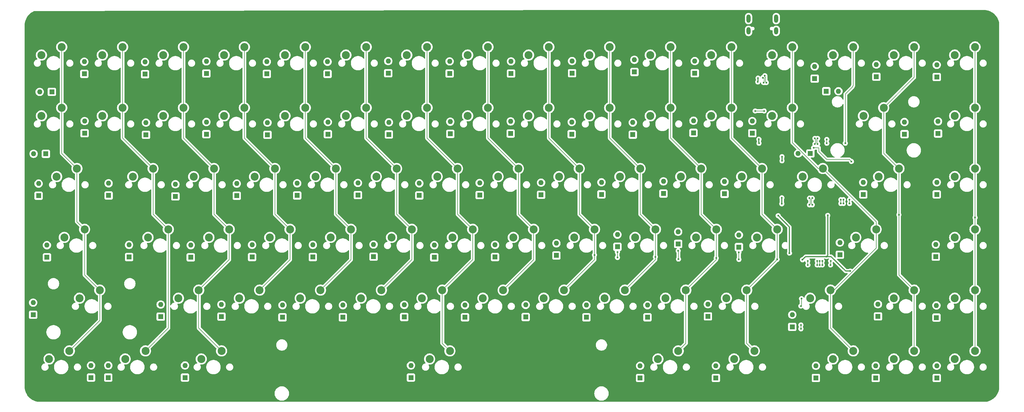
<source format=gbr>
G04 #@! TF.GenerationSoftware,KiCad,Pcbnew,8.0.8*
G04 #@! TF.CreationDate,2025-03-04T19:25:46+11:00*
G04 #@! TF.ProjectId,jethro_mk2,6a657468-726f-45f6-9d6b-322e6b696361,rev?*
G04 #@! TF.SameCoordinates,Original*
G04 #@! TF.FileFunction,Copper,L1,Top*
G04 #@! TF.FilePolarity,Positive*
%FSLAX46Y46*%
G04 Gerber Fmt 4.6, Leading zero omitted, Abs format (unit mm)*
G04 Created by KiCad (PCBNEW 8.0.8) date 2025-03-04 19:25:46*
%MOMM*%
%LPD*%
G01*
G04 APERTURE LIST*
G04 #@! TA.AperFunction,ComponentPad*
%ADD10C,2.500000*%
G04 #@! TD*
G04 #@! TA.AperFunction,ComponentPad*
%ADD11R,1.600000X1.600000*%
G04 #@! TD*
G04 #@! TA.AperFunction,ComponentPad*
%ADD12O,1.600000X1.600000*%
G04 #@! TD*
G04 #@! TA.AperFunction,HeatsinkPad*
%ADD13O,1.300000X2.600000*%
G04 #@! TD*
G04 #@! TA.AperFunction,HeatsinkPad*
%ADD14O,1.300000X2.300000*%
G04 #@! TD*
G04 #@! TA.AperFunction,ViaPad*
%ADD15C,0.600000*%
G04 #@! TD*
G04 #@! TA.AperFunction,Conductor*
%ADD16C,0.200000*%
G04 #@! TD*
G04 #@! TA.AperFunction,Conductor*
%ADD17C,0.300000*%
G04 #@! TD*
G04 APERTURE END LIST*
D10*
X300990000Y-35560000D03*
X307340000Y-33020000D03*
X148590000Y-35560000D03*
X154940000Y-33020000D03*
X167640000Y-35560000D03*
X173990000Y-33020000D03*
X224790000Y-35560000D03*
X231140000Y-33020000D03*
X53340000Y-35560000D03*
X59690000Y-33020000D03*
X77152500Y-111760000D03*
X83502500Y-109220000D03*
X320040000Y-54610000D03*
X326390000Y-52070000D03*
X296227500Y-73660000D03*
X302577500Y-71120000D03*
X72390000Y-35560000D03*
X78740000Y-33020000D03*
X91440000Y-54610000D03*
X97790000Y-52070000D03*
X248602500Y-111760000D03*
X254952500Y-109220000D03*
X205740000Y-35560000D03*
X212090000Y-33020000D03*
X224790000Y-54610000D03*
X231140000Y-52070000D03*
X139065000Y-73660000D03*
X145415000Y-71120000D03*
X177165000Y-73660000D03*
X183515000Y-71120000D03*
X62865000Y-73660000D03*
X69215000Y-71120000D03*
X243840000Y-54610000D03*
X250190000Y-52070000D03*
X253365000Y-73660000D03*
X259715000Y-71120000D03*
X274796250Y-111760000D03*
X281146250Y-109220000D03*
X320040000Y-111760000D03*
X326390000Y-109220000D03*
X272415000Y-73660000D03*
X278765000Y-71120000D03*
X300990000Y-130810000D03*
X307340000Y-128270000D03*
X289083750Y-92710000D03*
X295433750Y-90170000D03*
X36671250Y-130810000D03*
X43021250Y-128270000D03*
X110490000Y-35560000D03*
X116840000Y-33020000D03*
X250983750Y-130810000D03*
X257333750Y-128270000D03*
X81915000Y-73660000D03*
X88265000Y-71120000D03*
X34290000Y-35560000D03*
X40640000Y-33020000D03*
X215265000Y-73660000D03*
X221615000Y-71120000D03*
X143827500Y-92710000D03*
X150177500Y-90170000D03*
X148590000Y-54610000D03*
X154940000Y-52070000D03*
X262890000Y-35560000D03*
X269240000Y-33020000D03*
X34290000Y-54610000D03*
X40640000Y-52070000D03*
X320040000Y-73660000D03*
X326390000Y-71120000D03*
X320040000Y-35560000D03*
X326390000Y-33020000D03*
X196215000Y-73660000D03*
X202565000Y-71120000D03*
X53340000Y-54610000D03*
X59690000Y-52070000D03*
X91440000Y-35560000D03*
X97790000Y-33020000D03*
X86677500Y-92710000D03*
X93027500Y-90170000D03*
D11*
X219300000Y-60514315D03*
D12*
X219300000Y-56704315D03*
D10*
X227171250Y-130810000D03*
X233521250Y-128270000D03*
X39052500Y-73660000D03*
X45402500Y-71120000D03*
X320040000Y-130810000D03*
X326390000Y-128270000D03*
X100965000Y-73660000D03*
X107315000Y-71120000D03*
X172402500Y-111760000D03*
X178752500Y-109220000D03*
X281940000Y-130810000D03*
X288290000Y-128270000D03*
X291465000Y-54610000D03*
X297815000Y-52070000D03*
X134302500Y-111760000D03*
X140652500Y-109220000D03*
X41433750Y-92710000D03*
X47783750Y-90170000D03*
X239077500Y-92710000D03*
X245427500Y-90170000D03*
X200977500Y-92710000D03*
X207327500Y-90170000D03*
X205740000Y-54610000D03*
X212090000Y-52070000D03*
X167640000Y-54610000D03*
X173990000Y-52070000D03*
X243840000Y-35560000D03*
X250190000Y-33020000D03*
X300990000Y-111760000D03*
X307340000Y-109220000D03*
X220027500Y-92710000D03*
X226377500Y-90170000D03*
X320040000Y-92710000D03*
X326390000Y-90170000D03*
X181927500Y-92710000D03*
X188277500Y-90170000D03*
X46196250Y-111760000D03*
X52546250Y-109220000D03*
X129540000Y-35560000D03*
X135890000Y-33020000D03*
X105727500Y-92710000D03*
X112077500Y-90170000D03*
X258127500Y-92710000D03*
X264477500Y-90170000D03*
X191452500Y-111760000D03*
X197802500Y-109220000D03*
X229552500Y-111760000D03*
X235902500Y-109220000D03*
X120015000Y-73660000D03*
X126365000Y-71120000D03*
X124777500Y-92710000D03*
X131127500Y-90170000D03*
X186690000Y-54610000D03*
X193040000Y-52070000D03*
X281940000Y-35560000D03*
X288290000Y-33020000D03*
X84296250Y-130810000D03*
X90646250Y-128270000D03*
X60483750Y-130810000D03*
X66833750Y-128270000D03*
X153352500Y-111760000D03*
X159702500Y-109220000D03*
X129540000Y-54610000D03*
X135890000Y-52070000D03*
X234315000Y-73660000D03*
X240665000Y-71120000D03*
X67627500Y-92710000D03*
X73977500Y-90170000D03*
X72390000Y-54610000D03*
X78740000Y-52070000D03*
X210502500Y-111760000D03*
X216852500Y-109220000D03*
X186690000Y-35560000D03*
X193040000Y-33020000D03*
X110490000Y-54610000D03*
X116840000Y-52070000D03*
X96202500Y-111760000D03*
X102552500Y-109220000D03*
X262890000Y-54610000D03*
X269240000Y-52070000D03*
X115252500Y-111760000D03*
X121602500Y-109220000D03*
X155733750Y-130810000D03*
X162083750Y-128270000D03*
X158115000Y-73660000D03*
X164465000Y-71120000D03*
X162877500Y-92710000D03*
X169227500Y-90170000D03*
D11*
X248000000Y-79049315D03*
D12*
X248000000Y-75239315D03*
D11*
X81000000Y-98949315D03*
D12*
X81000000Y-95139315D03*
D11*
X314300000Y-117849315D03*
D12*
X314300000Y-114039315D03*
D11*
X171400000Y-79449315D03*
D12*
X171400000Y-75639315D03*
D11*
X95400000Y-79649315D03*
D12*
X95400000Y-75839315D03*
D11*
X49800000Y-136649315D03*
D12*
X49800000Y-132839315D03*
D13*
X255530000Y-24150000D03*
D14*
X255530000Y-27975000D03*
D13*
X264170000Y-24150000D03*
D14*
X264170000Y-27975000D03*
D11*
X67000000Y-60549315D03*
D12*
X67000000Y-56739315D03*
D11*
X185800000Y-117649315D03*
D12*
X185800000Y-113839315D03*
D11*
X85900000Y-41349315D03*
D12*
X85900000Y-37539315D03*
D11*
X71600000Y-117549315D03*
D12*
X71600000Y-113739315D03*
D11*
X314400000Y-79249315D03*
D12*
X314400000Y-75439315D03*
D11*
X162000000Y-41349315D03*
D12*
X162000000Y-37539315D03*
D11*
X314100000Y-98749315D03*
D12*
X314100000Y-94939315D03*
D11*
X314400000Y-42449315D03*
D12*
X314400000Y-38639315D03*
D11*
X296000000Y-117449315D03*
D12*
X296000000Y-113639315D03*
D11*
X36000000Y-98949315D03*
D12*
X36000000Y-95139315D03*
D11*
X123800000Y-41449315D03*
D12*
X123800000Y-37639315D03*
D11*
X214500000Y-95649315D03*
D12*
X214500000Y-91839315D03*
D11*
X47700000Y-41449315D03*
D12*
X47700000Y-37639315D03*
D11*
X66700000Y-41549315D03*
D12*
X66700000Y-37739315D03*
D11*
X233500000Y-94749315D03*
D12*
X233500000Y-90939315D03*
D11*
X256700000Y-60049315D03*
D12*
X256700000Y-56239315D03*
D11*
X128600000Y-117749315D03*
D12*
X128600000Y-113939315D03*
D11*
X295500000Y-42349315D03*
D12*
X295500000Y-38539315D03*
D11*
X76200000Y-79849315D03*
D12*
X76200000Y-76039315D03*
D11*
X55200000Y-136649315D03*
D12*
X55200000Y-132839315D03*
D11*
X55300000Y-79549315D03*
D12*
X55300000Y-75739315D03*
D11*
X35649315Y-66500000D03*
D12*
X31839315Y-66500000D03*
D11*
X219800000Y-40849315D03*
D12*
X219800000Y-37039315D03*
D11*
X314800000Y-60149315D03*
D12*
X314800000Y-56339315D03*
D11*
X123900000Y-60349315D03*
D12*
X123900000Y-56539315D03*
D11*
X138200000Y-98749315D03*
D12*
X138200000Y-94939315D03*
D11*
X157200000Y-98949315D03*
D12*
X157200000Y-95139315D03*
D11*
X105000000Y-60549315D03*
D12*
X105000000Y-56739315D03*
D11*
X221600000Y-136749315D03*
D12*
X221600000Y-132939315D03*
D11*
X291400000Y-79249315D03*
D12*
X291400000Y-75439315D03*
D11*
X274849315Y-66400000D03*
D12*
X271039315Y-66400000D03*
D11*
X147800000Y-117649315D03*
D12*
X147800000Y-113839315D03*
D11*
X195400000Y-98349315D03*
D12*
X195400000Y-94539315D03*
D11*
X176200000Y-98849315D03*
D12*
X176200000Y-95039315D03*
D11*
X47800000Y-60049315D03*
D12*
X47800000Y-56239315D03*
D11*
X181100000Y-60149315D03*
D12*
X181100000Y-56339315D03*
D11*
X276600000Y-136749315D03*
D12*
X276600000Y-132939315D03*
D11*
X252500000Y-95749315D03*
D12*
X252500000Y-91939315D03*
D11*
X190600000Y-79349315D03*
D12*
X190600000Y-75539315D03*
D11*
X104800000Y-41449315D03*
D12*
X104800000Y-37639315D03*
D11*
X284100000Y-98149315D03*
D12*
X284100000Y-94339315D03*
D11*
X114300000Y-79549315D03*
D12*
X114300000Y-75739315D03*
D11*
X142800000Y-41249315D03*
D12*
X142800000Y-37439315D03*
D11*
X238300000Y-59949315D03*
D12*
X238300000Y-56139315D03*
D11*
X152500000Y-79549315D03*
D12*
X152500000Y-75739315D03*
D11*
X181200000Y-41349315D03*
D12*
X181200000Y-37539315D03*
D11*
X223900000Y-117749315D03*
D12*
X223900000Y-113939315D03*
D11*
X85900000Y-60349315D03*
D12*
X85900000Y-56539315D03*
D11*
X79200000Y-136649315D03*
D12*
X79200000Y-132839315D03*
D11*
X31700000Y-116949315D03*
D12*
X31700000Y-113139315D03*
D11*
X276200000Y-42949315D03*
D12*
X276200000Y-39139315D03*
D11*
X162200000Y-60249315D03*
D12*
X162200000Y-56439315D03*
D11*
X90600000Y-117549315D03*
D12*
X90600000Y-113739315D03*
D11*
X209500000Y-79249315D03*
D12*
X209500000Y-75439315D03*
D11*
X304300000Y-60349315D03*
D12*
X304300000Y-56539315D03*
D11*
X314400000Y-136749315D03*
D12*
X314400000Y-132939315D03*
D11*
X269200000Y-120749315D03*
D12*
X269200000Y-116939315D03*
D11*
X37549315Y-47100000D03*
D12*
X33739315Y-47100000D03*
D11*
X295300000Y-136749315D03*
D12*
X295300000Y-132939315D03*
D11*
X119200000Y-98849315D03*
D12*
X119200000Y-95039315D03*
D11*
X133300000Y-79449315D03*
D12*
X133300000Y-75639315D03*
D11*
X279850686Y-46900000D03*
D12*
X283660686Y-46900000D03*
D11*
X109700000Y-117749315D03*
D12*
X109700000Y-113939315D03*
D11*
X238700000Y-41249315D03*
D12*
X238700000Y-37439315D03*
D11*
X166800000Y-117749315D03*
D12*
X166800000Y-113939315D03*
D11*
X200300000Y-41249315D03*
D12*
X200300000Y-37439315D03*
D11*
X204800000Y-117749315D03*
D12*
X204800000Y-113939315D03*
D11*
X61700000Y-98849315D03*
D12*
X61700000Y-95039315D03*
D11*
X149900000Y-136649315D03*
D12*
X149900000Y-132839315D03*
D11*
X100200000Y-98849315D03*
D12*
X100200000Y-95039315D03*
D11*
X242800000Y-117449315D03*
D12*
X242800000Y-113639315D03*
D11*
X33400000Y-79649315D03*
D12*
X33400000Y-75839315D03*
D11*
X200200000Y-60349315D03*
D12*
X200200000Y-56539315D03*
D11*
X143000000Y-60449315D03*
D12*
X143000000Y-56639315D03*
D11*
X228900000Y-78949315D03*
D12*
X228900000Y-75139315D03*
D11*
X245300000Y-136749315D03*
D12*
X245300000Y-132939315D03*
D15*
X272150000Y-91800000D03*
X256350000Y-30250000D03*
X262600000Y-32600000D03*
X261975000Y-107500000D03*
X270250000Y-86900000D03*
X291450000Y-104175000D03*
X263800000Y-66750000D03*
X267900000Y-73200000D03*
X256150000Y-65525000D03*
X275600000Y-91350000D03*
X275200000Y-86450000D03*
X258200000Y-35600000D03*
X263550000Y-30200000D03*
X274050000Y-100125000D03*
X274075000Y-101325000D03*
X265950000Y-80280000D03*
X266000000Y-67400000D03*
X264800000Y-85900000D03*
X265925000Y-82175000D03*
X287359311Y-103259311D03*
X266000000Y-68700000D03*
X268324265Y-97624265D03*
X272400000Y-99700000D03*
X280300000Y-85800000D03*
X279900000Y-98700000D03*
X258500000Y-42775000D03*
X258425000Y-43975000D03*
X258750000Y-61950000D03*
X258800000Y-63200000D03*
X280000000Y-62000000D03*
X284400000Y-82075000D03*
X280000000Y-63200000D03*
X284400000Y-80875000D03*
X287100000Y-82075000D03*
X287100000Y-80875000D03*
X260400000Y-53100000D03*
X257600000Y-53100000D03*
X275874999Y-64600000D03*
X287700000Y-68900000D03*
X214500000Y-99000000D03*
X252500000Y-97400000D03*
X233600000Y-99500000D03*
X252500000Y-99600000D03*
X214500000Y-97300000D03*
X233500000Y-96900000D03*
X278600000Y-101325000D03*
X278600000Y-100100000D03*
X277000000Y-100125000D03*
X272100000Y-111900000D03*
X271900000Y-114200000D03*
X271900000Y-120149315D03*
X276999994Y-101325000D03*
X271900000Y-121349315D03*
X260024479Y-42650521D03*
X276275000Y-61667961D03*
X276275000Y-63429600D03*
X260225000Y-44200000D03*
X274600000Y-82500000D03*
X274600000Y-80409256D03*
X275450000Y-82500000D03*
X261075000Y-44200000D03*
X277125000Y-63429600D03*
X260625521Y-42049479D03*
X277125000Y-61667961D03*
X275450000Y-80409256D03*
X281225000Y-100125000D03*
X281175000Y-101325000D03*
X207327500Y-98200000D03*
X226377500Y-98800000D03*
X245427500Y-99200000D03*
X264477500Y-99600000D03*
X277799997Y-101325000D03*
X277799997Y-100100000D03*
X285200003Y-82075000D03*
X285200000Y-80875000D03*
X285800000Y-63200000D03*
X302577500Y-85600000D03*
X326390000Y-86500000D03*
D16*
X274050000Y-101300000D02*
X274075000Y-101325000D01*
X274050000Y-100125000D02*
X274050000Y-101300000D01*
D17*
X268300000Y-89400000D02*
X268300000Y-97600000D01*
X265925000Y-80305000D02*
X265950000Y-80280000D01*
X273400000Y-98700000D02*
X279900000Y-98700000D01*
X279900000Y-98700000D02*
X280300000Y-98300000D01*
X265925000Y-82175000D02*
X265925000Y-80305000D01*
X279900000Y-98700000D02*
X281330756Y-98700000D01*
X281330756Y-98700000D02*
X285890067Y-103259311D01*
X268300000Y-97600000D02*
X268324265Y-97624265D01*
X264800000Y-85900000D02*
X268300000Y-89400000D01*
X285890067Y-103259311D02*
X287359311Y-103259311D01*
X280300000Y-98300000D02*
X280300000Y-85800000D01*
X266000000Y-67400000D02*
X266000000Y-68700000D01*
X272400000Y-99700000D02*
X273400000Y-98700000D01*
X258750000Y-61950000D02*
X258750000Y-63150000D01*
X258500000Y-42775000D02*
X258500000Y-43900000D01*
X258750000Y-63150000D02*
X258800000Y-63200000D01*
X258500000Y-43900000D02*
X258425000Y-43975000D01*
D16*
X280000000Y-63200000D02*
X280000000Y-62000000D01*
X284400000Y-82075000D02*
X284400000Y-80875000D01*
X287100000Y-82075000D02*
X287100000Y-80875000D01*
X257600000Y-53100000D02*
X260400000Y-53100000D01*
X287100000Y-68300000D02*
X287700000Y-68900000D01*
X277525001Y-65825001D02*
X277525001Y-64600000D01*
X285900000Y-68300000D02*
X287100000Y-68300000D01*
X277525001Y-64600000D02*
X275874999Y-64600000D01*
X280000000Y-68300000D02*
X277525001Y-65825001D01*
X285900000Y-68300000D02*
X280000000Y-68300000D01*
X252500000Y-97400000D02*
X252500000Y-99600000D01*
X233500000Y-96900000D02*
X233500000Y-97100000D01*
X233500000Y-97100000D02*
X233600000Y-97200000D01*
X214500000Y-97300000D02*
X214500000Y-99000000D01*
X233600000Y-97200000D02*
X233600000Y-99500000D01*
X278600000Y-101325000D02*
X278600000Y-100100000D01*
X276999994Y-100125006D02*
X277000000Y-100125000D01*
X271900000Y-120149315D02*
X271900000Y-121349315D01*
X272100000Y-111900000D02*
X272100000Y-114000000D01*
X276999994Y-101325000D02*
X276999994Y-100125006D01*
X272100000Y-114000000D02*
X271900000Y-114200000D01*
X274799999Y-82300001D02*
X274600000Y-82500000D01*
X260024479Y-42650521D02*
X260307322Y-42650521D01*
X260424999Y-44000001D02*
X260225000Y-44200000D01*
X260307322Y-42650521D02*
X260424999Y-42768198D01*
X276275000Y-61667961D02*
X276474999Y-61867960D01*
X274799999Y-80609255D02*
X274799999Y-82300001D01*
X276474999Y-63229601D02*
X276275000Y-63429600D01*
X276474999Y-61867960D02*
X276474999Y-63229601D01*
X260424999Y-42768198D02*
X260424999Y-44000001D01*
X274600000Y-80409256D02*
X274799999Y-80609255D01*
X260875001Y-42581802D02*
X260875001Y-44000001D01*
X275450000Y-80409256D02*
X275250001Y-80609255D01*
X260625521Y-42332322D02*
X260875001Y-42581802D01*
X276925001Y-61867960D02*
X276925001Y-63229601D01*
X275250001Y-80609255D02*
X275250001Y-82300001D01*
X277125000Y-61667961D02*
X276925001Y-61867960D01*
X260625521Y-42049479D02*
X260625521Y-42332322D01*
X260875001Y-44000001D02*
X261075000Y-44200000D01*
X276925001Y-63229601D02*
X277125000Y-63429600D01*
X275250001Y-82300001D02*
X275450000Y-82500000D01*
X281225000Y-101275000D02*
X281175000Y-101325000D01*
X281225000Y-100125000D02*
X281225000Y-101275000D01*
X47783750Y-104457500D02*
X52546250Y-109220000D01*
X45402500Y-71120000D02*
X45402500Y-87788750D01*
X52546250Y-118745000D02*
X43021250Y-128270000D01*
X47783750Y-90170000D02*
X47783750Y-104457500D01*
X40640000Y-52070000D02*
X40640000Y-66357500D01*
X52546250Y-109220000D02*
X52546250Y-118745000D01*
X40640000Y-33020000D02*
X40640000Y-52070000D01*
X45402500Y-87788750D02*
X47783750Y-90170000D01*
X40640000Y-66357500D02*
X45402500Y-71120000D01*
X69215000Y-71120000D02*
X69215000Y-85407500D01*
X73977500Y-90170000D02*
X73977500Y-121126250D01*
X59690000Y-52070000D02*
X59690000Y-61595000D01*
X73977500Y-121126250D02*
X66833750Y-128270000D01*
X59690000Y-33020000D02*
X59690000Y-52070000D01*
X69215000Y-85407500D02*
X73977500Y-90170000D01*
X59690000Y-61595000D02*
X69215000Y-71120000D01*
X88265000Y-71120000D02*
X88265000Y-85407500D01*
X78740000Y-61595000D02*
X88265000Y-71120000D01*
X88265000Y-85407500D02*
X93027500Y-90170000D01*
X93027500Y-99695000D02*
X83502500Y-109220000D01*
X83502500Y-121126250D02*
X90646250Y-128270000D01*
X78740000Y-52070000D02*
X78740000Y-61595000D01*
X83502500Y-109220000D02*
X83502500Y-121126250D01*
X78740000Y-33020000D02*
X78740000Y-52070000D01*
X93027500Y-90170000D02*
X93027500Y-99695000D01*
X112077500Y-90170000D02*
X112077500Y-99695000D01*
X112077500Y-99695000D02*
X102552500Y-109220000D01*
X97790000Y-61595000D02*
X107315000Y-71120000D01*
X97790000Y-33020000D02*
X97790000Y-52070000D01*
X97790000Y-52070000D02*
X97790000Y-61595000D01*
X107315000Y-85407500D02*
X112077500Y-90170000D01*
X107315000Y-71120000D02*
X107315000Y-85407500D01*
X126365000Y-85407500D02*
X131127500Y-90170000D01*
X126365000Y-71120000D02*
X126365000Y-85407500D01*
X116840000Y-33020000D02*
X116840000Y-52070000D01*
X116840000Y-52070000D02*
X116840000Y-61595000D01*
X131127500Y-90170000D02*
X131127500Y-99695000D01*
X116840000Y-61595000D02*
X126365000Y-71120000D01*
X131127500Y-99695000D02*
X121602500Y-109220000D01*
X135890000Y-52070000D02*
X135890000Y-61595000D01*
X150177500Y-90170000D02*
X150177500Y-99695000D01*
X135890000Y-61595000D02*
X145415000Y-71120000D01*
X145415000Y-85407500D02*
X150177500Y-90170000D01*
X135890000Y-33020000D02*
X135890000Y-52070000D01*
X150177500Y-99695000D02*
X140652500Y-109220000D01*
X145415000Y-71120000D02*
X145415000Y-85407500D01*
X164465000Y-85407500D02*
X169227500Y-90170000D01*
X159702500Y-125888750D02*
X162083750Y-128270000D01*
X159702500Y-109220000D02*
X159702500Y-125888750D01*
X169227500Y-99695000D02*
X159702500Y-109220000D01*
X154940000Y-61595000D02*
X164465000Y-71120000D01*
X169227500Y-90170000D02*
X169227500Y-99695000D01*
X154940000Y-33020000D02*
X154940000Y-52070000D01*
X154940000Y-52070000D02*
X154940000Y-61595000D01*
X164465000Y-71120000D02*
X164465000Y-85407500D01*
X183515000Y-71120000D02*
X183515000Y-85407500D01*
X188277500Y-99695000D02*
X178752500Y-109220000D01*
X173990000Y-33020000D02*
X173990000Y-52070000D01*
X173990000Y-61595000D02*
X183515000Y-71120000D01*
X188277500Y-90170000D02*
X188277500Y-99695000D01*
X183515000Y-85407500D02*
X188277500Y-90170000D01*
X173990000Y-52070000D02*
X173990000Y-61595000D01*
X193040000Y-52070000D02*
X193040000Y-61595000D01*
X207327500Y-90170000D02*
X207327500Y-98200000D01*
X202565000Y-85407500D02*
X207327500Y-90170000D01*
X207327500Y-99695000D02*
X197802500Y-109220000D01*
X193040000Y-33020000D02*
X193040000Y-52070000D01*
X202565000Y-71120000D02*
X202565000Y-85407500D01*
X207327500Y-98200000D02*
X207327500Y-99695000D01*
X193040000Y-61595000D02*
X202565000Y-71120000D01*
X221615000Y-71120000D02*
X221615000Y-85407500D01*
X212090000Y-33020000D02*
X212090000Y-52070000D01*
X212090000Y-52070000D02*
X212090000Y-61595000D01*
X226377500Y-99695000D02*
X216852500Y-109220000D01*
X221615000Y-85407500D02*
X226377500Y-90170000D01*
X226377500Y-90170000D02*
X226377500Y-99695000D01*
X212090000Y-61595000D02*
X221615000Y-71120000D01*
X231140000Y-61595000D02*
X240665000Y-71120000D01*
X235902500Y-109220000D02*
X235902500Y-125888750D01*
X245427500Y-98800000D02*
X245427500Y-99695000D01*
X240665000Y-85407500D02*
X245427500Y-90170000D01*
X231140000Y-33020000D02*
X231140000Y-52070000D01*
X235902500Y-125888750D02*
X233521250Y-128270000D01*
X231140000Y-52070000D02*
X231140000Y-61595000D01*
X245427500Y-90170000D02*
X245427500Y-98800000D01*
X240665000Y-71120000D02*
X240665000Y-85407500D01*
X245427500Y-99695000D02*
X235902500Y-109220000D01*
X264477500Y-99695000D02*
X254952500Y-109220000D01*
X254952500Y-125888750D02*
X257333750Y-128270000D01*
X259715000Y-85407500D02*
X264477500Y-90170000D01*
X264477500Y-99600000D02*
X264477500Y-99695000D01*
X250190000Y-33020000D02*
X250190000Y-52070000D01*
X250190000Y-61595000D02*
X259715000Y-71120000D01*
X264477500Y-90170000D02*
X264477500Y-99600000D01*
X254952500Y-109220000D02*
X254952500Y-125888750D01*
X259715000Y-71120000D02*
X259715000Y-85407500D01*
X250190000Y-52070000D02*
X250190000Y-61595000D01*
X295433750Y-96033402D02*
X282247152Y-109220000D01*
X282247152Y-109220000D02*
X281146250Y-109220000D01*
X269240000Y-62990685D02*
X269240000Y-52070000D01*
X281146250Y-121126250D02*
X288290000Y-128270000D01*
X281146250Y-109220000D02*
X281146250Y-121126250D01*
X277369315Y-71120000D02*
X269240000Y-62990685D01*
X269240000Y-33020000D02*
X269240000Y-52070000D01*
X278765000Y-71120000D02*
X277369315Y-71120000D01*
X295433750Y-87788750D02*
X295433750Y-90170000D01*
X278765000Y-71120000D02*
X295433750Y-87788750D01*
X277799997Y-101325000D02*
X277799997Y-100100000D01*
X295433750Y-90170000D02*
X295433750Y-96033402D01*
X288100000Y-45500000D02*
X288100000Y-45300000D01*
X285800000Y-63200000D02*
X285800000Y-47800000D01*
X288100000Y-45300000D02*
X288290000Y-45110000D01*
X285200003Y-82075000D02*
X285200003Y-80875003D01*
X285200003Y-80875003D02*
X285200000Y-80875000D01*
X288290000Y-45110000D02*
X288290000Y-33020000D01*
X285800000Y-47800000D02*
X288100000Y-45500000D01*
X297815000Y-52070000D02*
X297815000Y-66357500D01*
X297815000Y-52070000D02*
X307340000Y-42545000D01*
X302577500Y-104457500D02*
X307340000Y-109220000D01*
X302577500Y-71120000D02*
X302577500Y-85600000D01*
X302577500Y-85600000D02*
X302577500Y-104457500D01*
X307340000Y-109220000D02*
X307340000Y-128270000D01*
X297815000Y-66357500D02*
X302577500Y-71120000D01*
X307340000Y-42545000D02*
X307340000Y-33020000D01*
X326390000Y-33020000D02*
X326390000Y-52070000D01*
X326390000Y-86500000D02*
X326390000Y-90170000D01*
X326390000Y-90170000D02*
X326390000Y-109220000D01*
X326390000Y-52070000D02*
X326390000Y-71120000D01*
X326390000Y-109220000D02*
X326390000Y-128270000D01*
X326390000Y-71120000D02*
X326390000Y-86500000D01*
G04 #@! TA.AperFunction,Conductor*
G36*
X329202702Y-21450618D02*
G01*
X329215967Y-21451197D01*
X329608558Y-21468337D01*
X329619293Y-21469277D01*
X330019386Y-21521950D01*
X330030010Y-21523823D01*
X330423993Y-21611167D01*
X330434405Y-21613956D01*
X330819279Y-21735307D01*
X330829414Y-21738996D01*
X331202232Y-21893423D01*
X331212024Y-21897989D01*
X331260519Y-21923234D01*
X331569942Y-22084309D01*
X331579310Y-22089717D01*
X331919638Y-22306530D01*
X331928499Y-22312735D01*
X332248627Y-22558378D01*
X332256914Y-22565332D01*
X332554412Y-22837938D01*
X332562061Y-22845587D01*
X332834667Y-23143085D01*
X332841621Y-23151372D01*
X333087264Y-23471500D01*
X333093469Y-23480361D01*
X333310282Y-23820689D01*
X333315690Y-23830057D01*
X333502007Y-24187969D01*
X333506579Y-24197773D01*
X333660997Y-24570570D01*
X333664697Y-24580735D01*
X333786037Y-24965575D01*
X333788837Y-24976025D01*
X333876173Y-25369977D01*
X333878051Y-25380629D01*
X333930720Y-25780683D01*
X333931663Y-25791460D01*
X333947324Y-26150172D01*
X333949382Y-26197297D01*
X333949500Y-26202706D01*
X333949500Y-139497293D01*
X333949382Y-139502702D01*
X333931663Y-139908539D01*
X333930720Y-139919316D01*
X333878051Y-140319370D01*
X333876173Y-140330022D01*
X333788837Y-140723974D01*
X333786037Y-140734424D01*
X333664697Y-141119264D01*
X333660997Y-141129429D01*
X333506579Y-141502226D01*
X333502007Y-141512030D01*
X333315690Y-141869942D01*
X333310282Y-141879310D01*
X333093469Y-142219638D01*
X333087264Y-142228499D01*
X332841621Y-142548627D01*
X332834667Y-142556914D01*
X332562061Y-142854412D01*
X332554412Y-142862061D01*
X332256914Y-143134667D01*
X332248627Y-143141621D01*
X331928499Y-143387264D01*
X331919638Y-143393469D01*
X331579310Y-143610282D01*
X331569942Y-143615690D01*
X331212030Y-143802007D01*
X331202226Y-143806579D01*
X330829429Y-143960997D01*
X330819264Y-143964697D01*
X330434424Y-144086037D01*
X330423974Y-144088837D01*
X330030022Y-144176173D01*
X330019370Y-144178051D01*
X329619316Y-144230720D01*
X329608539Y-144231663D01*
X329202703Y-144249382D01*
X329197294Y-144249500D01*
X33802706Y-144249500D01*
X33797297Y-144249382D01*
X33391460Y-144231663D01*
X33380685Y-144230720D01*
X33180656Y-144204385D01*
X32980629Y-144178051D01*
X32969977Y-144176173D01*
X32715393Y-144119733D01*
X32576022Y-144088836D01*
X32565579Y-144086038D01*
X32180733Y-143964696D01*
X32170570Y-143960997D01*
X31797773Y-143806579D01*
X31787969Y-143802007D01*
X31430057Y-143615690D01*
X31420689Y-143610282D01*
X31080361Y-143393469D01*
X31071500Y-143387264D01*
X30751372Y-143141621D01*
X30743085Y-143134667D01*
X30445587Y-142862061D01*
X30437938Y-142854412D01*
X30165332Y-142556914D01*
X30158378Y-142548627D01*
X29912735Y-142228499D01*
X29906530Y-142219638D01*
X29689717Y-141879310D01*
X29684309Y-141869942D01*
X29497992Y-141512030D01*
X29493420Y-141502226D01*
X29483344Y-141477900D01*
X107255600Y-141477900D01*
X107255600Y-141772099D01*
X107255601Y-141772116D01*
X107294001Y-142063796D01*
X107370152Y-142347994D01*
X107482734Y-142619794D01*
X107482742Y-142619810D01*
X107629840Y-142874589D01*
X107629851Y-142874605D01*
X107808948Y-143108009D01*
X107808954Y-143108016D01*
X108016983Y-143316045D01*
X108016989Y-143316050D01*
X108250403Y-143495155D01*
X108250410Y-143495159D01*
X108505189Y-143642257D01*
X108505205Y-143642265D01*
X108777005Y-143754847D01*
X108777007Y-143754847D01*
X108777013Y-143754850D01*
X109061200Y-143830998D01*
X109352894Y-143869400D01*
X109352901Y-143869400D01*
X109647099Y-143869400D01*
X109647106Y-143869400D01*
X109938800Y-143830998D01*
X110222987Y-143754850D01*
X110296318Y-143724475D01*
X110494794Y-143642265D01*
X110494797Y-143642263D01*
X110494803Y-143642261D01*
X110749597Y-143495155D01*
X110983011Y-143316050D01*
X111191050Y-143108011D01*
X111370155Y-142874597D01*
X111517261Y-142619803D01*
X111629850Y-142347987D01*
X111705998Y-142063800D01*
X111744400Y-141772106D01*
X111744400Y-141477900D01*
X207255600Y-141477900D01*
X207255600Y-141772099D01*
X207255601Y-141772116D01*
X207294001Y-142063796D01*
X207370152Y-142347994D01*
X207482734Y-142619794D01*
X207482742Y-142619810D01*
X207629840Y-142874589D01*
X207629851Y-142874605D01*
X207808948Y-143108009D01*
X207808954Y-143108016D01*
X208016983Y-143316045D01*
X208016989Y-143316050D01*
X208250403Y-143495155D01*
X208250410Y-143495159D01*
X208505189Y-143642257D01*
X208505205Y-143642265D01*
X208777005Y-143754847D01*
X208777007Y-143754847D01*
X208777013Y-143754850D01*
X209061200Y-143830998D01*
X209352894Y-143869400D01*
X209352901Y-143869400D01*
X209647099Y-143869400D01*
X209647106Y-143869400D01*
X209938800Y-143830998D01*
X210222987Y-143754850D01*
X210296318Y-143724475D01*
X210494794Y-143642265D01*
X210494797Y-143642263D01*
X210494803Y-143642261D01*
X210749597Y-143495155D01*
X210983011Y-143316050D01*
X211191050Y-143108011D01*
X211370155Y-142874597D01*
X211517261Y-142619803D01*
X211629850Y-142347987D01*
X211705998Y-142063800D01*
X211744400Y-141772106D01*
X211744400Y-141477894D01*
X211705998Y-141186200D01*
X211629850Y-140902013D01*
X211560433Y-140734424D01*
X211517265Y-140630205D01*
X211517257Y-140630189D01*
X211370159Y-140375410D01*
X211370155Y-140375403D01*
X211318592Y-140308205D01*
X211191051Y-140141990D01*
X211191045Y-140141983D01*
X210983016Y-139933954D01*
X210983009Y-139933948D01*
X210749605Y-139754851D01*
X210749603Y-139754849D01*
X210749597Y-139754845D01*
X210749592Y-139754842D01*
X210749589Y-139754840D01*
X210494810Y-139607742D01*
X210494794Y-139607734D01*
X210222994Y-139495152D01*
X209938796Y-139419001D01*
X209647116Y-139380601D01*
X209647111Y-139380600D01*
X209647106Y-139380600D01*
X209352894Y-139380600D01*
X209352888Y-139380600D01*
X209352883Y-139380601D01*
X209061203Y-139419001D01*
X208777005Y-139495152D01*
X208505205Y-139607734D01*
X208505189Y-139607742D01*
X208250410Y-139754840D01*
X208250394Y-139754851D01*
X208016990Y-139933948D01*
X208016983Y-139933954D01*
X207808954Y-140141983D01*
X207808948Y-140141990D01*
X207629851Y-140375394D01*
X207629840Y-140375410D01*
X207482742Y-140630189D01*
X207482734Y-140630205D01*
X207370152Y-140902005D01*
X207294001Y-141186203D01*
X207255601Y-141477883D01*
X207255600Y-141477900D01*
X111744400Y-141477900D01*
X111744400Y-141477894D01*
X111705998Y-141186200D01*
X111629850Y-140902013D01*
X111560433Y-140734424D01*
X111517265Y-140630205D01*
X111517257Y-140630189D01*
X111370159Y-140375410D01*
X111370155Y-140375403D01*
X111318592Y-140308205D01*
X111191051Y-140141990D01*
X111191045Y-140141983D01*
X110983016Y-139933954D01*
X110983009Y-139933948D01*
X110749605Y-139754851D01*
X110749603Y-139754849D01*
X110749597Y-139754845D01*
X110749592Y-139754842D01*
X110749589Y-139754840D01*
X110494810Y-139607742D01*
X110494794Y-139607734D01*
X110222994Y-139495152D01*
X109938796Y-139419001D01*
X109647116Y-139380601D01*
X109647111Y-139380600D01*
X109647106Y-139380600D01*
X109352894Y-139380600D01*
X109352888Y-139380600D01*
X109352883Y-139380601D01*
X109061203Y-139419001D01*
X108777005Y-139495152D01*
X108505205Y-139607734D01*
X108505189Y-139607742D01*
X108250410Y-139754840D01*
X108250394Y-139754851D01*
X108016990Y-139933948D01*
X108016983Y-139933954D01*
X107808954Y-140141983D01*
X107808948Y-140141990D01*
X107629851Y-140375394D01*
X107629840Y-140375410D01*
X107482742Y-140630189D01*
X107482734Y-140630205D01*
X107370152Y-140902005D01*
X107294001Y-141186203D01*
X107255601Y-141477883D01*
X107255600Y-141477900D01*
X29483344Y-141477900D01*
X29338996Y-141129414D01*
X29335307Y-141119279D01*
X29213956Y-140734405D01*
X29211167Y-140723993D01*
X29123823Y-140330010D01*
X29121950Y-140319386D01*
X29069277Y-139919293D01*
X29068337Y-139908558D01*
X29050618Y-139502701D01*
X29050500Y-139497293D01*
X29050500Y-135801450D01*
X48499500Y-135801450D01*
X48499500Y-137497185D01*
X48499501Y-137497191D01*
X48505908Y-137556798D01*
X48556202Y-137691643D01*
X48556206Y-137691650D01*
X48642452Y-137806859D01*
X48642455Y-137806862D01*
X48757664Y-137893108D01*
X48757671Y-137893112D01*
X48892517Y-137943406D01*
X48892516Y-137943406D01*
X48899444Y-137944150D01*
X48952127Y-137949815D01*
X50647872Y-137949814D01*
X50707483Y-137943406D01*
X50842331Y-137893111D01*
X50957546Y-137806861D01*
X51043796Y-137691646D01*
X51094091Y-137556798D01*
X51100500Y-137497188D01*
X51100499Y-135801450D01*
X53899500Y-135801450D01*
X53899500Y-137497185D01*
X53899501Y-137497191D01*
X53905908Y-137556798D01*
X53956202Y-137691643D01*
X53956206Y-137691650D01*
X54042452Y-137806859D01*
X54042455Y-137806862D01*
X54157664Y-137893108D01*
X54157671Y-137893112D01*
X54292517Y-137943406D01*
X54292516Y-137943406D01*
X54299444Y-137944150D01*
X54352127Y-137949815D01*
X56047872Y-137949814D01*
X56107483Y-137943406D01*
X56242331Y-137893111D01*
X56357546Y-137806861D01*
X56443796Y-137691646D01*
X56494091Y-137556798D01*
X56500500Y-137497188D01*
X56500499Y-135801450D01*
X77899500Y-135801450D01*
X77899500Y-137497185D01*
X77899501Y-137497191D01*
X77905908Y-137556798D01*
X77956202Y-137691643D01*
X77956206Y-137691650D01*
X78042452Y-137806859D01*
X78042455Y-137806862D01*
X78157664Y-137893108D01*
X78157671Y-137893112D01*
X78292517Y-137943406D01*
X78292516Y-137943406D01*
X78299444Y-137944150D01*
X78352127Y-137949815D01*
X80047872Y-137949814D01*
X80107483Y-137943406D01*
X80242331Y-137893111D01*
X80357546Y-137806861D01*
X80443796Y-137691646D01*
X80494091Y-137556798D01*
X80500500Y-137497188D01*
X80500499Y-135801450D01*
X148599500Y-135801450D01*
X148599500Y-137497185D01*
X148599501Y-137497191D01*
X148605908Y-137556798D01*
X148656202Y-137691643D01*
X148656206Y-137691650D01*
X148742452Y-137806859D01*
X148742455Y-137806862D01*
X148857664Y-137893108D01*
X148857671Y-137893112D01*
X148992517Y-137943406D01*
X148992516Y-137943406D01*
X148999444Y-137944150D01*
X149052127Y-137949815D01*
X150747872Y-137949814D01*
X150807483Y-137943406D01*
X150942331Y-137893111D01*
X151057546Y-137806861D01*
X151143796Y-137691646D01*
X151194091Y-137556798D01*
X151200500Y-137497188D01*
X151200499Y-135901450D01*
X220299500Y-135901450D01*
X220299500Y-137597185D01*
X220299501Y-137597191D01*
X220305908Y-137656798D01*
X220356202Y-137791643D01*
X220356206Y-137791650D01*
X220442452Y-137906859D01*
X220442455Y-137906862D01*
X220557664Y-137993108D01*
X220557671Y-137993112D01*
X220692517Y-138043406D01*
X220692516Y-138043406D01*
X220699444Y-138044150D01*
X220752127Y-138049815D01*
X222447872Y-138049814D01*
X222507483Y-138043406D01*
X222642331Y-137993111D01*
X222757546Y-137906861D01*
X222843796Y-137791646D01*
X222894091Y-137656798D01*
X222900500Y-137597188D01*
X222900499Y-135901450D01*
X243999500Y-135901450D01*
X243999500Y-137597185D01*
X243999501Y-137597191D01*
X244005908Y-137656798D01*
X244056202Y-137791643D01*
X244056206Y-137791650D01*
X244142452Y-137906859D01*
X244142455Y-137906862D01*
X244257664Y-137993108D01*
X244257671Y-137993112D01*
X244392517Y-138043406D01*
X244392516Y-138043406D01*
X244399444Y-138044150D01*
X244452127Y-138049815D01*
X246147872Y-138049814D01*
X246207483Y-138043406D01*
X246342331Y-137993111D01*
X246457546Y-137906861D01*
X246543796Y-137791646D01*
X246594091Y-137656798D01*
X246600500Y-137597188D01*
X246600499Y-135901450D01*
X275299500Y-135901450D01*
X275299500Y-137597185D01*
X275299501Y-137597191D01*
X275305908Y-137656798D01*
X275356202Y-137791643D01*
X275356206Y-137791650D01*
X275442452Y-137906859D01*
X275442455Y-137906862D01*
X275557664Y-137993108D01*
X275557671Y-137993112D01*
X275692517Y-138043406D01*
X275692516Y-138043406D01*
X275699444Y-138044150D01*
X275752127Y-138049815D01*
X277447872Y-138049814D01*
X277507483Y-138043406D01*
X277642331Y-137993111D01*
X277757546Y-137906861D01*
X277843796Y-137791646D01*
X277894091Y-137656798D01*
X277900500Y-137597188D01*
X277900499Y-135901450D01*
X293999500Y-135901450D01*
X293999500Y-137597185D01*
X293999501Y-137597191D01*
X294005908Y-137656798D01*
X294056202Y-137791643D01*
X294056206Y-137791650D01*
X294142452Y-137906859D01*
X294142455Y-137906862D01*
X294257664Y-137993108D01*
X294257671Y-137993112D01*
X294392517Y-138043406D01*
X294392516Y-138043406D01*
X294399444Y-138044150D01*
X294452127Y-138049815D01*
X296147872Y-138049814D01*
X296207483Y-138043406D01*
X296342331Y-137993111D01*
X296457546Y-137906861D01*
X296543796Y-137791646D01*
X296594091Y-137656798D01*
X296600500Y-137597188D01*
X296600499Y-135901450D01*
X313099500Y-135901450D01*
X313099500Y-137597185D01*
X313099501Y-137597191D01*
X313105908Y-137656798D01*
X313156202Y-137791643D01*
X313156206Y-137791650D01*
X313242452Y-137906859D01*
X313242455Y-137906862D01*
X313357664Y-137993108D01*
X313357671Y-137993112D01*
X313492517Y-138043406D01*
X313492516Y-138043406D01*
X313499444Y-138044150D01*
X313552127Y-138049815D01*
X315247872Y-138049814D01*
X315307483Y-138043406D01*
X315442331Y-137993111D01*
X315557546Y-137906861D01*
X315643796Y-137791646D01*
X315694091Y-137656798D01*
X315700500Y-137597188D01*
X315700499Y-135901443D01*
X315694091Y-135841832D01*
X315679027Y-135801444D01*
X315643797Y-135706986D01*
X315643793Y-135706979D01*
X315557547Y-135591770D01*
X315557544Y-135591767D01*
X315442335Y-135505521D01*
X315442328Y-135505517D01*
X315307482Y-135455223D01*
X315307483Y-135455223D01*
X315247883Y-135448816D01*
X315247881Y-135448815D01*
X315247873Y-135448815D01*
X315247864Y-135448815D01*
X313552129Y-135448815D01*
X313552123Y-135448816D01*
X313492516Y-135455223D01*
X313357671Y-135505517D01*
X313357664Y-135505521D01*
X313242455Y-135591767D01*
X313242452Y-135591770D01*
X313156206Y-135706979D01*
X313156202Y-135706986D01*
X313105908Y-135841832D01*
X313099501Y-135901431D01*
X313099501Y-135901438D01*
X313099500Y-135901450D01*
X296600499Y-135901450D01*
X296600499Y-135901443D01*
X296594091Y-135841832D01*
X296579027Y-135801444D01*
X296543797Y-135706986D01*
X296543793Y-135706979D01*
X296457547Y-135591770D01*
X296457544Y-135591767D01*
X296342335Y-135505521D01*
X296342328Y-135505517D01*
X296207482Y-135455223D01*
X296207483Y-135455223D01*
X296147883Y-135448816D01*
X296147881Y-135448815D01*
X296147873Y-135448815D01*
X296147864Y-135448815D01*
X294452129Y-135448815D01*
X294452123Y-135448816D01*
X294392516Y-135455223D01*
X294257671Y-135505517D01*
X294257664Y-135505521D01*
X294142455Y-135591767D01*
X294142452Y-135591770D01*
X294056206Y-135706979D01*
X294056202Y-135706986D01*
X294005908Y-135841832D01*
X293999501Y-135901431D01*
X293999501Y-135901438D01*
X293999500Y-135901450D01*
X277900499Y-135901450D01*
X277900499Y-135901443D01*
X277894091Y-135841832D01*
X277879027Y-135801444D01*
X277843797Y-135706986D01*
X277843793Y-135706979D01*
X277757547Y-135591770D01*
X277757544Y-135591767D01*
X277642335Y-135505521D01*
X277642328Y-135505517D01*
X277507482Y-135455223D01*
X277507483Y-135455223D01*
X277447883Y-135448816D01*
X277447881Y-135448815D01*
X277447873Y-135448815D01*
X277447864Y-135448815D01*
X275752129Y-135448815D01*
X275752123Y-135448816D01*
X275692516Y-135455223D01*
X275557671Y-135505517D01*
X275557664Y-135505521D01*
X275442455Y-135591767D01*
X275442452Y-135591770D01*
X275356206Y-135706979D01*
X275356202Y-135706986D01*
X275305908Y-135841832D01*
X275299501Y-135901431D01*
X275299501Y-135901438D01*
X275299500Y-135901450D01*
X246600499Y-135901450D01*
X246600499Y-135901443D01*
X246594091Y-135841832D01*
X246579027Y-135801444D01*
X246543797Y-135706986D01*
X246543793Y-135706979D01*
X246457547Y-135591770D01*
X246457544Y-135591767D01*
X246342335Y-135505521D01*
X246342328Y-135505517D01*
X246207482Y-135455223D01*
X246207483Y-135455223D01*
X246147883Y-135448816D01*
X246147881Y-135448815D01*
X246147873Y-135448815D01*
X246147864Y-135448815D01*
X244452129Y-135448815D01*
X244452123Y-135448816D01*
X244392516Y-135455223D01*
X244257671Y-135505517D01*
X244257664Y-135505521D01*
X244142455Y-135591767D01*
X244142452Y-135591770D01*
X244056206Y-135706979D01*
X244056202Y-135706986D01*
X244005908Y-135841832D01*
X243999501Y-135901431D01*
X243999501Y-135901438D01*
X243999500Y-135901450D01*
X222900499Y-135901450D01*
X222900499Y-135901443D01*
X222894091Y-135841832D01*
X222879027Y-135801444D01*
X222843797Y-135706986D01*
X222843793Y-135706979D01*
X222757547Y-135591770D01*
X222757544Y-135591767D01*
X222642335Y-135505521D01*
X222642328Y-135505517D01*
X222507482Y-135455223D01*
X222507483Y-135455223D01*
X222447883Y-135448816D01*
X222447881Y-135448815D01*
X222447873Y-135448815D01*
X222447864Y-135448815D01*
X220752129Y-135448815D01*
X220752123Y-135448816D01*
X220692516Y-135455223D01*
X220557671Y-135505517D01*
X220557664Y-135505521D01*
X220442455Y-135591767D01*
X220442452Y-135591770D01*
X220356206Y-135706979D01*
X220356202Y-135706986D01*
X220305908Y-135841832D01*
X220299501Y-135901431D01*
X220299501Y-135901438D01*
X220299500Y-135901450D01*
X151200499Y-135901450D01*
X151200499Y-135801443D01*
X151194091Y-135741832D01*
X151181094Y-135706986D01*
X151143797Y-135606986D01*
X151143793Y-135606979D01*
X151057547Y-135491770D01*
X151057544Y-135491767D01*
X150942335Y-135405521D01*
X150942328Y-135405517D01*
X150807482Y-135355223D01*
X150807483Y-135355223D01*
X150747883Y-135348816D01*
X150747881Y-135348815D01*
X150747873Y-135348815D01*
X150747864Y-135348815D01*
X149052129Y-135348815D01*
X149052123Y-135348816D01*
X148992516Y-135355223D01*
X148857671Y-135405517D01*
X148857664Y-135405521D01*
X148742455Y-135491767D01*
X148742452Y-135491770D01*
X148656206Y-135606979D01*
X148656202Y-135606986D01*
X148605908Y-135741832D01*
X148599501Y-135801431D01*
X148599501Y-135801438D01*
X148599500Y-135801450D01*
X80500499Y-135801450D01*
X80500499Y-135801443D01*
X80494091Y-135741832D01*
X80481094Y-135706986D01*
X80443797Y-135606986D01*
X80443793Y-135606979D01*
X80357547Y-135491770D01*
X80357544Y-135491767D01*
X80242335Y-135405521D01*
X80242328Y-135405517D01*
X80107482Y-135355223D01*
X80107483Y-135355223D01*
X80047883Y-135348816D01*
X80047881Y-135348815D01*
X80047873Y-135348815D01*
X80047864Y-135348815D01*
X78352129Y-135348815D01*
X78352123Y-135348816D01*
X78292516Y-135355223D01*
X78157671Y-135405517D01*
X78157664Y-135405521D01*
X78042455Y-135491767D01*
X78042452Y-135491770D01*
X77956206Y-135606979D01*
X77956202Y-135606986D01*
X77905908Y-135741832D01*
X77899501Y-135801431D01*
X77899501Y-135801438D01*
X77899500Y-135801450D01*
X56500499Y-135801450D01*
X56500499Y-135801443D01*
X56494091Y-135741832D01*
X56481094Y-135706986D01*
X56443797Y-135606986D01*
X56443793Y-135606979D01*
X56357547Y-135491770D01*
X56357544Y-135491767D01*
X56242335Y-135405521D01*
X56242328Y-135405517D01*
X56107482Y-135355223D01*
X56107483Y-135355223D01*
X56047883Y-135348816D01*
X56047881Y-135348815D01*
X56047873Y-135348815D01*
X56047864Y-135348815D01*
X54352129Y-135348815D01*
X54352123Y-135348816D01*
X54292516Y-135355223D01*
X54157671Y-135405517D01*
X54157664Y-135405521D01*
X54042455Y-135491767D01*
X54042452Y-135491770D01*
X53956206Y-135606979D01*
X53956202Y-135606986D01*
X53905908Y-135741832D01*
X53899501Y-135801431D01*
X53899501Y-135801438D01*
X53899500Y-135801450D01*
X51100499Y-135801450D01*
X51100499Y-135801443D01*
X51094091Y-135741832D01*
X51081094Y-135706986D01*
X51043797Y-135606986D01*
X51043793Y-135606979D01*
X50957547Y-135491770D01*
X50957544Y-135491767D01*
X50842335Y-135405521D01*
X50842328Y-135405517D01*
X50707482Y-135355223D01*
X50707483Y-135355223D01*
X50647883Y-135348816D01*
X50647881Y-135348815D01*
X50647873Y-135348815D01*
X50647864Y-135348815D01*
X48952129Y-135348815D01*
X48952123Y-135348816D01*
X48892516Y-135355223D01*
X48757671Y-135405517D01*
X48757664Y-135405521D01*
X48642455Y-135491767D01*
X48642452Y-135491770D01*
X48556206Y-135606979D01*
X48556202Y-135606986D01*
X48505908Y-135741832D01*
X48499501Y-135801431D01*
X48499501Y-135801438D01*
X48499500Y-135801450D01*
X29050500Y-135801450D01*
X29050500Y-133261421D01*
X34275750Y-133261421D01*
X34275750Y-133438578D01*
X34303464Y-133613556D01*
X34358206Y-133782039D01*
X34358207Y-133782042D01*
X34387414Y-133839362D01*
X34438636Y-133939890D01*
X34542767Y-134083214D01*
X34668036Y-134208483D01*
X34811360Y-134312614D01*
X34879827Y-134347500D01*
X34969207Y-134393042D01*
X34969210Y-134393043D01*
X35053451Y-134420414D01*
X35137695Y-134447786D01*
X35312671Y-134475500D01*
X35312672Y-134475500D01*
X35489828Y-134475500D01*
X35489829Y-134475500D01*
X35664805Y-134447786D01*
X35833292Y-134393042D01*
X35991140Y-134312614D01*
X36134464Y-134208483D01*
X36259733Y-134083214D01*
X36363864Y-133939890D01*
X36444292Y-133782042D01*
X36499036Y-133613555D01*
X36526750Y-133438579D01*
X36526750Y-133261421D01*
X36517415Y-133202486D01*
X38230750Y-133202486D01*
X38230750Y-133497513D01*
X38246028Y-133613555D01*
X38269257Y-133789993D01*
X38344253Y-134069882D01*
X38345611Y-134074951D01*
X38345614Y-134074961D01*
X38458504Y-134347500D01*
X38458508Y-134347510D01*
X38606011Y-134602993D01*
X38785602Y-134837040D01*
X38785608Y-134837047D01*
X38994202Y-135045641D01*
X38994209Y-135045647D01*
X39228256Y-135225238D01*
X39483739Y-135372741D01*
X39483740Y-135372741D01*
X39483743Y-135372743D01*
X39756298Y-135485639D01*
X40041257Y-135561993D01*
X40333744Y-135600500D01*
X40333751Y-135600500D01*
X40628749Y-135600500D01*
X40628756Y-135600500D01*
X40921243Y-135561993D01*
X41206202Y-135485639D01*
X41478757Y-135372743D01*
X41734244Y-135225238D01*
X41968292Y-135045646D01*
X42176896Y-134837042D01*
X42356488Y-134602994D01*
X42503993Y-134347507D01*
X42616889Y-134074952D01*
X42693243Y-133789993D01*
X42731750Y-133497506D01*
X42731750Y-133261421D01*
X44435750Y-133261421D01*
X44435750Y-133438578D01*
X44463464Y-133613556D01*
X44518206Y-133782039D01*
X44518207Y-133782042D01*
X44547414Y-133839362D01*
X44598636Y-133939890D01*
X44702767Y-134083214D01*
X44828036Y-134208483D01*
X44971360Y-134312614D01*
X45039827Y-134347500D01*
X45129207Y-134393042D01*
X45129210Y-134393043D01*
X45213451Y-134420414D01*
X45297695Y-134447786D01*
X45472671Y-134475500D01*
X45472672Y-134475500D01*
X45649828Y-134475500D01*
X45649829Y-134475500D01*
X45824805Y-134447786D01*
X45993292Y-134393042D01*
X46151140Y-134312614D01*
X46294464Y-134208483D01*
X46419733Y-134083214D01*
X46523864Y-133939890D01*
X46604292Y-133782042D01*
X46659036Y-133613555D01*
X46686750Y-133438579D01*
X46686750Y-133261421D01*
X46659036Y-133086445D01*
X46604292Y-132917958D01*
X46604292Y-132917957D01*
X46564220Y-132839313D01*
X48494532Y-132839313D01*
X48494532Y-132839316D01*
X48514364Y-133066001D01*
X48514366Y-133066012D01*
X48573258Y-133285803D01*
X48573261Y-133285812D01*
X48669431Y-133492047D01*
X48669432Y-133492049D01*
X48799954Y-133678456D01*
X48960858Y-133839360D01*
X48960861Y-133839362D01*
X49147266Y-133969883D01*
X49353504Y-134066054D01*
X49353509Y-134066055D01*
X49353511Y-134066056D01*
X49406415Y-134080231D01*
X49573308Y-134124950D01*
X49735230Y-134139116D01*
X49799998Y-134144783D01*
X49800000Y-134144783D01*
X49800002Y-134144783D01*
X49856673Y-134139824D01*
X50026692Y-134124950D01*
X50246496Y-134066054D01*
X50452734Y-133969883D01*
X50639139Y-133839362D01*
X50800047Y-133678454D01*
X50930568Y-133492049D01*
X51026739Y-133285811D01*
X51085635Y-133066007D01*
X51105468Y-132839315D01*
X51105468Y-132839313D01*
X53894532Y-132839313D01*
X53894532Y-132839316D01*
X53914364Y-133066001D01*
X53914366Y-133066012D01*
X53973258Y-133285803D01*
X53973261Y-133285812D01*
X54069431Y-133492047D01*
X54069432Y-133492049D01*
X54199954Y-133678456D01*
X54360858Y-133839360D01*
X54360861Y-133839362D01*
X54547266Y-133969883D01*
X54753504Y-134066054D01*
X54753509Y-134066055D01*
X54753511Y-134066056D01*
X54806415Y-134080231D01*
X54973308Y-134124950D01*
X55135230Y-134139116D01*
X55199998Y-134144783D01*
X55200000Y-134144783D01*
X55200002Y-134144783D01*
X55256673Y-134139824D01*
X55426692Y-134124950D01*
X55646496Y-134066054D01*
X55852734Y-133969883D01*
X56039139Y-133839362D01*
X56200047Y-133678454D01*
X56330568Y-133492049D01*
X56426739Y-133285811D01*
X56433274Y-133261421D01*
X58088250Y-133261421D01*
X58088250Y-133438578D01*
X58115964Y-133613556D01*
X58170706Y-133782039D01*
X58170707Y-133782042D01*
X58199914Y-133839362D01*
X58251136Y-133939890D01*
X58355267Y-134083214D01*
X58480536Y-134208483D01*
X58623860Y-134312614D01*
X58692327Y-134347500D01*
X58781707Y-134393042D01*
X58781710Y-134393043D01*
X58865951Y-134420414D01*
X58950195Y-134447786D01*
X59125171Y-134475500D01*
X59125172Y-134475500D01*
X59302328Y-134475500D01*
X59302329Y-134475500D01*
X59477305Y-134447786D01*
X59645792Y-134393042D01*
X59803640Y-134312614D01*
X59946964Y-134208483D01*
X60072233Y-134083214D01*
X60176364Y-133939890D01*
X60256792Y-133782042D01*
X60311536Y-133613555D01*
X60339250Y-133438579D01*
X60339250Y-133261421D01*
X60329915Y-133202486D01*
X62043250Y-133202486D01*
X62043250Y-133497513D01*
X62058528Y-133613555D01*
X62081757Y-133789993D01*
X62156753Y-134069882D01*
X62158111Y-134074951D01*
X62158114Y-134074961D01*
X62271004Y-134347500D01*
X62271008Y-134347510D01*
X62418511Y-134602993D01*
X62598102Y-134837040D01*
X62598108Y-134837047D01*
X62806702Y-135045641D01*
X62806709Y-135045647D01*
X63040756Y-135225238D01*
X63296239Y-135372741D01*
X63296240Y-135372741D01*
X63296243Y-135372743D01*
X63568798Y-135485639D01*
X63853757Y-135561993D01*
X64146244Y-135600500D01*
X64146251Y-135600500D01*
X64441249Y-135600500D01*
X64441256Y-135600500D01*
X64733743Y-135561993D01*
X65018702Y-135485639D01*
X65291257Y-135372743D01*
X65546744Y-135225238D01*
X65780792Y-135045646D01*
X65989396Y-134837042D01*
X66168988Y-134602994D01*
X66316493Y-134347507D01*
X66429389Y-134074952D01*
X66505743Y-133789993D01*
X66544250Y-133497506D01*
X66544250Y-133261421D01*
X68248250Y-133261421D01*
X68248250Y-133438578D01*
X68275964Y-133613556D01*
X68330706Y-133782039D01*
X68330707Y-133782042D01*
X68359914Y-133839362D01*
X68411136Y-133939890D01*
X68515267Y-134083214D01*
X68640536Y-134208483D01*
X68783860Y-134312614D01*
X68852327Y-134347500D01*
X68941707Y-134393042D01*
X68941710Y-134393043D01*
X69025951Y-134420414D01*
X69110195Y-134447786D01*
X69285171Y-134475500D01*
X69285172Y-134475500D01*
X69462328Y-134475500D01*
X69462329Y-134475500D01*
X69637305Y-134447786D01*
X69805792Y-134393042D01*
X69963640Y-134312614D01*
X70106964Y-134208483D01*
X70232233Y-134083214D01*
X70336364Y-133939890D01*
X70416792Y-133782042D01*
X70471536Y-133613555D01*
X70499250Y-133438579D01*
X70499250Y-133261421D01*
X70471536Y-133086445D01*
X70416792Y-132917958D01*
X70416792Y-132917957D01*
X70376720Y-132839313D01*
X77894532Y-132839313D01*
X77894532Y-132839316D01*
X77914364Y-133066001D01*
X77914366Y-133066012D01*
X77973258Y-133285803D01*
X77973261Y-133285812D01*
X78069431Y-133492047D01*
X78069432Y-133492049D01*
X78199954Y-133678456D01*
X78360858Y-133839360D01*
X78360861Y-133839362D01*
X78547266Y-133969883D01*
X78753504Y-134066054D01*
X78753509Y-134066055D01*
X78753511Y-134066056D01*
X78806415Y-134080231D01*
X78973308Y-134124950D01*
X79135230Y-134139116D01*
X79199998Y-134144783D01*
X79200000Y-134144783D01*
X79200002Y-134144783D01*
X79256673Y-134139824D01*
X79426692Y-134124950D01*
X79646496Y-134066054D01*
X79852734Y-133969883D01*
X80039139Y-133839362D01*
X80200047Y-133678454D01*
X80330568Y-133492049D01*
X80426739Y-133285811D01*
X80433274Y-133261421D01*
X81900750Y-133261421D01*
X81900750Y-133438578D01*
X81928464Y-133613556D01*
X81983206Y-133782039D01*
X81983207Y-133782042D01*
X82012414Y-133839362D01*
X82063636Y-133939890D01*
X82167767Y-134083214D01*
X82293036Y-134208483D01*
X82436360Y-134312614D01*
X82504827Y-134347500D01*
X82594207Y-134393042D01*
X82594210Y-134393043D01*
X82678451Y-134420414D01*
X82762695Y-134447786D01*
X82937671Y-134475500D01*
X82937672Y-134475500D01*
X83114828Y-134475500D01*
X83114829Y-134475500D01*
X83289805Y-134447786D01*
X83458292Y-134393042D01*
X83616140Y-134312614D01*
X83759464Y-134208483D01*
X83884733Y-134083214D01*
X83988864Y-133939890D01*
X84069292Y-133782042D01*
X84124036Y-133613555D01*
X84151750Y-133438579D01*
X84151750Y-133261421D01*
X84142415Y-133202486D01*
X85855750Y-133202486D01*
X85855750Y-133497513D01*
X85871028Y-133613555D01*
X85894257Y-133789993D01*
X85969253Y-134069882D01*
X85970611Y-134074951D01*
X85970614Y-134074961D01*
X86083504Y-134347500D01*
X86083508Y-134347510D01*
X86231011Y-134602993D01*
X86410602Y-134837040D01*
X86410608Y-134837047D01*
X86619202Y-135045641D01*
X86619209Y-135045647D01*
X86853256Y-135225238D01*
X87108739Y-135372741D01*
X87108740Y-135372741D01*
X87108743Y-135372743D01*
X87381298Y-135485639D01*
X87666257Y-135561993D01*
X87958744Y-135600500D01*
X87958751Y-135600500D01*
X88253749Y-135600500D01*
X88253756Y-135600500D01*
X88546243Y-135561993D01*
X88831202Y-135485639D01*
X89103757Y-135372743D01*
X89359244Y-135225238D01*
X89593292Y-135045646D01*
X89801896Y-134837042D01*
X89981488Y-134602994D01*
X90128993Y-134347507D01*
X90241889Y-134074952D01*
X90318243Y-133789993D01*
X90356750Y-133497506D01*
X90356750Y-133261421D01*
X92060750Y-133261421D01*
X92060750Y-133438578D01*
X92088464Y-133613556D01*
X92143206Y-133782039D01*
X92143207Y-133782042D01*
X92172414Y-133839362D01*
X92223636Y-133939890D01*
X92327767Y-134083214D01*
X92453036Y-134208483D01*
X92596360Y-134312614D01*
X92664827Y-134347500D01*
X92754207Y-134393042D01*
X92754210Y-134393043D01*
X92838451Y-134420414D01*
X92922695Y-134447786D01*
X93097671Y-134475500D01*
X93097672Y-134475500D01*
X93274828Y-134475500D01*
X93274829Y-134475500D01*
X93449805Y-134447786D01*
X93618292Y-134393042D01*
X93776140Y-134312614D01*
X93919464Y-134208483D01*
X94044733Y-134083214D01*
X94148864Y-133939890D01*
X94229292Y-133782042D01*
X94284036Y-133613555D01*
X94311750Y-133438579D01*
X94311750Y-133261421D01*
X94284036Y-133086445D01*
X94229292Y-132917958D01*
X94229292Y-132917957D01*
X94189220Y-132839313D01*
X148594532Y-132839313D01*
X148594532Y-132839316D01*
X148614364Y-133066001D01*
X148614366Y-133066012D01*
X148673258Y-133285803D01*
X148673261Y-133285812D01*
X148769431Y-133492047D01*
X148769432Y-133492049D01*
X148899954Y-133678456D01*
X149060858Y-133839360D01*
X149060861Y-133839362D01*
X149247266Y-133969883D01*
X149453504Y-134066054D01*
X149453509Y-134066055D01*
X149453511Y-134066056D01*
X149506415Y-134080231D01*
X149673308Y-134124950D01*
X149835230Y-134139116D01*
X149899998Y-134144783D01*
X149900000Y-134144783D01*
X149900002Y-134144783D01*
X149956673Y-134139824D01*
X150126692Y-134124950D01*
X150346496Y-134066054D01*
X150552734Y-133969883D01*
X150739139Y-133839362D01*
X150900047Y-133678454D01*
X151030568Y-133492049D01*
X151126739Y-133285811D01*
X151133274Y-133261421D01*
X153338250Y-133261421D01*
X153338250Y-133438578D01*
X153365964Y-133613556D01*
X153420706Y-133782039D01*
X153420707Y-133782042D01*
X153449914Y-133839362D01*
X153501136Y-133939890D01*
X153605267Y-134083214D01*
X153730536Y-134208483D01*
X153873860Y-134312614D01*
X153942327Y-134347500D01*
X154031707Y-134393042D01*
X154031710Y-134393043D01*
X154115951Y-134420414D01*
X154200195Y-134447786D01*
X154375171Y-134475500D01*
X154375172Y-134475500D01*
X154552328Y-134475500D01*
X154552329Y-134475500D01*
X154727305Y-134447786D01*
X154895792Y-134393042D01*
X155053640Y-134312614D01*
X155196964Y-134208483D01*
X155322233Y-134083214D01*
X155426364Y-133939890D01*
X155506792Y-133782042D01*
X155561536Y-133613555D01*
X155589250Y-133438579D01*
X155589250Y-133261421D01*
X155579915Y-133202486D01*
X157293250Y-133202486D01*
X157293250Y-133497513D01*
X157308528Y-133613555D01*
X157331757Y-133789993D01*
X157406753Y-134069882D01*
X157408111Y-134074951D01*
X157408114Y-134074961D01*
X157521004Y-134347500D01*
X157521008Y-134347510D01*
X157668511Y-134602993D01*
X157848102Y-134837040D01*
X157848108Y-134837047D01*
X158056702Y-135045641D01*
X158056709Y-135045647D01*
X158290756Y-135225238D01*
X158546239Y-135372741D01*
X158546240Y-135372741D01*
X158546243Y-135372743D01*
X158818798Y-135485639D01*
X159103757Y-135561993D01*
X159396244Y-135600500D01*
X159396251Y-135600500D01*
X159691249Y-135600500D01*
X159691256Y-135600500D01*
X159983743Y-135561993D01*
X160268702Y-135485639D01*
X160541257Y-135372743D01*
X160796744Y-135225238D01*
X161030792Y-135045646D01*
X161239396Y-134837042D01*
X161418988Y-134602994D01*
X161566493Y-134347507D01*
X161679389Y-134074952D01*
X161755743Y-133789993D01*
X161794250Y-133497506D01*
X161794250Y-133261421D01*
X163498250Y-133261421D01*
X163498250Y-133438578D01*
X163525964Y-133613556D01*
X163580706Y-133782039D01*
X163580707Y-133782042D01*
X163609914Y-133839362D01*
X163661136Y-133939890D01*
X163765267Y-134083214D01*
X163890536Y-134208483D01*
X164033860Y-134312614D01*
X164102327Y-134347500D01*
X164191707Y-134393042D01*
X164191710Y-134393043D01*
X164275951Y-134420414D01*
X164360195Y-134447786D01*
X164535171Y-134475500D01*
X164535172Y-134475500D01*
X164712328Y-134475500D01*
X164712329Y-134475500D01*
X164887305Y-134447786D01*
X165055792Y-134393042D01*
X165213640Y-134312614D01*
X165356964Y-134208483D01*
X165482233Y-134083214D01*
X165586364Y-133939890D01*
X165666792Y-133782042D01*
X165721536Y-133613555D01*
X165749250Y-133438579D01*
X165749250Y-133261421D01*
X165721536Y-133086445D01*
X165673731Y-132939313D01*
X220294532Y-132939313D01*
X220294532Y-132939316D01*
X220314364Y-133166001D01*
X220314366Y-133166012D01*
X220373258Y-133385803D01*
X220373261Y-133385812D01*
X220469431Y-133592047D01*
X220469432Y-133592049D01*
X220599954Y-133778456D01*
X220760858Y-133939360D01*
X220760861Y-133939362D01*
X220947266Y-134069883D01*
X221153504Y-134166054D01*
X221373308Y-134224950D01*
X221535230Y-134239116D01*
X221599998Y-134244783D01*
X221600000Y-134244783D01*
X221600002Y-134244783D01*
X221656673Y-134239824D01*
X221826692Y-134224950D01*
X222046496Y-134166054D01*
X222252734Y-134069883D01*
X222439139Y-133939362D01*
X222600047Y-133778454D01*
X222730568Y-133592049D01*
X222826739Y-133385811D01*
X222860069Y-133261421D01*
X224775750Y-133261421D01*
X224775750Y-133438578D01*
X224803464Y-133613556D01*
X224858206Y-133782039D01*
X224858207Y-133782042D01*
X224887414Y-133839362D01*
X224938636Y-133939890D01*
X225042767Y-134083214D01*
X225168036Y-134208483D01*
X225311360Y-134312614D01*
X225379827Y-134347500D01*
X225469207Y-134393042D01*
X225469210Y-134393043D01*
X225553451Y-134420414D01*
X225637695Y-134447786D01*
X225812671Y-134475500D01*
X225812672Y-134475500D01*
X225989828Y-134475500D01*
X225989829Y-134475500D01*
X226164805Y-134447786D01*
X226333292Y-134393042D01*
X226491140Y-134312614D01*
X226634464Y-134208483D01*
X226759733Y-134083214D01*
X226863864Y-133939890D01*
X226944292Y-133782042D01*
X226999036Y-133613555D01*
X227026750Y-133438579D01*
X227026750Y-133261421D01*
X227017415Y-133202486D01*
X228730750Y-133202486D01*
X228730750Y-133497513D01*
X228746028Y-133613555D01*
X228769257Y-133789993D01*
X228844253Y-134069882D01*
X228845611Y-134074951D01*
X228845614Y-134074961D01*
X228958504Y-134347500D01*
X228958508Y-134347510D01*
X229106011Y-134602993D01*
X229285602Y-134837040D01*
X229285608Y-134837047D01*
X229494202Y-135045641D01*
X229494209Y-135045647D01*
X229728256Y-135225238D01*
X229983739Y-135372741D01*
X229983740Y-135372741D01*
X229983743Y-135372743D01*
X230256298Y-135485639D01*
X230541257Y-135561993D01*
X230833744Y-135600500D01*
X230833751Y-135600500D01*
X231128749Y-135600500D01*
X231128756Y-135600500D01*
X231421243Y-135561993D01*
X231706202Y-135485639D01*
X231978757Y-135372743D01*
X232234244Y-135225238D01*
X232468292Y-135045646D01*
X232676896Y-134837042D01*
X232856488Y-134602994D01*
X233003993Y-134347507D01*
X233116889Y-134074952D01*
X233193243Y-133789993D01*
X233231750Y-133497506D01*
X233231750Y-133261421D01*
X234935750Y-133261421D01*
X234935750Y-133438578D01*
X234963464Y-133613556D01*
X235018206Y-133782039D01*
X235018207Y-133782042D01*
X235047414Y-133839362D01*
X235098636Y-133939890D01*
X235202767Y-134083214D01*
X235328036Y-134208483D01*
X235471360Y-134312614D01*
X235539827Y-134347500D01*
X235629207Y-134393042D01*
X235629210Y-134393043D01*
X235713451Y-134420414D01*
X235797695Y-134447786D01*
X235972671Y-134475500D01*
X235972672Y-134475500D01*
X236149828Y-134475500D01*
X236149829Y-134475500D01*
X236324805Y-134447786D01*
X236493292Y-134393042D01*
X236651140Y-134312614D01*
X236794464Y-134208483D01*
X236919733Y-134083214D01*
X237023864Y-133939890D01*
X237104292Y-133782042D01*
X237159036Y-133613555D01*
X237186750Y-133438579D01*
X237186750Y-133261421D01*
X237159036Y-133086445D01*
X237111231Y-132939313D01*
X243994532Y-132939313D01*
X243994532Y-132939316D01*
X244014364Y-133166001D01*
X244014366Y-133166012D01*
X244073258Y-133385803D01*
X244073261Y-133385812D01*
X244169431Y-133592047D01*
X244169432Y-133592049D01*
X244299954Y-133778456D01*
X244460858Y-133939360D01*
X244460861Y-133939362D01*
X244647266Y-134069883D01*
X244853504Y-134166054D01*
X245073308Y-134224950D01*
X245235230Y-134239116D01*
X245299998Y-134244783D01*
X245300000Y-134244783D01*
X245300002Y-134244783D01*
X245356673Y-134239824D01*
X245526692Y-134224950D01*
X245746496Y-134166054D01*
X245952734Y-134069883D01*
X246139139Y-133939362D01*
X246300047Y-133778454D01*
X246430568Y-133592049D01*
X246526739Y-133385811D01*
X246560069Y-133261421D01*
X248588250Y-133261421D01*
X248588250Y-133438578D01*
X248615964Y-133613556D01*
X248670706Y-133782039D01*
X248670707Y-133782042D01*
X248699914Y-133839362D01*
X248751136Y-133939890D01*
X248855267Y-134083214D01*
X248980536Y-134208483D01*
X249123860Y-134312614D01*
X249192327Y-134347500D01*
X249281707Y-134393042D01*
X249281710Y-134393043D01*
X249365951Y-134420414D01*
X249450195Y-134447786D01*
X249625171Y-134475500D01*
X249625172Y-134475500D01*
X249802328Y-134475500D01*
X249802329Y-134475500D01*
X249977305Y-134447786D01*
X250145792Y-134393042D01*
X250303640Y-134312614D01*
X250446964Y-134208483D01*
X250572233Y-134083214D01*
X250676364Y-133939890D01*
X250756792Y-133782042D01*
X250811536Y-133613555D01*
X250839250Y-133438579D01*
X250839250Y-133261421D01*
X250829915Y-133202486D01*
X252543250Y-133202486D01*
X252543250Y-133497513D01*
X252558528Y-133613555D01*
X252581757Y-133789993D01*
X252656753Y-134069882D01*
X252658111Y-134074951D01*
X252658114Y-134074961D01*
X252771004Y-134347500D01*
X252771008Y-134347510D01*
X252918511Y-134602993D01*
X253098102Y-134837040D01*
X253098108Y-134837047D01*
X253306702Y-135045641D01*
X253306709Y-135045647D01*
X253540756Y-135225238D01*
X253796239Y-135372741D01*
X253796240Y-135372741D01*
X253796243Y-135372743D01*
X254068798Y-135485639D01*
X254353757Y-135561993D01*
X254646244Y-135600500D01*
X254646251Y-135600500D01*
X254941249Y-135600500D01*
X254941256Y-135600500D01*
X255233743Y-135561993D01*
X255518702Y-135485639D01*
X255791257Y-135372743D01*
X256046744Y-135225238D01*
X256280792Y-135045646D01*
X256489396Y-134837042D01*
X256668988Y-134602994D01*
X256816493Y-134347507D01*
X256929389Y-134074952D01*
X257005743Y-133789993D01*
X257044250Y-133497506D01*
X257044250Y-133261421D01*
X258748250Y-133261421D01*
X258748250Y-133438578D01*
X258775964Y-133613556D01*
X258830706Y-133782039D01*
X258830707Y-133782042D01*
X258859914Y-133839362D01*
X258911136Y-133939890D01*
X259015267Y-134083214D01*
X259140536Y-134208483D01*
X259283860Y-134312614D01*
X259352327Y-134347500D01*
X259441707Y-134393042D01*
X259441710Y-134393043D01*
X259525951Y-134420414D01*
X259610195Y-134447786D01*
X259785171Y-134475500D01*
X259785172Y-134475500D01*
X259962328Y-134475500D01*
X259962329Y-134475500D01*
X260137305Y-134447786D01*
X260305792Y-134393042D01*
X260463640Y-134312614D01*
X260606964Y-134208483D01*
X260732233Y-134083214D01*
X260836364Y-133939890D01*
X260916792Y-133782042D01*
X260971536Y-133613555D01*
X260999250Y-133438579D01*
X260999250Y-133261421D01*
X260971536Y-133086445D01*
X260923731Y-132939313D01*
X275294532Y-132939313D01*
X275294532Y-132939316D01*
X275314364Y-133166001D01*
X275314366Y-133166012D01*
X275373258Y-133385803D01*
X275373261Y-133385812D01*
X275469431Y-133592047D01*
X275469432Y-133592049D01*
X275599954Y-133778456D01*
X275760858Y-133939360D01*
X275760861Y-133939362D01*
X275947266Y-134069883D01*
X276153504Y-134166054D01*
X276373308Y-134224950D01*
X276535230Y-134239116D01*
X276599998Y-134244783D01*
X276600000Y-134244783D01*
X276600002Y-134244783D01*
X276656673Y-134239824D01*
X276826692Y-134224950D01*
X277046496Y-134166054D01*
X277252734Y-134069883D01*
X277439139Y-133939362D01*
X277600047Y-133778454D01*
X277730568Y-133592049D01*
X277826739Y-133385811D01*
X277860069Y-133261421D01*
X279544500Y-133261421D01*
X279544500Y-133438578D01*
X279572214Y-133613556D01*
X279626956Y-133782039D01*
X279626957Y-133782042D01*
X279656164Y-133839362D01*
X279707386Y-133939890D01*
X279811517Y-134083214D01*
X279936786Y-134208483D01*
X280080110Y-134312614D01*
X280148577Y-134347500D01*
X280237957Y-134393042D01*
X280237960Y-134393043D01*
X280322201Y-134420414D01*
X280406445Y-134447786D01*
X280581421Y-134475500D01*
X280581422Y-134475500D01*
X280758578Y-134475500D01*
X280758579Y-134475500D01*
X280933555Y-134447786D01*
X281102042Y-134393042D01*
X281259890Y-134312614D01*
X281403214Y-134208483D01*
X281528483Y-134083214D01*
X281632614Y-133939890D01*
X281713042Y-133782042D01*
X281767786Y-133613555D01*
X281795500Y-133438579D01*
X281795500Y-133261421D01*
X281786165Y-133202486D01*
X283499500Y-133202486D01*
X283499500Y-133497513D01*
X283514778Y-133613555D01*
X283538007Y-133789993D01*
X283613003Y-134069882D01*
X283614361Y-134074951D01*
X283614364Y-134074961D01*
X283727254Y-134347500D01*
X283727258Y-134347510D01*
X283874761Y-134602993D01*
X284054352Y-134837040D01*
X284054358Y-134837047D01*
X284262952Y-135045641D01*
X284262959Y-135045647D01*
X284497006Y-135225238D01*
X284752489Y-135372741D01*
X284752490Y-135372741D01*
X284752493Y-135372743D01*
X285025048Y-135485639D01*
X285310007Y-135561993D01*
X285602494Y-135600500D01*
X285602501Y-135600500D01*
X285897499Y-135600500D01*
X285897506Y-135600500D01*
X286189993Y-135561993D01*
X286474952Y-135485639D01*
X286747507Y-135372743D01*
X287002994Y-135225238D01*
X287237042Y-135045646D01*
X287445646Y-134837042D01*
X287625238Y-134602994D01*
X287772743Y-134347507D01*
X287885639Y-134074952D01*
X287961993Y-133789993D01*
X288000500Y-133497506D01*
X288000500Y-133261421D01*
X289704500Y-133261421D01*
X289704500Y-133438578D01*
X289732214Y-133613556D01*
X289786956Y-133782039D01*
X289786957Y-133782042D01*
X289816164Y-133839362D01*
X289867386Y-133939890D01*
X289971517Y-134083214D01*
X290096786Y-134208483D01*
X290240110Y-134312614D01*
X290308577Y-134347500D01*
X290397957Y-134393042D01*
X290397960Y-134393043D01*
X290482201Y-134420414D01*
X290566445Y-134447786D01*
X290741421Y-134475500D01*
X290741422Y-134475500D01*
X290918578Y-134475500D01*
X290918579Y-134475500D01*
X291093555Y-134447786D01*
X291262042Y-134393042D01*
X291419890Y-134312614D01*
X291563214Y-134208483D01*
X291688483Y-134083214D01*
X291792614Y-133939890D01*
X291873042Y-133782042D01*
X291927786Y-133613555D01*
X291955500Y-133438579D01*
X291955500Y-133261421D01*
X291927786Y-133086445D01*
X291879981Y-132939313D01*
X293994532Y-132939313D01*
X293994532Y-132939316D01*
X294014364Y-133166001D01*
X294014366Y-133166012D01*
X294073258Y-133385803D01*
X294073261Y-133385812D01*
X294169431Y-133592047D01*
X294169432Y-133592049D01*
X294299954Y-133778456D01*
X294460858Y-133939360D01*
X294460861Y-133939362D01*
X294647266Y-134069883D01*
X294853504Y-134166054D01*
X295073308Y-134224950D01*
X295235230Y-134239116D01*
X295299998Y-134244783D01*
X295300000Y-134244783D01*
X295300002Y-134244783D01*
X295356673Y-134239824D01*
X295526692Y-134224950D01*
X295746496Y-134166054D01*
X295952734Y-134069883D01*
X296139139Y-133939362D01*
X296300047Y-133778454D01*
X296430568Y-133592049D01*
X296526739Y-133385811D01*
X296560069Y-133261421D01*
X298594500Y-133261421D01*
X298594500Y-133438578D01*
X298622214Y-133613556D01*
X298676956Y-133782039D01*
X298676957Y-133782042D01*
X298706164Y-133839362D01*
X298757386Y-133939890D01*
X298861517Y-134083214D01*
X298986786Y-134208483D01*
X299130110Y-134312614D01*
X299198577Y-134347500D01*
X299287957Y-134393042D01*
X299287960Y-134393043D01*
X299372201Y-134420414D01*
X299456445Y-134447786D01*
X299631421Y-134475500D01*
X299631422Y-134475500D01*
X299808578Y-134475500D01*
X299808579Y-134475500D01*
X299983555Y-134447786D01*
X300152042Y-134393042D01*
X300309890Y-134312614D01*
X300453214Y-134208483D01*
X300578483Y-134083214D01*
X300682614Y-133939890D01*
X300763042Y-133782042D01*
X300817786Y-133613555D01*
X300845500Y-133438579D01*
X300845500Y-133261421D01*
X300836165Y-133202486D01*
X302549500Y-133202486D01*
X302549500Y-133497513D01*
X302564778Y-133613555D01*
X302588007Y-133789993D01*
X302663003Y-134069882D01*
X302664361Y-134074951D01*
X302664364Y-134074961D01*
X302777254Y-134347500D01*
X302777258Y-134347510D01*
X302924761Y-134602993D01*
X303104352Y-134837040D01*
X303104358Y-134837047D01*
X303312952Y-135045641D01*
X303312959Y-135045647D01*
X303547006Y-135225238D01*
X303802489Y-135372741D01*
X303802490Y-135372741D01*
X303802493Y-135372743D01*
X304075048Y-135485639D01*
X304360007Y-135561993D01*
X304652494Y-135600500D01*
X304652501Y-135600500D01*
X304947499Y-135600500D01*
X304947506Y-135600500D01*
X305239993Y-135561993D01*
X305524952Y-135485639D01*
X305797507Y-135372743D01*
X306052994Y-135225238D01*
X306287042Y-135045646D01*
X306495646Y-134837042D01*
X306675238Y-134602994D01*
X306822743Y-134347507D01*
X306935639Y-134074952D01*
X307011993Y-133789993D01*
X307050500Y-133497506D01*
X307050500Y-133261421D01*
X308754500Y-133261421D01*
X308754500Y-133438578D01*
X308782214Y-133613556D01*
X308836956Y-133782039D01*
X308836957Y-133782042D01*
X308866164Y-133839362D01*
X308917386Y-133939890D01*
X309021517Y-134083214D01*
X309146786Y-134208483D01*
X309290110Y-134312614D01*
X309358577Y-134347500D01*
X309447957Y-134393042D01*
X309447960Y-134393043D01*
X309532201Y-134420414D01*
X309616445Y-134447786D01*
X309791421Y-134475500D01*
X309791422Y-134475500D01*
X309968578Y-134475500D01*
X309968579Y-134475500D01*
X310143555Y-134447786D01*
X310312042Y-134393042D01*
X310469890Y-134312614D01*
X310613214Y-134208483D01*
X310738483Y-134083214D01*
X310842614Y-133939890D01*
X310923042Y-133782042D01*
X310977786Y-133613555D01*
X311005500Y-133438579D01*
X311005500Y-133261421D01*
X310977786Y-133086445D01*
X310929981Y-132939313D01*
X313094532Y-132939313D01*
X313094532Y-132939316D01*
X313114364Y-133166001D01*
X313114366Y-133166012D01*
X313173258Y-133385803D01*
X313173261Y-133385812D01*
X313269431Y-133592047D01*
X313269432Y-133592049D01*
X313399954Y-133778456D01*
X313560858Y-133939360D01*
X313560861Y-133939362D01*
X313747266Y-134069883D01*
X313953504Y-134166054D01*
X314173308Y-134224950D01*
X314335230Y-134239116D01*
X314399998Y-134244783D01*
X314400000Y-134244783D01*
X314400002Y-134244783D01*
X314456673Y-134239824D01*
X314626692Y-134224950D01*
X314846496Y-134166054D01*
X315052734Y-134069883D01*
X315239139Y-133939362D01*
X315400047Y-133778454D01*
X315530568Y-133592049D01*
X315626739Y-133385811D01*
X315660069Y-133261421D01*
X317644500Y-133261421D01*
X317644500Y-133438578D01*
X317672214Y-133613556D01*
X317726956Y-133782039D01*
X317726957Y-133782042D01*
X317756164Y-133839362D01*
X317807386Y-133939890D01*
X317911517Y-134083214D01*
X318036786Y-134208483D01*
X318180110Y-134312614D01*
X318248577Y-134347500D01*
X318337957Y-134393042D01*
X318337960Y-134393043D01*
X318422201Y-134420414D01*
X318506445Y-134447786D01*
X318681421Y-134475500D01*
X318681422Y-134475500D01*
X318858578Y-134475500D01*
X318858579Y-134475500D01*
X319033555Y-134447786D01*
X319202042Y-134393042D01*
X319359890Y-134312614D01*
X319503214Y-134208483D01*
X319628483Y-134083214D01*
X319732614Y-133939890D01*
X319813042Y-133782042D01*
X319867786Y-133613555D01*
X319895500Y-133438579D01*
X319895500Y-133261421D01*
X319886165Y-133202486D01*
X321599500Y-133202486D01*
X321599500Y-133497513D01*
X321614778Y-133613555D01*
X321638007Y-133789993D01*
X321713003Y-134069882D01*
X321714361Y-134074951D01*
X321714364Y-134074961D01*
X321827254Y-134347500D01*
X321827258Y-134347510D01*
X321974761Y-134602993D01*
X322154352Y-134837040D01*
X322154358Y-134837047D01*
X322362952Y-135045641D01*
X322362959Y-135045647D01*
X322597006Y-135225238D01*
X322852489Y-135372741D01*
X322852490Y-135372741D01*
X322852493Y-135372743D01*
X323125048Y-135485639D01*
X323410007Y-135561993D01*
X323702494Y-135600500D01*
X323702501Y-135600500D01*
X323997499Y-135600500D01*
X323997506Y-135600500D01*
X324289993Y-135561993D01*
X324574952Y-135485639D01*
X324847507Y-135372743D01*
X325102994Y-135225238D01*
X325337042Y-135045646D01*
X325545646Y-134837042D01*
X325725238Y-134602994D01*
X325872743Y-134347507D01*
X325985639Y-134074952D01*
X326061993Y-133789993D01*
X326100500Y-133497506D01*
X326100500Y-133261421D01*
X327804500Y-133261421D01*
X327804500Y-133438578D01*
X327832214Y-133613556D01*
X327886956Y-133782039D01*
X327886957Y-133782042D01*
X327916164Y-133839362D01*
X327967386Y-133939890D01*
X328071517Y-134083214D01*
X328196786Y-134208483D01*
X328340110Y-134312614D01*
X328408577Y-134347500D01*
X328497957Y-134393042D01*
X328497960Y-134393043D01*
X328582201Y-134420414D01*
X328666445Y-134447786D01*
X328841421Y-134475500D01*
X328841422Y-134475500D01*
X329018578Y-134475500D01*
X329018579Y-134475500D01*
X329193555Y-134447786D01*
X329362042Y-134393042D01*
X329519890Y-134312614D01*
X329663214Y-134208483D01*
X329788483Y-134083214D01*
X329892614Y-133939890D01*
X329973042Y-133782042D01*
X330027786Y-133613555D01*
X330055500Y-133438579D01*
X330055500Y-133261421D01*
X330027786Y-133086445D01*
X329973042Y-132917958D01*
X329973042Y-132917957D01*
X329892613Y-132760109D01*
X329858116Y-132712628D01*
X329788483Y-132616786D01*
X329663214Y-132491517D01*
X329519890Y-132387386D01*
X329362042Y-132306957D01*
X329362039Y-132306956D01*
X329193556Y-132252214D01*
X329106067Y-132238357D01*
X329018579Y-132224500D01*
X328841421Y-132224500D01*
X328783095Y-132233738D01*
X328666443Y-132252214D01*
X328497960Y-132306956D01*
X328497957Y-132306957D01*
X328340109Y-132387386D01*
X328332622Y-132392826D01*
X328196786Y-132491517D01*
X328196784Y-132491519D01*
X328196783Y-132491519D01*
X328071519Y-132616783D01*
X328071519Y-132616784D01*
X328071517Y-132616786D01*
X328026796Y-132678338D01*
X327967386Y-132760109D01*
X327886957Y-132917957D01*
X327886956Y-132917960D01*
X327832214Y-133086443D01*
X327804500Y-133261421D01*
X326100500Y-133261421D01*
X326100500Y-133202494D01*
X326061993Y-132910007D01*
X325985639Y-132625048D01*
X325980494Y-132612628D01*
X325930329Y-132491519D01*
X325872743Y-132352493D01*
X325859888Y-132330228D01*
X325725238Y-132097006D01*
X325545647Y-131862959D01*
X325545641Y-131862952D01*
X325337047Y-131654358D01*
X325337040Y-131654352D01*
X325102993Y-131474761D01*
X324847510Y-131327258D01*
X324847500Y-131327254D01*
X324574961Y-131214364D01*
X324574954Y-131214362D01*
X324574952Y-131214361D01*
X324289993Y-131138007D01*
X324241113Y-131131571D01*
X323997513Y-131099500D01*
X323997506Y-131099500D01*
X323702494Y-131099500D01*
X323702486Y-131099500D01*
X323424085Y-131136153D01*
X323410007Y-131138007D01*
X323125048Y-131214361D01*
X323125038Y-131214364D01*
X322852499Y-131327254D01*
X322852489Y-131327258D01*
X322597006Y-131474761D01*
X322362959Y-131654352D01*
X322362952Y-131654358D01*
X322154358Y-131862952D01*
X322154352Y-131862959D01*
X321974761Y-132097006D01*
X321827258Y-132352489D01*
X321827254Y-132352499D01*
X321714364Y-132625038D01*
X321714361Y-132625048D01*
X321656949Y-132839316D01*
X321638008Y-132910004D01*
X321638006Y-132910015D01*
X321599500Y-133202486D01*
X319886165Y-133202486D01*
X319867786Y-133086445D01*
X319813042Y-132917958D01*
X319813042Y-132917957D01*
X319785190Y-132863295D01*
X319732614Y-132760110D01*
X319731529Y-132758617D01*
X319722202Y-132745778D01*
X319698722Y-132679972D01*
X319714548Y-132611918D01*
X319764654Y-132563223D01*
X319833132Y-132549348D01*
X319840992Y-132550276D01*
X319908818Y-132560500D01*
X320171182Y-132560500D01*
X320430615Y-132521396D01*
X320681323Y-132444063D01*
X320917704Y-132330228D01*
X321134479Y-132182433D01*
X321326805Y-132003981D01*
X321490386Y-131798857D01*
X321621568Y-131571643D01*
X321717420Y-131327416D01*
X321775802Y-131071630D01*
X321795408Y-130810000D01*
X321775802Y-130548370D01*
X321717420Y-130292584D01*
X321621568Y-130048357D01*
X321490386Y-129821143D01*
X321326805Y-129616019D01*
X321326804Y-129616018D01*
X321326801Y-129616014D01*
X321134479Y-129437567D01*
X320917704Y-129289772D01*
X320917700Y-129289770D01*
X320917697Y-129289768D01*
X320917696Y-129289767D01*
X320681325Y-129175938D01*
X320681327Y-129175938D01*
X320430623Y-129098606D01*
X320430619Y-129098605D01*
X320430615Y-129098604D01*
X320305823Y-129079794D01*
X320171187Y-129059500D01*
X320171182Y-129059500D01*
X319908818Y-129059500D01*
X319908812Y-129059500D01*
X319747247Y-129083853D01*
X319649385Y-129098604D01*
X319649382Y-129098605D01*
X319649376Y-129098606D01*
X319398673Y-129175938D01*
X319162303Y-129289767D01*
X319162302Y-129289768D01*
X318945520Y-129437567D01*
X318753198Y-129616014D01*
X318589614Y-129821143D01*
X318458432Y-130048356D01*
X318362582Y-130292578D01*
X318362576Y-130292597D01*
X318304197Y-130548374D01*
X318304196Y-130548379D01*
X318284592Y-130809995D01*
X318284592Y-130810004D01*
X318304196Y-131071620D01*
X318304197Y-131071625D01*
X318362576Y-131327402D01*
X318362578Y-131327411D01*
X318362580Y-131327416D01*
X318458432Y-131571643D01*
X318589614Y-131798857D01*
X318640733Y-131862958D01*
X318753197Y-132003984D01*
X318759377Y-132009717D01*
X318795133Y-132069744D01*
X318792760Y-132139574D01*
X318753011Y-132197035D01*
X318688506Y-132223884D01*
X318684788Y-132224234D01*
X318681428Y-132224498D01*
X318506443Y-132252214D01*
X318337960Y-132306956D01*
X318337957Y-132306957D01*
X318180109Y-132387386D01*
X318172622Y-132392826D01*
X318036786Y-132491517D01*
X318036784Y-132491519D01*
X318036783Y-132491519D01*
X317911519Y-132616783D01*
X317911519Y-132616784D01*
X317911517Y-132616786D01*
X317866796Y-132678338D01*
X317807386Y-132760109D01*
X317726957Y-132917957D01*
X317726956Y-132917960D01*
X317672214Y-133086443D01*
X317644500Y-133261421D01*
X315660069Y-133261421D01*
X315685635Y-133166007D01*
X315705468Y-132939315D01*
X315703599Y-132917957D01*
X315696719Y-132839313D01*
X315685635Y-132712623D01*
X315626739Y-132492819D01*
X315530568Y-132286581D01*
X315400047Y-132100176D01*
X315400045Y-132100173D01*
X315239141Y-131939269D01*
X315052734Y-131808747D01*
X315052732Y-131808746D01*
X314846497Y-131712576D01*
X314846488Y-131712573D01*
X314626697Y-131653681D01*
X314626693Y-131653680D01*
X314626692Y-131653680D01*
X314626691Y-131653679D01*
X314626686Y-131653679D01*
X314400002Y-131633847D01*
X314399998Y-131633847D01*
X314173313Y-131653679D01*
X314173302Y-131653681D01*
X313953511Y-131712573D01*
X313953502Y-131712576D01*
X313747267Y-131808746D01*
X313747265Y-131808747D01*
X313560858Y-131939269D01*
X313399954Y-132100173D01*
X313269432Y-132286580D01*
X313269431Y-132286582D01*
X313173261Y-132492817D01*
X313173258Y-132492826D01*
X313114366Y-132712617D01*
X313114364Y-132712628D01*
X313094532Y-132939313D01*
X310929981Y-132939313D01*
X310923042Y-132917958D01*
X310923042Y-132917957D01*
X310842613Y-132760109D01*
X310808116Y-132712628D01*
X310738483Y-132616786D01*
X310613214Y-132491517D01*
X310469890Y-132387386D01*
X310312042Y-132306957D01*
X310312039Y-132306956D01*
X310143556Y-132252214D01*
X310056067Y-132238357D01*
X309968579Y-132224500D01*
X309791421Y-132224500D01*
X309733095Y-132233738D01*
X309616443Y-132252214D01*
X309447960Y-132306956D01*
X309447957Y-132306957D01*
X309290109Y-132387386D01*
X309282622Y-132392826D01*
X309146786Y-132491517D01*
X309146784Y-132491519D01*
X309146783Y-132491519D01*
X309021519Y-132616783D01*
X309021519Y-132616784D01*
X309021517Y-132616786D01*
X308976796Y-132678338D01*
X308917386Y-132760109D01*
X308836957Y-132917957D01*
X308836956Y-132917960D01*
X308782214Y-133086443D01*
X308754500Y-133261421D01*
X307050500Y-133261421D01*
X307050500Y-133202494D01*
X307011993Y-132910007D01*
X306935639Y-132625048D01*
X306930494Y-132612628D01*
X306880329Y-132491519D01*
X306822743Y-132352493D01*
X306809888Y-132330228D01*
X306675238Y-132097006D01*
X306495647Y-131862959D01*
X306495641Y-131862952D01*
X306287047Y-131654358D01*
X306287040Y-131654352D01*
X306052993Y-131474761D01*
X305797510Y-131327258D01*
X305797500Y-131327254D01*
X305524961Y-131214364D01*
X305524954Y-131214362D01*
X305524952Y-131214361D01*
X305239993Y-131138007D01*
X305191113Y-131131571D01*
X304947513Y-131099500D01*
X304947506Y-131099500D01*
X304652494Y-131099500D01*
X304652486Y-131099500D01*
X304374085Y-131136153D01*
X304360007Y-131138007D01*
X304075048Y-131214361D01*
X304075038Y-131214364D01*
X303802499Y-131327254D01*
X303802489Y-131327258D01*
X303547006Y-131474761D01*
X303312959Y-131654352D01*
X303312952Y-131654358D01*
X303104358Y-131862952D01*
X303104352Y-131862959D01*
X302924761Y-132097006D01*
X302777258Y-132352489D01*
X302777254Y-132352499D01*
X302664364Y-132625038D01*
X302664361Y-132625048D01*
X302606949Y-132839316D01*
X302588008Y-132910004D01*
X302588006Y-132910015D01*
X302549500Y-133202486D01*
X300836165Y-133202486D01*
X300817786Y-133086445D01*
X300763042Y-132917958D01*
X300763042Y-132917957D01*
X300735190Y-132863295D01*
X300682614Y-132760110D01*
X300681529Y-132758617D01*
X300672202Y-132745778D01*
X300648722Y-132679972D01*
X300664548Y-132611918D01*
X300714654Y-132563223D01*
X300783132Y-132549348D01*
X300790992Y-132550276D01*
X300858818Y-132560500D01*
X301121182Y-132560500D01*
X301380615Y-132521396D01*
X301631323Y-132444063D01*
X301867704Y-132330228D01*
X302084479Y-132182433D01*
X302276805Y-132003981D01*
X302440386Y-131798857D01*
X302571568Y-131571643D01*
X302667420Y-131327416D01*
X302725802Y-131071630D01*
X302745408Y-130810000D01*
X302725802Y-130548370D01*
X302667420Y-130292584D01*
X302571568Y-130048357D01*
X302440386Y-129821143D01*
X302276805Y-129616019D01*
X302276804Y-129616018D01*
X302276801Y-129616014D01*
X302084479Y-129437567D01*
X301867704Y-129289772D01*
X301867700Y-129289770D01*
X301867697Y-129289768D01*
X301867696Y-129289767D01*
X301631325Y-129175938D01*
X301631327Y-129175938D01*
X301380623Y-129098606D01*
X301380619Y-129098605D01*
X301380615Y-129098604D01*
X301255823Y-129079794D01*
X301121187Y-129059500D01*
X301121182Y-129059500D01*
X300858818Y-129059500D01*
X300858812Y-129059500D01*
X300697247Y-129083853D01*
X300599385Y-129098604D01*
X300599382Y-129098605D01*
X300599376Y-129098606D01*
X300348673Y-129175938D01*
X300112303Y-129289767D01*
X300112302Y-129289768D01*
X299895520Y-129437567D01*
X299703198Y-129616014D01*
X299539614Y-129821143D01*
X299408432Y-130048356D01*
X299312582Y-130292578D01*
X299312576Y-130292597D01*
X299254197Y-130548374D01*
X299254196Y-130548379D01*
X299234592Y-130809995D01*
X299234592Y-130810004D01*
X299254196Y-131071620D01*
X299254197Y-131071625D01*
X299312576Y-131327402D01*
X299312578Y-131327411D01*
X299312580Y-131327416D01*
X299408432Y-131571643D01*
X299539614Y-131798857D01*
X299590733Y-131862958D01*
X299703197Y-132003984D01*
X299709377Y-132009717D01*
X299745133Y-132069744D01*
X299742760Y-132139574D01*
X299703011Y-132197035D01*
X299638506Y-132223884D01*
X299634788Y-132224234D01*
X299631428Y-132224498D01*
X299456443Y-132252214D01*
X299287960Y-132306956D01*
X299287957Y-132306957D01*
X299130109Y-132387386D01*
X299122622Y-132392826D01*
X298986786Y-132491517D01*
X298986784Y-132491519D01*
X298986783Y-132491519D01*
X298861519Y-132616783D01*
X298861519Y-132616784D01*
X298861517Y-132616786D01*
X298816796Y-132678338D01*
X298757386Y-132760109D01*
X298676957Y-132917957D01*
X298676956Y-132917960D01*
X298622214Y-133086443D01*
X298594500Y-133261421D01*
X296560069Y-133261421D01*
X296585635Y-133166007D01*
X296605468Y-132939315D01*
X296603599Y-132917957D01*
X296596719Y-132839313D01*
X296585635Y-132712623D01*
X296526739Y-132492819D01*
X296430568Y-132286581D01*
X296300047Y-132100176D01*
X296300045Y-132100173D01*
X296139141Y-131939269D01*
X295952734Y-131808747D01*
X295952732Y-131808746D01*
X295746497Y-131712576D01*
X295746488Y-131712573D01*
X295526697Y-131653681D01*
X295526693Y-131653680D01*
X295526692Y-131653680D01*
X295526691Y-131653679D01*
X295526686Y-131653679D01*
X295300002Y-131633847D01*
X295299998Y-131633847D01*
X295073313Y-131653679D01*
X295073302Y-131653681D01*
X294853511Y-131712573D01*
X294853502Y-131712576D01*
X294647267Y-131808746D01*
X294647265Y-131808747D01*
X294460858Y-131939269D01*
X294299954Y-132100173D01*
X294169432Y-132286580D01*
X294169431Y-132286582D01*
X294073261Y-132492817D01*
X294073258Y-132492826D01*
X294014366Y-132712617D01*
X294014364Y-132712628D01*
X293994532Y-132939313D01*
X291879981Y-132939313D01*
X291873042Y-132917958D01*
X291873042Y-132917957D01*
X291792613Y-132760109D01*
X291758116Y-132712628D01*
X291688483Y-132616786D01*
X291563214Y-132491517D01*
X291419890Y-132387386D01*
X291262042Y-132306957D01*
X291262039Y-132306956D01*
X291093556Y-132252214D01*
X291006067Y-132238357D01*
X290918579Y-132224500D01*
X290741421Y-132224500D01*
X290683095Y-132233738D01*
X290566443Y-132252214D01*
X290397960Y-132306956D01*
X290397957Y-132306957D01*
X290240109Y-132387386D01*
X290232622Y-132392826D01*
X290096786Y-132491517D01*
X290096784Y-132491519D01*
X290096783Y-132491519D01*
X289971519Y-132616783D01*
X289971519Y-132616784D01*
X289971517Y-132616786D01*
X289926796Y-132678338D01*
X289867386Y-132760109D01*
X289786957Y-132917957D01*
X289786956Y-132917960D01*
X289732214Y-133086443D01*
X289704500Y-133261421D01*
X288000500Y-133261421D01*
X288000500Y-133202494D01*
X287961993Y-132910007D01*
X287885639Y-132625048D01*
X287880494Y-132612628D01*
X287830329Y-132491519D01*
X287772743Y-132352493D01*
X287759888Y-132330228D01*
X287625238Y-132097006D01*
X287445647Y-131862959D01*
X287445641Y-131862952D01*
X287237047Y-131654358D01*
X287237040Y-131654352D01*
X287002993Y-131474761D01*
X286747510Y-131327258D01*
X286747500Y-131327254D01*
X286474961Y-131214364D01*
X286474954Y-131214362D01*
X286474952Y-131214361D01*
X286189993Y-131138007D01*
X286141113Y-131131571D01*
X285897513Y-131099500D01*
X285897506Y-131099500D01*
X285602494Y-131099500D01*
X285602486Y-131099500D01*
X285324085Y-131136153D01*
X285310007Y-131138007D01*
X285025048Y-131214361D01*
X285025038Y-131214364D01*
X284752499Y-131327254D01*
X284752489Y-131327258D01*
X284497006Y-131474761D01*
X284262959Y-131654352D01*
X284262952Y-131654358D01*
X284054358Y-131862952D01*
X284054352Y-131862959D01*
X283874761Y-132097006D01*
X283727258Y-132352489D01*
X283727254Y-132352499D01*
X283614364Y-132625038D01*
X283614361Y-132625048D01*
X283556949Y-132839316D01*
X283538008Y-132910004D01*
X283538006Y-132910015D01*
X283499500Y-133202486D01*
X281786165Y-133202486D01*
X281767786Y-133086445D01*
X281713042Y-132917958D01*
X281713042Y-132917957D01*
X281685190Y-132863295D01*
X281632614Y-132760110D01*
X281631529Y-132758617D01*
X281622202Y-132745778D01*
X281598722Y-132679972D01*
X281614548Y-132611918D01*
X281664654Y-132563223D01*
X281733132Y-132549348D01*
X281740992Y-132550276D01*
X281808818Y-132560500D01*
X282071182Y-132560500D01*
X282330615Y-132521396D01*
X282581323Y-132444063D01*
X282817704Y-132330228D01*
X283034479Y-132182433D01*
X283226805Y-132003981D01*
X283390386Y-131798857D01*
X283521568Y-131571643D01*
X283617420Y-131327416D01*
X283675802Y-131071630D01*
X283695408Y-130810000D01*
X283675802Y-130548370D01*
X283617420Y-130292584D01*
X283521568Y-130048357D01*
X283390386Y-129821143D01*
X283226805Y-129616019D01*
X283226804Y-129616018D01*
X283226801Y-129616014D01*
X283034479Y-129437567D01*
X282817704Y-129289772D01*
X282817700Y-129289770D01*
X282817697Y-129289768D01*
X282817696Y-129289767D01*
X282581325Y-129175938D01*
X282581327Y-129175938D01*
X282330623Y-129098606D01*
X282330619Y-129098605D01*
X282330615Y-129098604D01*
X282205823Y-129079794D01*
X282071187Y-129059500D01*
X282071182Y-129059500D01*
X281808818Y-129059500D01*
X281808812Y-129059500D01*
X281647247Y-129083853D01*
X281549385Y-129098604D01*
X281549382Y-129098605D01*
X281549376Y-129098606D01*
X281298673Y-129175938D01*
X281062303Y-129289767D01*
X281062302Y-129289768D01*
X280845520Y-129437567D01*
X280653198Y-129616014D01*
X280489614Y-129821143D01*
X280358432Y-130048356D01*
X280262582Y-130292578D01*
X280262576Y-130292597D01*
X280204197Y-130548374D01*
X280204196Y-130548379D01*
X280184592Y-130809995D01*
X280184592Y-130810004D01*
X280204196Y-131071620D01*
X280204197Y-131071625D01*
X280262576Y-131327402D01*
X280262578Y-131327411D01*
X280262580Y-131327416D01*
X280358432Y-131571643D01*
X280489614Y-131798857D01*
X280540733Y-131862958D01*
X280653197Y-132003984D01*
X280659377Y-132009717D01*
X280695133Y-132069744D01*
X280692760Y-132139574D01*
X280653011Y-132197035D01*
X280588506Y-132223884D01*
X280584788Y-132224234D01*
X280581428Y-132224498D01*
X280406443Y-132252214D01*
X280237960Y-132306956D01*
X280237957Y-132306957D01*
X280080109Y-132387386D01*
X280072622Y-132392826D01*
X279936786Y-132491517D01*
X279936784Y-132491519D01*
X279936783Y-132491519D01*
X279811519Y-132616783D01*
X279811519Y-132616784D01*
X279811517Y-132616786D01*
X279766796Y-132678338D01*
X279707386Y-132760109D01*
X279626957Y-132917957D01*
X279626956Y-132917960D01*
X279572214Y-133086443D01*
X279544500Y-133261421D01*
X277860069Y-133261421D01*
X277885635Y-133166007D01*
X277905468Y-132939315D01*
X277903599Y-132917957D01*
X277896719Y-132839313D01*
X277885635Y-132712623D01*
X277826739Y-132492819D01*
X277730568Y-132286581D01*
X277600047Y-132100176D01*
X277600045Y-132100173D01*
X277439141Y-131939269D01*
X277252734Y-131808747D01*
X277252732Y-131808746D01*
X277046497Y-131712576D01*
X277046488Y-131712573D01*
X276826697Y-131653681D01*
X276826693Y-131653680D01*
X276826692Y-131653680D01*
X276826691Y-131653679D01*
X276826686Y-131653679D01*
X276600002Y-131633847D01*
X276599998Y-131633847D01*
X276373313Y-131653679D01*
X276373302Y-131653681D01*
X276153511Y-131712573D01*
X276153502Y-131712576D01*
X275947267Y-131808746D01*
X275947265Y-131808747D01*
X275760858Y-131939269D01*
X275599954Y-132100173D01*
X275469432Y-132286580D01*
X275469431Y-132286582D01*
X275373261Y-132492817D01*
X275373258Y-132492826D01*
X275314366Y-132712617D01*
X275314364Y-132712628D01*
X275294532Y-132939313D01*
X260923731Y-132939313D01*
X260916792Y-132917958D01*
X260916792Y-132917957D01*
X260836363Y-132760109D01*
X260801866Y-132712628D01*
X260732233Y-132616786D01*
X260606964Y-132491517D01*
X260463640Y-132387386D01*
X260305792Y-132306957D01*
X260305789Y-132306956D01*
X260137306Y-132252214D01*
X260049817Y-132238357D01*
X259962329Y-132224500D01*
X259785171Y-132224500D01*
X259726845Y-132233738D01*
X259610193Y-132252214D01*
X259441710Y-132306956D01*
X259441707Y-132306957D01*
X259283859Y-132387386D01*
X259276372Y-132392826D01*
X259140536Y-132491517D01*
X259140534Y-132491519D01*
X259140533Y-132491519D01*
X259015269Y-132616783D01*
X259015269Y-132616784D01*
X259015267Y-132616786D01*
X258970546Y-132678338D01*
X258911136Y-132760109D01*
X258830707Y-132917957D01*
X258830706Y-132917960D01*
X258775964Y-133086443D01*
X258748250Y-133261421D01*
X257044250Y-133261421D01*
X257044250Y-133202494D01*
X257005743Y-132910007D01*
X256929389Y-132625048D01*
X256924244Y-132612628D01*
X256874079Y-132491519D01*
X256816493Y-132352493D01*
X256803638Y-132330228D01*
X256668988Y-132097006D01*
X256489397Y-131862959D01*
X256489391Y-131862952D01*
X256280797Y-131654358D01*
X256280790Y-131654352D01*
X256046743Y-131474761D01*
X255791260Y-131327258D01*
X255791250Y-131327254D01*
X255518711Y-131214364D01*
X255518704Y-131214362D01*
X255518702Y-131214361D01*
X255233743Y-131138007D01*
X255184863Y-131131571D01*
X254941263Y-131099500D01*
X254941256Y-131099500D01*
X254646244Y-131099500D01*
X254646236Y-131099500D01*
X254367835Y-131136153D01*
X254353757Y-131138007D01*
X254068798Y-131214361D01*
X254068788Y-131214364D01*
X253796249Y-131327254D01*
X253796239Y-131327258D01*
X253540756Y-131474761D01*
X253306709Y-131654352D01*
X253306702Y-131654358D01*
X253098108Y-131862952D01*
X253098102Y-131862959D01*
X252918511Y-132097006D01*
X252771008Y-132352489D01*
X252771004Y-132352499D01*
X252658114Y-132625038D01*
X252658111Y-132625048D01*
X252600699Y-132839316D01*
X252581758Y-132910004D01*
X252581756Y-132910015D01*
X252543250Y-133202486D01*
X250829915Y-133202486D01*
X250811536Y-133086445D01*
X250756792Y-132917958D01*
X250756792Y-132917957D01*
X250728940Y-132863295D01*
X250676364Y-132760110D01*
X250675279Y-132758617D01*
X250665952Y-132745778D01*
X250642472Y-132679972D01*
X250658298Y-132611918D01*
X250708404Y-132563223D01*
X250776882Y-132549348D01*
X250784742Y-132550276D01*
X250852568Y-132560500D01*
X251114932Y-132560500D01*
X251374365Y-132521396D01*
X251625073Y-132444063D01*
X251861454Y-132330228D01*
X252078229Y-132182433D01*
X252270555Y-132003981D01*
X252434136Y-131798857D01*
X252565318Y-131571643D01*
X252661170Y-131327416D01*
X252719552Y-131071630D01*
X252739158Y-130810000D01*
X252719552Y-130548370D01*
X252661170Y-130292584D01*
X252565318Y-130048357D01*
X252434136Y-129821143D01*
X252270555Y-129616019D01*
X252270554Y-129616018D01*
X252270551Y-129616014D01*
X252078229Y-129437567D01*
X251861454Y-129289772D01*
X251861450Y-129289770D01*
X251861447Y-129289768D01*
X251861446Y-129289767D01*
X251625075Y-129175938D01*
X251625077Y-129175938D01*
X251374373Y-129098606D01*
X251374369Y-129098605D01*
X251374365Y-129098604D01*
X251249573Y-129079794D01*
X251114937Y-129059500D01*
X251114932Y-129059500D01*
X250852568Y-129059500D01*
X250852562Y-129059500D01*
X250690997Y-129083853D01*
X250593135Y-129098604D01*
X250593132Y-129098605D01*
X250593126Y-129098606D01*
X250342423Y-129175938D01*
X250106053Y-129289767D01*
X250106052Y-129289768D01*
X249889270Y-129437567D01*
X249696948Y-129616014D01*
X249533364Y-129821143D01*
X249402182Y-130048356D01*
X249306332Y-130292578D01*
X249306326Y-130292597D01*
X249247947Y-130548374D01*
X249247946Y-130548379D01*
X249228342Y-130809995D01*
X249228342Y-130810004D01*
X249247946Y-131071620D01*
X249247947Y-131071625D01*
X249306326Y-131327402D01*
X249306328Y-131327411D01*
X249306330Y-131327416D01*
X249402182Y-131571643D01*
X249533364Y-131798857D01*
X249584483Y-131862958D01*
X249696947Y-132003984D01*
X249703127Y-132009717D01*
X249738883Y-132069744D01*
X249736510Y-132139574D01*
X249696761Y-132197035D01*
X249632256Y-132223884D01*
X249628538Y-132224234D01*
X249625178Y-132224498D01*
X249450193Y-132252214D01*
X249281710Y-132306956D01*
X249281707Y-132306957D01*
X249123859Y-132387386D01*
X249116372Y-132392826D01*
X248980536Y-132491517D01*
X248980534Y-132491519D01*
X248980533Y-132491519D01*
X248855269Y-132616783D01*
X248855269Y-132616784D01*
X248855267Y-132616786D01*
X248810546Y-132678338D01*
X248751136Y-132760109D01*
X248670707Y-132917957D01*
X248670706Y-132917960D01*
X248615964Y-133086443D01*
X248588250Y-133261421D01*
X246560069Y-133261421D01*
X246585635Y-133166007D01*
X246605468Y-132939315D01*
X246603599Y-132917957D01*
X246596719Y-132839313D01*
X246585635Y-132712623D01*
X246526739Y-132492819D01*
X246430568Y-132286581D01*
X246300047Y-132100176D01*
X246300045Y-132100173D01*
X246139141Y-131939269D01*
X245952734Y-131808747D01*
X245952732Y-131808746D01*
X245746497Y-131712576D01*
X245746488Y-131712573D01*
X245526697Y-131653681D01*
X245526693Y-131653680D01*
X245526692Y-131653680D01*
X245526691Y-131653679D01*
X245526686Y-131653679D01*
X245300002Y-131633847D01*
X245299998Y-131633847D01*
X245073313Y-131653679D01*
X245073302Y-131653681D01*
X244853511Y-131712573D01*
X244853502Y-131712576D01*
X244647267Y-131808746D01*
X244647265Y-131808747D01*
X244460858Y-131939269D01*
X244299954Y-132100173D01*
X244169432Y-132286580D01*
X244169431Y-132286582D01*
X244073261Y-132492817D01*
X244073258Y-132492826D01*
X244014366Y-132712617D01*
X244014364Y-132712628D01*
X243994532Y-132939313D01*
X237111231Y-132939313D01*
X237104292Y-132917958D01*
X237104292Y-132917957D01*
X237023863Y-132760109D01*
X236989366Y-132712628D01*
X236919733Y-132616786D01*
X236794464Y-132491517D01*
X236651140Y-132387386D01*
X236493292Y-132306957D01*
X236493289Y-132306956D01*
X236324806Y-132252214D01*
X236237317Y-132238357D01*
X236149829Y-132224500D01*
X235972671Y-132224500D01*
X235914345Y-132233738D01*
X235797693Y-132252214D01*
X235629210Y-132306956D01*
X235629207Y-132306957D01*
X235471359Y-132387386D01*
X235463872Y-132392826D01*
X235328036Y-132491517D01*
X235328034Y-132491519D01*
X235328033Y-132491519D01*
X235202769Y-132616783D01*
X235202769Y-132616784D01*
X235202767Y-132616786D01*
X235158046Y-132678338D01*
X235098636Y-132760109D01*
X235018207Y-132917957D01*
X235018206Y-132917960D01*
X234963464Y-133086443D01*
X234935750Y-133261421D01*
X233231750Y-133261421D01*
X233231750Y-133202494D01*
X233193243Y-132910007D01*
X233116889Y-132625048D01*
X233111744Y-132612628D01*
X233061579Y-132491519D01*
X233003993Y-132352493D01*
X232991138Y-132330228D01*
X232856488Y-132097006D01*
X232676897Y-131862959D01*
X232676891Y-131862952D01*
X232468297Y-131654358D01*
X232468290Y-131654352D01*
X232234243Y-131474761D01*
X231978760Y-131327258D01*
X231978750Y-131327254D01*
X231706211Y-131214364D01*
X231706204Y-131214362D01*
X231706202Y-131214361D01*
X231421243Y-131138007D01*
X231372363Y-131131571D01*
X231128763Y-131099500D01*
X231128756Y-131099500D01*
X230833744Y-131099500D01*
X230833736Y-131099500D01*
X230555335Y-131136153D01*
X230541257Y-131138007D01*
X230256298Y-131214361D01*
X230256288Y-131214364D01*
X229983749Y-131327254D01*
X229983739Y-131327258D01*
X229728256Y-131474761D01*
X229494209Y-131654352D01*
X229494202Y-131654358D01*
X229285608Y-131862952D01*
X229285602Y-131862959D01*
X229106011Y-132097006D01*
X228958508Y-132352489D01*
X228958504Y-132352499D01*
X228845614Y-132625038D01*
X228845611Y-132625048D01*
X228788199Y-132839316D01*
X228769258Y-132910004D01*
X228769256Y-132910015D01*
X228730750Y-133202486D01*
X227017415Y-133202486D01*
X226999036Y-133086445D01*
X226944292Y-132917958D01*
X226944292Y-132917957D01*
X226916440Y-132863295D01*
X226863864Y-132760110D01*
X226862779Y-132758617D01*
X226853452Y-132745778D01*
X226829972Y-132679972D01*
X226845798Y-132611918D01*
X226895904Y-132563223D01*
X226964382Y-132549348D01*
X226972242Y-132550276D01*
X227040068Y-132560500D01*
X227302432Y-132560500D01*
X227561865Y-132521396D01*
X227812573Y-132444063D01*
X228048954Y-132330228D01*
X228265729Y-132182433D01*
X228458055Y-132003981D01*
X228621636Y-131798857D01*
X228752818Y-131571643D01*
X228848670Y-131327416D01*
X228907052Y-131071630D01*
X228926658Y-130810000D01*
X228907052Y-130548370D01*
X228848670Y-130292584D01*
X228752818Y-130048357D01*
X228621636Y-129821143D01*
X228458055Y-129616019D01*
X228458054Y-129616018D01*
X228458051Y-129616014D01*
X228265729Y-129437567D01*
X228048954Y-129289772D01*
X228048950Y-129289770D01*
X228048947Y-129289768D01*
X228048946Y-129289767D01*
X227812575Y-129175938D01*
X227812577Y-129175938D01*
X227561873Y-129098606D01*
X227561869Y-129098605D01*
X227561865Y-129098604D01*
X227437073Y-129079794D01*
X227302437Y-129059500D01*
X227302432Y-129059500D01*
X227040068Y-129059500D01*
X227040062Y-129059500D01*
X226878497Y-129083853D01*
X226780635Y-129098604D01*
X226780632Y-129098605D01*
X226780626Y-129098606D01*
X226529923Y-129175938D01*
X226293553Y-129289767D01*
X226293552Y-129289768D01*
X226076770Y-129437567D01*
X225884448Y-129616014D01*
X225720864Y-129821143D01*
X225589682Y-130048356D01*
X225493832Y-130292578D01*
X225493826Y-130292597D01*
X225435447Y-130548374D01*
X225435446Y-130548379D01*
X225415842Y-130809995D01*
X225415842Y-130810004D01*
X225435446Y-131071620D01*
X225435447Y-131071625D01*
X225493826Y-131327402D01*
X225493828Y-131327411D01*
X225493830Y-131327416D01*
X225589682Y-131571643D01*
X225720864Y-131798857D01*
X225771983Y-131862958D01*
X225884447Y-132003984D01*
X225890627Y-132009717D01*
X225926383Y-132069744D01*
X225924010Y-132139574D01*
X225884261Y-132197035D01*
X225819756Y-132223884D01*
X225816038Y-132224234D01*
X225812678Y-132224498D01*
X225637693Y-132252214D01*
X225469210Y-132306956D01*
X225469207Y-132306957D01*
X225311359Y-132387386D01*
X225303872Y-132392826D01*
X225168036Y-132491517D01*
X225168034Y-132491519D01*
X225168033Y-132491519D01*
X225042769Y-132616783D01*
X225042769Y-132616784D01*
X225042767Y-132616786D01*
X224998046Y-132678338D01*
X224938636Y-132760109D01*
X224858207Y-132917957D01*
X224858206Y-132917960D01*
X224803464Y-133086443D01*
X224775750Y-133261421D01*
X222860069Y-133261421D01*
X222885635Y-133166007D01*
X222905468Y-132939315D01*
X222903599Y-132917957D01*
X222896719Y-132839313D01*
X222885635Y-132712623D01*
X222826739Y-132492819D01*
X222730568Y-132286581D01*
X222600047Y-132100176D01*
X222600045Y-132100173D01*
X222439141Y-131939269D01*
X222252734Y-131808747D01*
X222252732Y-131808746D01*
X222046497Y-131712576D01*
X222046488Y-131712573D01*
X221826697Y-131653681D01*
X221826693Y-131653680D01*
X221826692Y-131653680D01*
X221826691Y-131653679D01*
X221826686Y-131653679D01*
X221600002Y-131633847D01*
X221599998Y-131633847D01*
X221373313Y-131653679D01*
X221373302Y-131653681D01*
X221153511Y-131712573D01*
X221153502Y-131712576D01*
X220947267Y-131808746D01*
X220947265Y-131808747D01*
X220760858Y-131939269D01*
X220599954Y-132100173D01*
X220469432Y-132286580D01*
X220469431Y-132286582D01*
X220373261Y-132492817D01*
X220373258Y-132492826D01*
X220314366Y-132712617D01*
X220314364Y-132712628D01*
X220294532Y-132939313D01*
X165673731Y-132939313D01*
X165666792Y-132917958D01*
X165666792Y-132917957D01*
X165586363Y-132760109D01*
X165551866Y-132712628D01*
X165482233Y-132616786D01*
X165356964Y-132491517D01*
X165213640Y-132387386D01*
X165055792Y-132306957D01*
X165055789Y-132306956D01*
X164887306Y-132252214D01*
X164799817Y-132238357D01*
X164712329Y-132224500D01*
X164535171Y-132224500D01*
X164476845Y-132233738D01*
X164360193Y-132252214D01*
X164191710Y-132306956D01*
X164191707Y-132306957D01*
X164033859Y-132387386D01*
X164026372Y-132392826D01*
X163890536Y-132491517D01*
X163890534Y-132491519D01*
X163890533Y-132491519D01*
X163765269Y-132616783D01*
X163765269Y-132616784D01*
X163765267Y-132616786D01*
X163720546Y-132678338D01*
X163661136Y-132760109D01*
X163580707Y-132917957D01*
X163580706Y-132917960D01*
X163525964Y-133086443D01*
X163498250Y-133261421D01*
X161794250Y-133261421D01*
X161794250Y-133202494D01*
X161755743Y-132910007D01*
X161679389Y-132625048D01*
X161674244Y-132612628D01*
X161624079Y-132491519D01*
X161566493Y-132352493D01*
X161553638Y-132330228D01*
X161418988Y-132097006D01*
X161239397Y-131862959D01*
X161239391Y-131862952D01*
X161030797Y-131654358D01*
X161030790Y-131654352D01*
X160796743Y-131474761D01*
X160541260Y-131327258D01*
X160541250Y-131327254D01*
X160268711Y-131214364D01*
X160268704Y-131214362D01*
X160268702Y-131214361D01*
X159983743Y-131138007D01*
X159934863Y-131131571D01*
X159691263Y-131099500D01*
X159691256Y-131099500D01*
X159396244Y-131099500D01*
X159396236Y-131099500D01*
X159117835Y-131136153D01*
X159103757Y-131138007D01*
X158818798Y-131214361D01*
X158818788Y-131214364D01*
X158546249Y-131327254D01*
X158546239Y-131327258D01*
X158290756Y-131474761D01*
X158056709Y-131654352D01*
X158056702Y-131654358D01*
X157848108Y-131862952D01*
X157848102Y-131862959D01*
X157668511Y-132097006D01*
X157521008Y-132352489D01*
X157521004Y-132352499D01*
X157408114Y-132625038D01*
X157408111Y-132625048D01*
X157350699Y-132839316D01*
X157331758Y-132910004D01*
X157331756Y-132910015D01*
X157293250Y-133202486D01*
X155579915Y-133202486D01*
X155561536Y-133086445D01*
X155506792Y-132917958D01*
X155506792Y-132917957D01*
X155478940Y-132863295D01*
X155426364Y-132760110D01*
X155425279Y-132758617D01*
X155415952Y-132745778D01*
X155392472Y-132679972D01*
X155408298Y-132611918D01*
X155458404Y-132563223D01*
X155526882Y-132549348D01*
X155534742Y-132550276D01*
X155602568Y-132560500D01*
X155864932Y-132560500D01*
X156124365Y-132521396D01*
X156375073Y-132444063D01*
X156611454Y-132330228D01*
X156828229Y-132182433D01*
X157020555Y-132003981D01*
X157184136Y-131798857D01*
X157315318Y-131571643D01*
X157411170Y-131327416D01*
X157469552Y-131071630D01*
X157489158Y-130810000D01*
X157469552Y-130548370D01*
X157411170Y-130292584D01*
X157315318Y-130048357D01*
X157184136Y-129821143D01*
X157020555Y-129616019D01*
X157020554Y-129616018D01*
X157020551Y-129616014D01*
X156828229Y-129437567D01*
X156611454Y-129289772D01*
X156611450Y-129289770D01*
X156611447Y-129289768D01*
X156611446Y-129289767D01*
X156375075Y-129175938D01*
X156375077Y-129175938D01*
X156124373Y-129098606D01*
X156124369Y-129098605D01*
X156124365Y-129098604D01*
X155999573Y-129079794D01*
X155864937Y-129059500D01*
X155864932Y-129059500D01*
X155602568Y-129059500D01*
X155602562Y-129059500D01*
X155440997Y-129083853D01*
X155343135Y-129098604D01*
X155343132Y-129098605D01*
X155343126Y-129098606D01*
X155092423Y-129175938D01*
X154856053Y-129289767D01*
X154856052Y-129289768D01*
X154639270Y-129437567D01*
X154446948Y-129616014D01*
X154283364Y-129821143D01*
X154152182Y-130048356D01*
X154056332Y-130292578D01*
X154056326Y-130292597D01*
X153997947Y-130548374D01*
X153997946Y-130548379D01*
X153978342Y-130809995D01*
X153978342Y-130810004D01*
X153997946Y-131071620D01*
X153997947Y-131071625D01*
X154056326Y-131327402D01*
X154056328Y-131327411D01*
X154056330Y-131327416D01*
X154152182Y-131571643D01*
X154283364Y-131798857D01*
X154334483Y-131862958D01*
X154446947Y-132003984D01*
X154453127Y-132009717D01*
X154488883Y-132069744D01*
X154486510Y-132139574D01*
X154446761Y-132197035D01*
X154382256Y-132223884D01*
X154378538Y-132224234D01*
X154375178Y-132224498D01*
X154200193Y-132252214D01*
X154031710Y-132306956D01*
X154031707Y-132306957D01*
X153873859Y-132387386D01*
X153866372Y-132392826D01*
X153730536Y-132491517D01*
X153730534Y-132491519D01*
X153730533Y-132491519D01*
X153605269Y-132616783D01*
X153605269Y-132616784D01*
X153605267Y-132616786D01*
X153560546Y-132678338D01*
X153501136Y-132760109D01*
X153420707Y-132917957D01*
X153420706Y-132917960D01*
X153365964Y-133086443D01*
X153338250Y-133261421D01*
X151133274Y-133261421D01*
X151185635Y-133066007D01*
X151205468Y-132839315D01*
X151185635Y-132612623D01*
X151126739Y-132392819D01*
X151030568Y-132186581D01*
X150900047Y-132000176D01*
X150900045Y-132000173D01*
X150739141Y-131839269D01*
X150552734Y-131708747D01*
X150552732Y-131708746D01*
X150346497Y-131612576D01*
X150346488Y-131612573D01*
X150126697Y-131553681D01*
X150126693Y-131553680D01*
X150126692Y-131553680D01*
X150126691Y-131553679D01*
X150126686Y-131553679D01*
X149900002Y-131533847D01*
X149899998Y-131533847D01*
X149673313Y-131553679D01*
X149673302Y-131553681D01*
X149453511Y-131612573D01*
X149453502Y-131612576D01*
X149247267Y-131708746D01*
X149247265Y-131708747D01*
X149060858Y-131839269D01*
X148899954Y-132000173D01*
X148769432Y-132186580D01*
X148769431Y-132186582D01*
X148673261Y-132392817D01*
X148673258Y-132392826D01*
X148614366Y-132612617D01*
X148614364Y-132612628D01*
X148594532Y-132839313D01*
X94189220Y-132839313D01*
X94148863Y-132760109D01*
X94114366Y-132712628D01*
X94044733Y-132616786D01*
X93919464Y-132491517D01*
X93776140Y-132387386D01*
X93618292Y-132306957D01*
X93618289Y-132306956D01*
X93449806Y-132252214D01*
X93362317Y-132238357D01*
X93274829Y-132224500D01*
X93097671Y-132224500D01*
X93039345Y-132233738D01*
X92922693Y-132252214D01*
X92754210Y-132306956D01*
X92754207Y-132306957D01*
X92596359Y-132387386D01*
X92588872Y-132392826D01*
X92453036Y-132491517D01*
X92453034Y-132491519D01*
X92453033Y-132491519D01*
X92327769Y-132616783D01*
X92327769Y-132616784D01*
X92327767Y-132616786D01*
X92283046Y-132678338D01*
X92223636Y-132760109D01*
X92143207Y-132917957D01*
X92143206Y-132917960D01*
X92088464Y-133086443D01*
X92060750Y-133261421D01*
X90356750Y-133261421D01*
X90356750Y-133202494D01*
X90318243Y-132910007D01*
X90241889Y-132625048D01*
X90236744Y-132612628D01*
X90186579Y-132491519D01*
X90128993Y-132352493D01*
X90116138Y-132330228D01*
X89981488Y-132097006D01*
X89801897Y-131862959D01*
X89801891Y-131862952D01*
X89593297Y-131654358D01*
X89593290Y-131654352D01*
X89359243Y-131474761D01*
X89103760Y-131327258D01*
X89103750Y-131327254D01*
X88831211Y-131214364D01*
X88831204Y-131214362D01*
X88831202Y-131214361D01*
X88546243Y-131138007D01*
X88497363Y-131131571D01*
X88253763Y-131099500D01*
X88253756Y-131099500D01*
X87958744Y-131099500D01*
X87958736Y-131099500D01*
X87680335Y-131136153D01*
X87666257Y-131138007D01*
X87381298Y-131214361D01*
X87381288Y-131214364D01*
X87108749Y-131327254D01*
X87108739Y-131327258D01*
X86853256Y-131474761D01*
X86619209Y-131654352D01*
X86619202Y-131654358D01*
X86410608Y-131862952D01*
X86410602Y-131862959D01*
X86231011Y-132097006D01*
X86083508Y-132352489D01*
X86083504Y-132352499D01*
X85970614Y-132625038D01*
X85970611Y-132625048D01*
X85913199Y-132839316D01*
X85894258Y-132910004D01*
X85894256Y-132910015D01*
X85855750Y-133202486D01*
X84142415Y-133202486D01*
X84124036Y-133086445D01*
X84069292Y-132917958D01*
X84069292Y-132917957D01*
X84041440Y-132863295D01*
X83988864Y-132760110D01*
X83987779Y-132758617D01*
X83978452Y-132745778D01*
X83954972Y-132679972D01*
X83970798Y-132611918D01*
X84020904Y-132563223D01*
X84089382Y-132549348D01*
X84097242Y-132550276D01*
X84165068Y-132560500D01*
X84427432Y-132560500D01*
X84686865Y-132521396D01*
X84937573Y-132444063D01*
X85173954Y-132330228D01*
X85390729Y-132182433D01*
X85583055Y-132003981D01*
X85746636Y-131798857D01*
X85877818Y-131571643D01*
X85973670Y-131327416D01*
X86032052Y-131071630D01*
X86051658Y-130810000D01*
X86032052Y-130548370D01*
X85973670Y-130292584D01*
X85877818Y-130048357D01*
X85746636Y-129821143D01*
X85583055Y-129616019D01*
X85583054Y-129616018D01*
X85583051Y-129616014D01*
X85390729Y-129437567D01*
X85173954Y-129289772D01*
X85173950Y-129289770D01*
X85173947Y-129289768D01*
X85173946Y-129289767D01*
X84937575Y-129175938D01*
X84937577Y-129175938D01*
X84686873Y-129098606D01*
X84686869Y-129098605D01*
X84686865Y-129098604D01*
X84562073Y-129079794D01*
X84427437Y-129059500D01*
X84427432Y-129059500D01*
X84165068Y-129059500D01*
X84165062Y-129059500D01*
X84003497Y-129083853D01*
X83905635Y-129098604D01*
X83905632Y-129098605D01*
X83905626Y-129098606D01*
X83654923Y-129175938D01*
X83418553Y-129289767D01*
X83418552Y-129289768D01*
X83201770Y-129437567D01*
X83009448Y-129616014D01*
X82845864Y-129821143D01*
X82714682Y-130048356D01*
X82618832Y-130292578D01*
X82618826Y-130292597D01*
X82560447Y-130548374D01*
X82560446Y-130548379D01*
X82540842Y-130809995D01*
X82540842Y-130810004D01*
X82560446Y-131071620D01*
X82560447Y-131071625D01*
X82618826Y-131327402D01*
X82618828Y-131327411D01*
X82618830Y-131327416D01*
X82714682Y-131571643D01*
X82845864Y-131798857D01*
X82896983Y-131862958D01*
X83009447Y-132003984D01*
X83015627Y-132009717D01*
X83051383Y-132069744D01*
X83049010Y-132139574D01*
X83009261Y-132197035D01*
X82944756Y-132223884D01*
X82941038Y-132224234D01*
X82937678Y-132224498D01*
X82762693Y-132252214D01*
X82594210Y-132306956D01*
X82594207Y-132306957D01*
X82436359Y-132387386D01*
X82428872Y-132392826D01*
X82293036Y-132491517D01*
X82293034Y-132491519D01*
X82293033Y-132491519D01*
X82167769Y-132616783D01*
X82167769Y-132616784D01*
X82167767Y-132616786D01*
X82123046Y-132678338D01*
X82063636Y-132760109D01*
X81983207Y-132917957D01*
X81983206Y-132917960D01*
X81928464Y-133086443D01*
X81900750Y-133261421D01*
X80433274Y-133261421D01*
X80485635Y-133066007D01*
X80505468Y-132839315D01*
X80485635Y-132612623D01*
X80426739Y-132392819D01*
X80330568Y-132186581D01*
X80200047Y-132000176D01*
X80200045Y-132000173D01*
X80039141Y-131839269D01*
X79852734Y-131708747D01*
X79852732Y-131708746D01*
X79646497Y-131612576D01*
X79646488Y-131612573D01*
X79426697Y-131553681D01*
X79426693Y-131553680D01*
X79426692Y-131553680D01*
X79426691Y-131553679D01*
X79426686Y-131553679D01*
X79200002Y-131533847D01*
X79199998Y-131533847D01*
X78973313Y-131553679D01*
X78973302Y-131553681D01*
X78753511Y-131612573D01*
X78753502Y-131612576D01*
X78547267Y-131708746D01*
X78547265Y-131708747D01*
X78360858Y-131839269D01*
X78199954Y-132000173D01*
X78069432Y-132186580D01*
X78069431Y-132186582D01*
X77973261Y-132392817D01*
X77973258Y-132392826D01*
X77914366Y-132612617D01*
X77914364Y-132612628D01*
X77894532Y-132839313D01*
X70376720Y-132839313D01*
X70336363Y-132760109D01*
X70301866Y-132712628D01*
X70232233Y-132616786D01*
X70106964Y-132491517D01*
X69963640Y-132387386D01*
X69805792Y-132306957D01*
X69805789Y-132306956D01*
X69637306Y-132252214D01*
X69549817Y-132238357D01*
X69462329Y-132224500D01*
X69285171Y-132224500D01*
X69226845Y-132233738D01*
X69110193Y-132252214D01*
X68941710Y-132306956D01*
X68941707Y-132306957D01*
X68783859Y-132387386D01*
X68776372Y-132392826D01*
X68640536Y-132491517D01*
X68640534Y-132491519D01*
X68640533Y-132491519D01*
X68515269Y-132616783D01*
X68515269Y-132616784D01*
X68515267Y-132616786D01*
X68470546Y-132678338D01*
X68411136Y-132760109D01*
X68330707Y-132917957D01*
X68330706Y-132917960D01*
X68275964Y-133086443D01*
X68248250Y-133261421D01*
X66544250Y-133261421D01*
X66544250Y-133202494D01*
X66505743Y-132910007D01*
X66429389Y-132625048D01*
X66424244Y-132612628D01*
X66374079Y-132491519D01*
X66316493Y-132352493D01*
X66303638Y-132330228D01*
X66168988Y-132097006D01*
X65989397Y-131862959D01*
X65989391Y-131862952D01*
X65780797Y-131654358D01*
X65780790Y-131654352D01*
X65546743Y-131474761D01*
X65291260Y-131327258D01*
X65291250Y-131327254D01*
X65018711Y-131214364D01*
X65018704Y-131214362D01*
X65018702Y-131214361D01*
X64733743Y-131138007D01*
X64684863Y-131131571D01*
X64441263Y-131099500D01*
X64441256Y-131099500D01*
X64146244Y-131099500D01*
X64146236Y-131099500D01*
X63867835Y-131136153D01*
X63853757Y-131138007D01*
X63568798Y-131214361D01*
X63568788Y-131214364D01*
X63296249Y-131327254D01*
X63296239Y-131327258D01*
X63040756Y-131474761D01*
X62806709Y-131654352D01*
X62806702Y-131654358D01*
X62598108Y-131862952D01*
X62598102Y-131862959D01*
X62418511Y-132097006D01*
X62271008Y-132352489D01*
X62271004Y-132352499D01*
X62158114Y-132625038D01*
X62158111Y-132625048D01*
X62100699Y-132839316D01*
X62081758Y-132910004D01*
X62081756Y-132910015D01*
X62043250Y-133202486D01*
X60329915Y-133202486D01*
X60311536Y-133086445D01*
X60256792Y-132917958D01*
X60256792Y-132917957D01*
X60228940Y-132863295D01*
X60176364Y-132760110D01*
X60175279Y-132758617D01*
X60165952Y-132745778D01*
X60142472Y-132679972D01*
X60158298Y-132611918D01*
X60208404Y-132563223D01*
X60276882Y-132549348D01*
X60284742Y-132550276D01*
X60352568Y-132560500D01*
X60614932Y-132560500D01*
X60874365Y-132521396D01*
X61125073Y-132444063D01*
X61361454Y-132330228D01*
X61578229Y-132182433D01*
X61770555Y-132003981D01*
X61934136Y-131798857D01*
X62065318Y-131571643D01*
X62161170Y-131327416D01*
X62219552Y-131071630D01*
X62239158Y-130810000D01*
X62219552Y-130548370D01*
X62161170Y-130292584D01*
X62065318Y-130048357D01*
X61934136Y-129821143D01*
X61770555Y-129616019D01*
X61770554Y-129616018D01*
X61770551Y-129616014D01*
X61578229Y-129437567D01*
X61361454Y-129289772D01*
X61361450Y-129289770D01*
X61361447Y-129289768D01*
X61361446Y-129289767D01*
X61125075Y-129175938D01*
X61125077Y-129175938D01*
X60874373Y-129098606D01*
X60874369Y-129098605D01*
X60874365Y-129098604D01*
X60749573Y-129079794D01*
X60614937Y-129059500D01*
X60614932Y-129059500D01*
X60352568Y-129059500D01*
X60352562Y-129059500D01*
X60190997Y-129083853D01*
X60093135Y-129098604D01*
X60093132Y-129098605D01*
X60093126Y-129098606D01*
X59842423Y-129175938D01*
X59606053Y-129289767D01*
X59606052Y-129289768D01*
X59389270Y-129437567D01*
X59196948Y-129616014D01*
X59033364Y-129821143D01*
X58902182Y-130048356D01*
X58806332Y-130292578D01*
X58806326Y-130292597D01*
X58747947Y-130548374D01*
X58747946Y-130548379D01*
X58728342Y-130809995D01*
X58728342Y-130810004D01*
X58747946Y-131071620D01*
X58747947Y-131071625D01*
X58806326Y-131327402D01*
X58806328Y-131327411D01*
X58806330Y-131327416D01*
X58902182Y-131571643D01*
X59033364Y-131798857D01*
X59084483Y-131862958D01*
X59196947Y-132003984D01*
X59203127Y-132009717D01*
X59238883Y-132069744D01*
X59236510Y-132139574D01*
X59196761Y-132197035D01*
X59132256Y-132223884D01*
X59128538Y-132224234D01*
X59125178Y-132224498D01*
X58950193Y-132252214D01*
X58781710Y-132306956D01*
X58781707Y-132306957D01*
X58623859Y-132387386D01*
X58616372Y-132392826D01*
X58480536Y-132491517D01*
X58480534Y-132491519D01*
X58480533Y-132491519D01*
X58355269Y-132616783D01*
X58355269Y-132616784D01*
X58355267Y-132616786D01*
X58310546Y-132678338D01*
X58251136Y-132760109D01*
X58170707Y-132917957D01*
X58170706Y-132917960D01*
X58115964Y-133086443D01*
X58088250Y-133261421D01*
X56433274Y-133261421D01*
X56485635Y-133066007D01*
X56505468Y-132839315D01*
X56485635Y-132612623D01*
X56426739Y-132392819D01*
X56330568Y-132186581D01*
X56200047Y-132000176D01*
X56200045Y-132000173D01*
X56039141Y-131839269D01*
X55852734Y-131708747D01*
X55852732Y-131708746D01*
X55646497Y-131612576D01*
X55646488Y-131612573D01*
X55426697Y-131553681D01*
X55426693Y-131553680D01*
X55426692Y-131553680D01*
X55426691Y-131553679D01*
X55426686Y-131553679D01*
X55200002Y-131533847D01*
X55199998Y-131533847D01*
X54973313Y-131553679D01*
X54973302Y-131553681D01*
X54753511Y-131612573D01*
X54753502Y-131612576D01*
X54547267Y-131708746D01*
X54547265Y-131708747D01*
X54360858Y-131839269D01*
X54199954Y-132000173D01*
X54069432Y-132186580D01*
X54069431Y-132186582D01*
X53973261Y-132392817D01*
X53973258Y-132392826D01*
X53914366Y-132612617D01*
X53914364Y-132612628D01*
X53894532Y-132839313D01*
X51105468Y-132839313D01*
X51085635Y-132612623D01*
X51026739Y-132392819D01*
X50930568Y-132186581D01*
X50800047Y-132000176D01*
X50800045Y-132000173D01*
X50639141Y-131839269D01*
X50452734Y-131708747D01*
X50452732Y-131708746D01*
X50246497Y-131612576D01*
X50246488Y-131612573D01*
X50026697Y-131553681D01*
X50026693Y-131553680D01*
X50026692Y-131553680D01*
X50026691Y-131553679D01*
X50026686Y-131553679D01*
X49800002Y-131533847D01*
X49799998Y-131533847D01*
X49573313Y-131553679D01*
X49573302Y-131553681D01*
X49353511Y-131612573D01*
X49353502Y-131612576D01*
X49147267Y-131708746D01*
X49147265Y-131708747D01*
X48960858Y-131839269D01*
X48799954Y-132000173D01*
X48669432Y-132186580D01*
X48669431Y-132186582D01*
X48573261Y-132392817D01*
X48573258Y-132392826D01*
X48514366Y-132612617D01*
X48514364Y-132612628D01*
X48494532Y-132839313D01*
X46564220Y-132839313D01*
X46523863Y-132760109D01*
X46489366Y-132712628D01*
X46419733Y-132616786D01*
X46294464Y-132491517D01*
X46151140Y-132387386D01*
X45993292Y-132306957D01*
X45993289Y-132306956D01*
X45824806Y-132252214D01*
X45737317Y-132238357D01*
X45649829Y-132224500D01*
X45472671Y-132224500D01*
X45414345Y-132233738D01*
X45297693Y-132252214D01*
X45129210Y-132306956D01*
X45129207Y-132306957D01*
X44971359Y-132387386D01*
X44963872Y-132392826D01*
X44828036Y-132491517D01*
X44828034Y-132491519D01*
X44828033Y-132491519D01*
X44702769Y-132616783D01*
X44702769Y-132616784D01*
X44702767Y-132616786D01*
X44658046Y-132678338D01*
X44598636Y-132760109D01*
X44518207Y-132917957D01*
X44518206Y-132917960D01*
X44463464Y-133086443D01*
X44435750Y-133261421D01*
X42731750Y-133261421D01*
X42731750Y-133202494D01*
X42693243Y-132910007D01*
X42616889Y-132625048D01*
X42611744Y-132612628D01*
X42561579Y-132491519D01*
X42503993Y-132352493D01*
X42491138Y-132330228D01*
X42356488Y-132097006D01*
X42176897Y-131862959D01*
X42176891Y-131862952D01*
X41968297Y-131654358D01*
X41968290Y-131654352D01*
X41734243Y-131474761D01*
X41478760Y-131327258D01*
X41478750Y-131327254D01*
X41206211Y-131214364D01*
X41206204Y-131214362D01*
X41206202Y-131214361D01*
X40921243Y-131138007D01*
X40872363Y-131131571D01*
X40628763Y-131099500D01*
X40628756Y-131099500D01*
X40333744Y-131099500D01*
X40333736Y-131099500D01*
X40055335Y-131136153D01*
X40041257Y-131138007D01*
X39756298Y-131214361D01*
X39756288Y-131214364D01*
X39483749Y-131327254D01*
X39483739Y-131327258D01*
X39228256Y-131474761D01*
X38994209Y-131654352D01*
X38994202Y-131654358D01*
X38785608Y-131862952D01*
X38785602Y-131862959D01*
X38606011Y-132097006D01*
X38458508Y-132352489D01*
X38458504Y-132352499D01*
X38345614Y-132625038D01*
X38345611Y-132625048D01*
X38288199Y-132839316D01*
X38269258Y-132910004D01*
X38269256Y-132910015D01*
X38230750Y-133202486D01*
X36517415Y-133202486D01*
X36499036Y-133086445D01*
X36444292Y-132917958D01*
X36444292Y-132917957D01*
X36416440Y-132863295D01*
X36363864Y-132760110D01*
X36362779Y-132758617D01*
X36353452Y-132745778D01*
X36329972Y-132679972D01*
X36345798Y-132611918D01*
X36395904Y-132563223D01*
X36464382Y-132549348D01*
X36472242Y-132550276D01*
X36540068Y-132560500D01*
X36802432Y-132560500D01*
X37061865Y-132521396D01*
X37312573Y-132444063D01*
X37548954Y-132330228D01*
X37765729Y-132182433D01*
X37958055Y-132003981D01*
X38121636Y-131798857D01*
X38252818Y-131571643D01*
X38348670Y-131327416D01*
X38407052Y-131071630D01*
X38426658Y-130810000D01*
X38407052Y-130548370D01*
X38348670Y-130292584D01*
X38252818Y-130048357D01*
X38121636Y-129821143D01*
X37958055Y-129616019D01*
X37958054Y-129616018D01*
X37958051Y-129616014D01*
X37765729Y-129437567D01*
X37548954Y-129289772D01*
X37548950Y-129289770D01*
X37548947Y-129289768D01*
X37548946Y-129289767D01*
X37312575Y-129175938D01*
X37312577Y-129175938D01*
X37061873Y-129098606D01*
X37061869Y-129098605D01*
X37061865Y-129098604D01*
X36937073Y-129079794D01*
X36802437Y-129059500D01*
X36802432Y-129059500D01*
X36540068Y-129059500D01*
X36540062Y-129059500D01*
X36378497Y-129083853D01*
X36280635Y-129098604D01*
X36280632Y-129098605D01*
X36280626Y-129098606D01*
X36029923Y-129175938D01*
X35793553Y-129289767D01*
X35793552Y-129289768D01*
X35576770Y-129437567D01*
X35384448Y-129616014D01*
X35220864Y-129821143D01*
X35089682Y-130048356D01*
X34993832Y-130292578D01*
X34993826Y-130292597D01*
X34935447Y-130548374D01*
X34935446Y-130548379D01*
X34915842Y-130809995D01*
X34915842Y-130810004D01*
X34935446Y-131071620D01*
X34935447Y-131071625D01*
X34993826Y-131327402D01*
X34993828Y-131327411D01*
X34993830Y-131327416D01*
X35089682Y-131571643D01*
X35220864Y-131798857D01*
X35271983Y-131862958D01*
X35384447Y-132003984D01*
X35390627Y-132009717D01*
X35426383Y-132069744D01*
X35424010Y-132139574D01*
X35384261Y-132197035D01*
X35319756Y-132223884D01*
X35316038Y-132224234D01*
X35312678Y-132224498D01*
X35137693Y-132252214D01*
X34969210Y-132306956D01*
X34969207Y-132306957D01*
X34811359Y-132387386D01*
X34803872Y-132392826D01*
X34668036Y-132491517D01*
X34668034Y-132491519D01*
X34668033Y-132491519D01*
X34542769Y-132616783D01*
X34542769Y-132616784D01*
X34542767Y-132616786D01*
X34498046Y-132678338D01*
X34438636Y-132760109D01*
X34358207Y-132917957D01*
X34358206Y-132917960D01*
X34303464Y-133086443D01*
X34275750Y-133261421D01*
X29050500Y-133261421D01*
X29050500Y-122277900D01*
X35817600Y-122277900D01*
X35817600Y-122572099D01*
X35817601Y-122572116D01*
X35856001Y-122863796D01*
X35932152Y-123147994D01*
X36044734Y-123419794D01*
X36044742Y-123419810D01*
X36191840Y-123674589D01*
X36191851Y-123674605D01*
X36370948Y-123908009D01*
X36370954Y-123908016D01*
X36578983Y-124116045D01*
X36578989Y-124116050D01*
X36812403Y-124295155D01*
X36812410Y-124295159D01*
X37067189Y-124442257D01*
X37067205Y-124442265D01*
X37339005Y-124554847D01*
X37339007Y-124554847D01*
X37339013Y-124554850D01*
X37623200Y-124630998D01*
X37914894Y-124669400D01*
X37914901Y-124669400D01*
X38209099Y-124669400D01*
X38209106Y-124669400D01*
X38500800Y-124630998D01*
X38784987Y-124554850D01*
X38858318Y-124524475D01*
X39056794Y-124442265D01*
X39056797Y-124442263D01*
X39056803Y-124442261D01*
X39311597Y-124295155D01*
X39545011Y-124116050D01*
X39753050Y-123908011D01*
X39932155Y-123674597D01*
X40079261Y-123419803D01*
X40191850Y-123147987D01*
X40267998Y-122863800D01*
X40306400Y-122572106D01*
X40306400Y-122277894D01*
X40267998Y-121986200D01*
X40191850Y-121702013D01*
X40190535Y-121698838D01*
X40079265Y-121430205D01*
X40079257Y-121430189D01*
X39932159Y-121175410D01*
X39932155Y-121175403D01*
X39753050Y-120941989D01*
X39753045Y-120941983D01*
X39545016Y-120733954D01*
X39545009Y-120733948D01*
X39311605Y-120554851D01*
X39311603Y-120554849D01*
X39311597Y-120554845D01*
X39311592Y-120554842D01*
X39311589Y-120554840D01*
X39056810Y-120407742D01*
X39056794Y-120407734D01*
X38784994Y-120295152D01*
X38500796Y-120219001D01*
X38209116Y-120180601D01*
X38209111Y-120180600D01*
X38209106Y-120180600D01*
X37914894Y-120180600D01*
X37914888Y-120180600D01*
X37914883Y-120180601D01*
X37623203Y-120219001D01*
X37339005Y-120295152D01*
X37067205Y-120407734D01*
X37067189Y-120407742D01*
X36812410Y-120554840D01*
X36812394Y-120554851D01*
X36578990Y-120733948D01*
X36578983Y-120733954D01*
X36370954Y-120941983D01*
X36370948Y-120941990D01*
X36191851Y-121175394D01*
X36191840Y-121175410D01*
X36044742Y-121430189D01*
X36044734Y-121430205D01*
X35932152Y-121702005D01*
X35856001Y-121986203D01*
X35817601Y-122277883D01*
X35817600Y-122277900D01*
X29050500Y-122277900D01*
X29050500Y-116101450D01*
X30399500Y-116101450D01*
X30399500Y-117797185D01*
X30399501Y-117797191D01*
X30405908Y-117856798D01*
X30456202Y-117991643D01*
X30456206Y-117991650D01*
X30542452Y-118106859D01*
X30542455Y-118106862D01*
X30657664Y-118193108D01*
X30657671Y-118193112D01*
X30792517Y-118243406D01*
X30792516Y-118243406D01*
X30799444Y-118244150D01*
X30852127Y-118249815D01*
X32547872Y-118249814D01*
X32607483Y-118243406D01*
X32742331Y-118193111D01*
X32857546Y-118106861D01*
X32943796Y-117991646D01*
X32994091Y-117856798D01*
X33000500Y-117797188D01*
X33000499Y-116101443D01*
X32994091Y-116041832D01*
X32943796Y-115906984D01*
X32943795Y-115906983D01*
X32943793Y-115906979D01*
X32857547Y-115791770D01*
X32857544Y-115791767D01*
X32742335Y-115705521D01*
X32742328Y-115705517D01*
X32607482Y-115655223D01*
X32607483Y-115655223D01*
X32547883Y-115648816D01*
X32547881Y-115648815D01*
X32547873Y-115648815D01*
X32547864Y-115648815D01*
X30852129Y-115648815D01*
X30852123Y-115648816D01*
X30792516Y-115655223D01*
X30657671Y-115705517D01*
X30657664Y-115705521D01*
X30542455Y-115791767D01*
X30542452Y-115791770D01*
X30456206Y-115906979D01*
X30456202Y-115906986D01*
X30405908Y-116041832D01*
X30399636Y-116100173D01*
X30399501Y-116101438D01*
X30399500Y-116101450D01*
X29050500Y-116101450D01*
X29050500Y-113139313D01*
X30394532Y-113139313D01*
X30394532Y-113139316D01*
X30414364Y-113366001D01*
X30414366Y-113366012D01*
X30473258Y-113585803D01*
X30473261Y-113585812D01*
X30569431Y-113792047D01*
X30569432Y-113792049D01*
X30699954Y-113978456D01*
X30860858Y-114139360D01*
X30860861Y-114139362D01*
X31047266Y-114269883D01*
X31253504Y-114366054D01*
X31473308Y-114424950D01*
X31635230Y-114439116D01*
X31699998Y-114444783D01*
X31700000Y-114444783D01*
X31700002Y-114444783D01*
X31756673Y-114439824D01*
X31926692Y-114424950D01*
X32146496Y-114366054D01*
X32352734Y-114269883D01*
X32436227Y-114211421D01*
X43800750Y-114211421D01*
X43800750Y-114388578D01*
X43828464Y-114563556D01*
X43883206Y-114732039D01*
X43883207Y-114732042D01*
X43938090Y-114839754D01*
X43963636Y-114889890D01*
X44067767Y-115033214D01*
X44193036Y-115158483D01*
X44336360Y-115262614D01*
X44404827Y-115297500D01*
X44494207Y-115343042D01*
X44494210Y-115343043D01*
X44578451Y-115370414D01*
X44662695Y-115397786D01*
X44837671Y-115425500D01*
X44837672Y-115425500D01*
X45014828Y-115425500D01*
X45014829Y-115425500D01*
X45189805Y-115397786D01*
X45358292Y-115343042D01*
X45516140Y-115262614D01*
X45659464Y-115158483D01*
X45784733Y-115033214D01*
X45888864Y-114889890D01*
X45969292Y-114732042D01*
X46024036Y-114563555D01*
X46051750Y-114388579D01*
X46051750Y-114211421D01*
X46024036Y-114036445D01*
X45992476Y-113939313D01*
X45969293Y-113867960D01*
X45969292Y-113867957D01*
X45903745Y-113739316D01*
X45888864Y-113710110D01*
X45887779Y-113708617D01*
X45878452Y-113695778D01*
X45854972Y-113629972D01*
X45870798Y-113561918D01*
X45920904Y-113513223D01*
X45989382Y-113499348D01*
X45997242Y-113500276D01*
X46065068Y-113510500D01*
X46327432Y-113510500D01*
X46586865Y-113471396D01*
X46837573Y-113394063D01*
X47047794Y-113292826D01*
X47073946Y-113280232D01*
X47073946Y-113280231D01*
X47073954Y-113280228D01*
X47290729Y-113132433D01*
X47447919Y-112986582D01*
X47483051Y-112953985D01*
X47483051Y-112953983D01*
X47483055Y-112953981D01*
X47646636Y-112748857D01*
X47777818Y-112521643D01*
X47873670Y-112277416D01*
X47932052Y-112021630D01*
X47932053Y-112021620D01*
X47951658Y-111760004D01*
X47951658Y-111759995D01*
X47932053Y-111498379D01*
X47932052Y-111498374D01*
X47932052Y-111498370D01*
X47873670Y-111242584D01*
X47777818Y-110998357D01*
X47646636Y-110771143D01*
X47483055Y-110566019D01*
X47483054Y-110566018D01*
X47483051Y-110566014D01*
X47290729Y-110387567D01*
X47073954Y-110239772D01*
X47073950Y-110239770D01*
X47073947Y-110239768D01*
X47073946Y-110239767D01*
X46837575Y-110125938D01*
X46837577Y-110125938D01*
X46586873Y-110048606D01*
X46586869Y-110048605D01*
X46586865Y-110048604D01*
X46462073Y-110029794D01*
X46327437Y-110009500D01*
X46327432Y-110009500D01*
X46065068Y-110009500D01*
X46065062Y-110009500D01*
X45903497Y-110033853D01*
X45805635Y-110048604D01*
X45805632Y-110048605D01*
X45805626Y-110048606D01*
X45554923Y-110125938D01*
X45318553Y-110239767D01*
X45318552Y-110239768D01*
X45101770Y-110387567D01*
X44909448Y-110566014D01*
X44745864Y-110771143D01*
X44614682Y-110998356D01*
X44518832Y-111242578D01*
X44518826Y-111242597D01*
X44460447Y-111498374D01*
X44460446Y-111498379D01*
X44440842Y-111759995D01*
X44440842Y-111760004D01*
X44460446Y-112021620D01*
X44460447Y-112021625D01*
X44518826Y-112277402D01*
X44518828Y-112277411D01*
X44518830Y-112277416D01*
X44614682Y-112521643D01*
X44745864Y-112748857D01*
X44817965Y-112839269D01*
X44909447Y-112953984D01*
X44915627Y-112959717D01*
X44951383Y-113019744D01*
X44949010Y-113089574D01*
X44909261Y-113147035D01*
X44844756Y-113173884D01*
X44841038Y-113174234D01*
X44837678Y-113174498D01*
X44662693Y-113202214D01*
X44494210Y-113256956D01*
X44494207Y-113256957D01*
X44336359Y-113337386D01*
X44265069Y-113389182D01*
X44193036Y-113441517D01*
X44193034Y-113441519D01*
X44193033Y-113441519D01*
X44067769Y-113566783D01*
X44067769Y-113566784D01*
X44067767Y-113566786D01*
X44034461Y-113612628D01*
X43963636Y-113710109D01*
X43883207Y-113867957D01*
X43883206Y-113867960D01*
X43828464Y-114036443D01*
X43800750Y-114211421D01*
X32436227Y-114211421D01*
X32539139Y-114139362D01*
X32700047Y-113978454D01*
X32830568Y-113792049D01*
X32926739Y-113585811D01*
X32985635Y-113366007D01*
X33005468Y-113139315D01*
X32985635Y-112912623D01*
X32926739Y-112692819D01*
X32830568Y-112486581D01*
X32732839Y-112347008D01*
X32700045Y-112300173D01*
X32539141Y-112139269D01*
X32352734Y-112008747D01*
X32352732Y-112008746D01*
X32146497Y-111912576D01*
X32146488Y-111912573D01*
X31926697Y-111853681D01*
X31926693Y-111853680D01*
X31926692Y-111853680D01*
X31926691Y-111853679D01*
X31926686Y-111853679D01*
X31700002Y-111833847D01*
X31699998Y-111833847D01*
X31473313Y-111853679D01*
X31473302Y-111853681D01*
X31253511Y-111912573D01*
X31253502Y-111912576D01*
X31047267Y-112008746D01*
X31047265Y-112008747D01*
X30860858Y-112139269D01*
X30699954Y-112300173D01*
X30569432Y-112486580D01*
X30569431Y-112486582D01*
X30473261Y-112692817D01*
X30473258Y-112692826D01*
X30414366Y-112912617D01*
X30414364Y-112912628D01*
X30394532Y-113139313D01*
X29050500Y-113139313D01*
X29050500Y-107098685D01*
X36287500Y-107098685D01*
X36287500Y-107331314D01*
X36305694Y-107469500D01*
X36317863Y-107561930D01*
X36336794Y-107632582D01*
X36378068Y-107786620D01*
X36467083Y-108001521D01*
X36467088Y-108001532D01*
X36583387Y-108202966D01*
X36583398Y-108202982D01*
X36724996Y-108387517D01*
X36725002Y-108387524D01*
X36889475Y-108551997D01*
X36889481Y-108552002D01*
X37074026Y-108693608D01*
X37074033Y-108693612D01*
X37275467Y-108809911D01*
X37275472Y-108809913D01*
X37275475Y-108809915D01*
X37382928Y-108854423D01*
X37490379Y-108898931D01*
X37490380Y-108898931D01*
X37490382Y-108898932D01*
X37715070Y-108959137D01*
X37945693Y-108989500D01*
X37945700Y-108989500D01*
X38178300Y-108989500D01*
X38178307Y-108989500D01*
X38408930Y-108959137D01*
X38633618Y-108898932D01*
X38848525Y-108809915D01*
X39049974Y-108693608D01*
X39234519Y-108552002D01*
X39399002Y-108387519D01*
X39540608Y-108202974D01*
X39656915Y-108001525D01*
X39745932Y-107786618D01*
X39806137Y-107561930D01*
X39836500Y-107331307D01*
X39836500Y-107098693D01*
X39806137Y-106868070D01*
X39745932Y-106643382D01*
X39656915Y-106428475D01*
X39656913Y-106428472D01*
X39656911Y-106428467D01*
X39540612Y-106227033D01*
X39540608Y-106227026D01*
X39399002Y-106042481D01*
X39398997Y-106042475D01*
X39234524Y-105878002D01*
X39234517Y-105877996D01*
X39049982Y-105736398D01*
X39049980Y-105736396D01*
X39049974Y-105736392D01*
X39049969Y-105736389D01*
X39049966Y-105736387D01*
X38848532Y-105620088D01*
X38848521Y-105620083D01*
X38633620Y-105531068D01*
X38521274Y-105500965D01*
X38408930Y-105470863D01*
X38357680Y-105464115D01*
X38178314Y-105440500D01*
X38178307Y-105440500D01*
X37945693Y-105440500D01*
X37945685Y-105440500D01*
X37740694Y-105467489D01*
X37715070Y-105470863D01*
X37658898Y-105485914D01*
X37490379Y-105531068D01*
X37275478Y-105620083D01*
X37275467Y-105620088D01*
X37074033Y-105736387D01*
X37074017Y-105736398D01*
X36889482Y-105877996D01*
X36889475Y-105878002D01*
X36725002Y-106042475D01*
X36724996Y-106042482D01*
X36583398Y-106227017D01*
X36583387Y-106227033D01*
X36467088Y-106428467D01*
X36467083Y-106428478D01*
X36378068Y-106643379D01*
X36317863Y-106868071D01*
X36287500Y-107098685D01*
X29050500Y-107098685D01*
X29050500Y-98101450D01*
X34699500Y-98101450D01*
X34699500Y-99797185D01*
X34699501Y-99797191D01*
X34705908Y-99856798D01*
X34756202Y-99991643D01*
X34756206Y-99991650D01*
X34842452Y-100106859D01*
X34842455Y-100106862D01*
X34957664Y-100193108D01*
X34957671Y-100193112D01*
X35092517Y-100243406D01*
X35092516Y-100243406D01*
X35099444Y-100244150D01*
X35152127Y-100249815D01*
X36847872Y-100249814D01*
X36907483Y-100243406D01*
X37042331Y-100193111D01*
X37157546Y-100106861D01*
X37243796Y-99991646D01*
X37294091Y-99856798D01*
X37300500Y-99797188D01*
X37300499Y-98101443D01*
X37294091Y-98041832D01*
X37289862Y-98030494D01*
X37243797Y-97906986D01*
X37243793Y-97906979D01*
X37157547Y-97791770D01*
X37157544Y-97791767D01*
X37042335Y-97705521D01*
X37042328Y-97705517D01*
X36907482Y-97655223D01*
X36907483Y-97655223D01*
X36847883Y-97648816D01*
X36847881Y-97648815D01*
X36847873Y-97648815D01*
X36847864Y-97648815D01*
X35152129Y-97648815D01*
X35152123Y-97648816D01*
X35092516Y-97655223D01*
X34957671Y-97705517D01*
X34957664Y-97705521D01*
X34842455Y-97791767D01*
X34842452Y-97791770D01*
X34756206Y-97906979D01*
X34756202Y-97906986D01*
X34705908Y-98041832D01*
X34701020Y-98087303D01*
X34699501Y-98101438D01*
X34699500Y-98101450D01*
X29050500Y-98101450D01*
X29050500Y-95139313D01*
X34694532Y-95139313D01*
X34694532Y-95139316D01*
X34714364Y-95366001D01*
X34714366Y-95366012D01*
X34773258Y-95585803D01*
X34773261Y-95585812D01*
X34869431Y-95792047D01*
X34869432Y-95792049D01*
X34999954Y-95978456D01*
X35160858Y-96139360D01*
X35198980Y-96166053D01*
X35347266Y-96269883D01*
X35553504Y-96366054D01*
X35773308Y-96424950D01*
X35935230Y-96439116D01*
X35999998Y-96444783D01*
X36000000Y-96444783D01*
X36000002Y-96444783D01*
X36056673Y-96439824D01*
X36226692Y-96424950D01*
X36446496Y-96366054D01*
X36652734Y-96269883D01*
X36839139Y-96139362D01*
X37000047Y-95978454D01*
X37130568Y-95792049D01*
X37226739Y-95585811D01*
X37285635Y-95366007D01*
X37303534Y-95161421D01*
X39038250Y-95161421D01*
X39038250Y-95338578D01*
X39065964Y-95513556D01*
X39120706Y-95682039D01*
X39120707Y-95682042D01*
X39193523Y-95824948D01*
X39201136Y-95839890D01*
X39305267Y-95983214D01*
X39430536Y-96108483D01*
X39573860Y-96212614D01*
X39598067Y-96224948D01*
X39731707Y-96293042D01*
X39731710Y-96293043D01*
X39815951Y-96320414D01*
X39900195Y-96347786D01*
X40075171Y-96375500D01*
X40075172Y-96375500D01*
X40252328Y-96375500D01*
X40252329Y-96375500D01*
X40427305Y-96347786D01*
X40595792Y-96293042D01*
X40753640Y-96212614D01*
X40896964Y-96108483D01*
X41022233Y-95983214D01*
X41126364Y-95839890D01*
X41206792Y-95682042D01*
X41261536Y-95513555D01*
X41289250Y-95338579D01*
X41289250Y-95161421D01*
X41261536Y-94986445D01*
X41206792Y-94817958D01*
X41126364Y-94660110D01*
X41125279Y-94658617D01*
X41115952Y-94645778D01*
X41092472Y-94579972D01*
X41108298Y-94511918D01*
X41158404Y-94463223D01*
X41226882Y-94449348D01*
X41234742Y-94450276D01*
X41302568Y-94460500D01*
X41564932Y-94460500D01*
X41824365Y-94421396D01*
X42075073Y-94344063D01*
X42311454Y-94230228D01*
X42528229Y-94082433D01*
X42677483Y-93943945D01*
X42720551Y-93903985D01*
X42720551Y-93903983D01*
X42720555Y-93903981D01*
X42884136Y-93698857D01*
X43015318Y-93471643D01*
X43111170Y-93227416D01*
X43169552Y-92971630D01*
X43171970Y-92939362D01*
X43189158Y-92710004D01*
X43189158Y-92709995D01*
X43169553Y-92448379D01*
X43169552Y-92448374D01*
X43169552Y-92448370D01*
X43111170Y-92192584D01*
X43015318Y-91948357D01*
X42884136Y-91721143D01*
X42720555Y-91516019D01*
X42720554Y-91516018D01*
X42720551Y-91516014D01*
X42528229Y-91337567D01*
X42453445Y-91286580D01*
X42311454Y-91189772D01*
X42311450Y-91189770D01*
X42311447Y-91189768D01*
X42311446Y-91189767D01*
X42075075Y-91075938D01*
X42075077Y-91075938D01*
X41824373Y-90998606D01*
X41824369Y-90998605D01*
X41824365Y-90998604D01*
X41699573Y-90979794D01*
X41564937Y-90959500D01*
X41564932Y-90959500D01*
X41302568Y-90959500D01*
X41302562Y-90959500D01*
X41140997Y-90983853D01*
X41043135Y-90998604D01*
X41043132Y-90998605D01*
X41043126Y-90998606D01*
X40792423Y-91075938D01*
X40556053Y-91189767D01*
X40556052Y-91189768D01*
X40339270Y-91337567D01*
X40146948Y-91516014D01*
X39983364Y-91721143D01*
X39852182Y-91948356D01*
X39756332Y-92192578D01*
X39756326Y-92192597D01*
X39697947Y-92448374D01*
X39697946Y-92448379D01*
X39678342Y-92709995D01*
X39678342Y-92710004D01*
X39697946Y-92971620D01*
X39697947Y-92971625D01*
X39756326Y-93227402D01*
X39756328Y-93227411D01*
X39756330Y-93227416D01*
X39852182Y-93471643D01*
X39983364Y-93698857D01*
X40071339Y-93809174D01*
X40146947Y-93903984D01*
X40153127Y-93909717D01*
X40188883Y-93969744D01*
X40186510Y-94039574D01*
X40146761Y-94097035D01*
X40082256Y-94123884D01*
X40078538Y-94124234D01*
X40075178Y-94124498D01*
X39900193Y-94152214D01*
X39731710Y-94206956D01*
X39731707Y-94206957D01*
X39573859Y-94287386D01*
X39502389Y-94339313D01*
X39430536Y-94391517D01*
X39430534Y-94391519D01*
X39430533Y-94391519D01*
X39305269Y-94516783D01*
X39305269Y-94516784D01*
X39305267Y-94516786D01*
X39288899Y-94539315D01*
X39201136Y-94660109D01*
X39120707Y-94817959D01*
X39065964Y-94986443D01*
X39038250Y-95161421D01*
X37303534Y-95161421D01*
X37305468Y-95139315D01*
X37285635Y-94912623D01*
X37232047Y-94712628D01*
X37226741Y-94692826D01*
X37226738Y-94692817D01*
X37211486Y-94660109D01*
X37130568Y-94486581D01*
X37000047Y-94300176D01*
X37000045Y-94300173D01*
X36839141Y-94139269D01*
X36652734Y-94008747D01*
X36652732Y-94008746D01*
X36446497Y-93912576D01*
X36446488Y-93912573D01*
X36226697Y-93853681D01*
X36226693Y-93853680D01*
X36226692Y-93853680D01*
X36226691Y-93853679D01*
X36226686Y-93853679D01*
X36000002Y-93833847D01*
X35999998Y-93833847D01*
X35773313Y-93853679D01*
X35773302Y-93853681D01*
X35553511Y-93912573D01*
X35553502Y-93912576D01*
X35347267Y-94008746D01*
X35347265Y-94008747D01*
X35160858Y-94139269D01*
X34999954Y-94300173D01*
X34869432Y-94486580D01*
X34869431Y-94486582D01*
X34773261Y-94692817D01*
X34773258Y-94692826D01*
X34714366Y-94912617D01*
X34714364Y-94912628D01*
X34694532Y-95139313D01*
X29050500Y-95139313D01*
X29050500Y-78801450D01*
X32099500Y-78801450D01*
X32099500Y-80497185D01*
X32099501Y-80497191D01*
X32105908Y-80556798D01*
X32156202Y-80691643D01*
X32156206Y-80691650D01*
X32242452Y-80806859D01*
X32242455Y-80806862D01*
X32357664Y-80893108D01*
X32357671Y-80893112D01*
X32492517Y-80943406D01*
X32492516Y-80943406D01*
X32499444Y-80944150D01*
X32552127Y-80949815D01*
X34247872Y-80949814D01*
X34307483Y-80943406D01*
X34442331Y-80893111D01*
X34557546Y-80806861D01*
X34643796Y-80691646D01*
X34694091Y-80556798D01*
X34700500Y-80497188D01*
X34700499Y-78801443D01*
X34694091Y-78741832D01*
X34679027Y-78701444D01*
X34643797Y-78606986D01*
X34643793Y-78606979D01*
X34557547Y-78491770D01*
X34557544Y-78491767D01*
X34442335Y-78405521D01*
X34442328Y-78405517D01*
X34307482Y-78355223D01*
X34307483Y-78355223D01*
X34247883Y-78348816D01*
X34247881Y-78348815D01*
X34247873Y-78348815D01*
X34247864Y-78348815D01*
X32552129Y-78348815D01*
X32552123Y-78348816D01*
X32492516Y-78355223D01*
X32357671Y-78405517D01*
X32357664Y-78405521D01*
X32242455Y-78491767D01*
X32242452Y-78491770D01*
X32156206Y-78606979D01*
X32156202Y-78606986D01*
X32105908Y-78741832D01*
X32099501Y-78801431D01*
X32099501Y-78801438D01*
X32099500Y-78801450D01*
X29050500Y-78801450D01*
X29050500Y-75839313D01*
X32094532Y-75839313D01*
X32094532Y-75839316D01*
X32114364Y-76066001D01*
X32114366Y-76066012D01*
X32173258Y-76285803D01*
X32173261Y-76285812D01*
X32269431Y-76492047D01*
X32269432Y-76492049D01*
X32399954Y-76678456D01*
X32560858Y-76839360D01*
X32560861Y-76839362D01*
X32747266Y-76969883D01*
X32953504Y-77066054D01*
X33173308Y-77124950D01*
X33335230Y-77139116D01*
X33399998Y-77144783D01*
X33400000Y-77144783D01*
X33400002Y-77144783D01*
X33456673Y-77139824D01*
X33626692Y-77124950D01*
X33846496Y-77066054D01*
X34052734Y-76969883D01*
X34239139Y-76839362D01*
X34400047Y-76678454D01*
X34530568Y-76492049D01*
X34626739Y-76285811D01*
X34673466Y-76111421D01*
X36657000Y-76111421D01*
X36657000Y-76288578D01*
X36684714Y-76463556D01*
X36739456Y-76632039D01*
X36739457Y-76632042D01*
X36807740Y-76766053D01*
X36819886Y-76789890D01*
X36924017Y-76933214D01*
X37049286Y-77058483D01*
X37192610Y-77162614D01*
X37261077Y-77197500D01*
X37350457Y-77243042D01*
X37350460Y-77243043D01*
X37421289Y-77266056D01*
X37518945Y-77297786D01*
X37693921Y-77325500D01*
X37693922Y-77325500D01*
X37871078Y-77325500D01*
X37871079Y-77325500D01*
X38046055Y-77297786D01*
X38214542Y-77243042D01*
X38372390Y-77162614D01*
X38515714Y-77058483D01*
X38640983Y-76933214D01*
X38745114Y-76789890D01*
X38825542Y-76632042D01*
X38880286Y-76463555D01*
X38908000Y-76288579D01*
X38908000Y-76111421D01*
X38880286Y-75936445D01*
X38840056Y-75812628D01*
X38825543Y-75767960D01*
X38825542Y-75767957D01*
X38783686Y-75685811D01*
X38745114Y-75610110D01*
X38744029Y-75608617D01*
X38734702Y-75595778D01*
X38711222Y-75529972D01*
X38727048Y-75461918D01*
X38777154Y-75413223D01*
X38845632Y-75399348D01*
X38853492Y-75400276D01*
X38921318Y-75410500D01*
X39183682Y-75410500D01*
X39443115Y-75371396D01*
X39693823Y-75294063D01*
X39904044Y-75192826D01*
X39930196Y-75180232D01*
X39930196Y-75180231D01*
X39930204Y-75180228D01*
X40146979Y-75032433D01*
X40304169Y-74886582D01*
X40339301Y-74853985D01*
X40339301Y-74853983D01*
X40339305Y-74853981D01*
X40502886Y-74648857D01*
X40634068Y-74421643D01*
X40729920Y-74177416D01*
X40788302Y-73921630D01*
X40788303Y-73921620D01*
X40807908Y-73660004D01*
X40807908Y-73659995D01*
X40788303Y-73398379D01*
X40788302Y-73398374D01*
X40788302Y-73398370D01*
X40729920Y-73142584D01*
X40634068Y-72898357D01*
X40502886Y-72671143D01*
X40339305Y-72466019D01*
X40339304Y-72466018D01*
X40339301Y-72466014D01*
X40146979Y-72287567D01*
X39930204Y-72139772D01*
X39930200Y-72139770D01*
X39930197Y-72139768D01*
X39930196Y-72139767D01*
X39693825Y-72025938D01*
X39693827Y-72025938D01*
X39443123Y-71948606D01*
X39443119Y-71948605D01*
X39443115Y-71948604D01*
X39318323Y-71929794D01*
X39183687Y-71909500D01*
X39183682Y-71909500D01*
X38921318Y-71909500D01*
X38921312Y-71909500D01*
X38759747Y-71933853D01*
X38661885Y-71948604D01*
X38661882Y-71948605D01*
X38661876Y-71948606D01*
X38411173Y-72025938D01*
X38174803Y-72139767D01*
X38174802Y-72139768D01*
X37958020Y-72287567D01*
X37765698Y-72466014D01*
X37602114Y-72671143D01*
X37470932Y-72898356D01*
X37375082Y-73142578D01*
X37375076Y-73142597D01*
X37316697Y-73398374D01*
X37316696Y-73398379D01*
X37297092Y-73659995D01*
X37297092Y-73660004D01*
X37316696Y-73921620D01*
X37316697Y-73921625D01*
X37316697Y-73921629D01*
X37316698Y-73921630D01*
X37325414Y-73959818D01*
X37375076Y-74177402D01*
X37375078Y-74177411D01*
X37375080Y-74177416D01*
X37470932Y-74421643D01*
X37602114Y-74648857D01*
X37690089Y-74759174D01*
X37765697Y-74853984D01*
X37771877Y-74859717D01*
X37807633Y-74919744D01*
X37805260Y-74989574D01*
X37765511Y-75047035D01*
X37701006Y-75073884D01*
X37697288Y-75074234D01*
X37693928Y-75074498D01*
X37518943Y-75102214D01*
X37350460Y-75156956D01*
X37350457Y-75156957D01*
X37192609Y-75237386D01*
X37116316Y-75292817D01*
X37049286Y-75341517D01*
X37049284Y-75341519D01*
X37049283Y-75341519D01*
X36924019Y-75466783D01*
X36924019Y-75466784D01*
X36924017Y-75466786D01*
X36890711Y-75512628D01*
X36819886Y-75610109D01*
X36739457Y-75767957D01*
X36739456Y-75767960D01*
X36684714Y-75936443D01*
X36657000Y-76111421D01*
X34673466Y-76111421D01*
X34685635Y-76066007D01*
X34705468Y-75839315D01*
X34702904Y-75810014D01*
X34685635Y-75612628D01*
X34685635Y-75612623D01*
X34632047Y-75412628D01*
X34626741Y-75392826D01*
X34626738Y-75392817D01*
X34616748Y-75371393D01*
X34530568Y-75186581D01*
X34400047Y-75000176D01*
X34400045Y-75000173D01*
X34239141Y-74839269D01*
X34052734Y-74708747D01*
X34052732Y-74708746D01*
X33846497Y-74612576D01*
X33846488Y-74612573D01*
X33626697Y-74553681D01*
X33626693Y-74553680D01*
X33626692Y-74553680D01*
X33626691Y-74553679D01*
X33626686Y-74553679D01*
X33400002Y-74533847D01*
X33399998Y-74533847D01*
X33173313Y-74553679D01*
X33173302Y-74553681D01*
X32953511Y-74612573D01*
X32953502Y-74612576D01*
X32747267Y-74708746D01*
X32747265Y-74708747D01*
X32560858Y-74839269D01*
X32399954Y-75000173D01*
X32269432Y-75186580D01*
X32269431Y-75186582D01*
X32173261Y-75392817D01*
X32173258Y-75392826D01*
X32114366Y-75612617D01*
X32114364Y-75612628D01*
X32094532Y-75839313D01*
X29050500Y-75839313D01*
X29050500Y-66499998D01*
X30533847Y-66499998D01*
X30533847Y-66500001D01*
X30553679Y-66726686D01*
X30553681Y-66726697D01*
X30612573Y-66946488D01*
X30612576Y-66946497D01*
X30708746Y-67152732D01*
X30708747Y-67152734D01*
X30839269Y-67339141D01*
X31000173Y-67500045D01*
X31000176Y-67500047D01*
X31186581Y-67630568D01*
X31392819Y-67726739D01*
X31612623Y-67785635D01*
X31774545Y-67799801D01*
X31839313Y-67805468D01*
X31839315Y-67805468D01*
X31839317Y-67805468D01*
X31896122Y-67800498D01*
X32066007Y-67785635D01*
X32285811Y-67726739D01*
X32492049Y-67630568D01*
X32678454Y-67500047D01*
X32839362Y-67339139D01*
X32969883Y-67152734D01*
X33066054Y-66946496D01*
X33124950Y-66726692D01*
X33144783Y-66500000D01*
X33124950Y-66273308D01*
X33067099Y-66057403D01*
X33066056Y-66053511D01*
X33066053Y-66053502D01*
X33019422Y-65953502D01*
X32969883Y-65847266D01*
X32839362Y-65660861D01*
X32839360Y-65660858D01*
X32830637Y-65652135D01*
X34348815Y-65652135D01*
X34348815Y-67347870D01*
X34348816Y-67347876D01*
X34355223Y-67407483D01*
X34405517Y-67542328D01*
X34405521Y-67542335D01*
X34491767Y-67657544D01*
X34491770Y-67657547D01*
X34606979Y-67743793D01*
X34606986Y-67743797D01*
X34741832Y-67794091D01*
X34741831Y-67794091D01*
X34748759Y-67794835D01*
X34801442Y-67800500D01*
X36497187Y-67800499D01*
X36556798Y-67794091D01*
X36691646Y-67743796D01*
X36806861Y-67657546D01*
X36893111Y-67542331D01*
X36943406Y-67407483D01*
X36949815Y-67347873D01*
X36949814Y-65652128D01*
X36943406Y-65592517D01*
X36935793Y-65572106D01*
X36893112Y-65457671D01*
X36893108Y-65457664D01*
X36806862Y-65342455D01*
X36806859Y-65342452D01*
X36691650Y-65256206D01*
X36691643Y-65256202D01*
X36556797Y-65205908D01*
X36556798Y-65205908D01*
X36497198Y-65199501D01*
X36497196Y-65199500D01*
X36497188Y-65199500D01*
X36497179Y-65199500D01*
X34801444Y-65199500D01*
X34801438Y-65199501D01*
X34741831Y-65205908D01*
X34606986Y-65256202D01*
X34606979Y-65256206D01*
X34491770Y-65342452D01*
X34491767Y-65342455D01*
X34405521Y-65457664D01*
X34405517Y-65457671D01*
X34355223Y-65592517D01*
X34353066Y-65612585D01*
X34348816Y-65652123D01*
X34348815Y-65652135D01*
X32830637Y-65652135D01*
X32678456Y-65499954D01*
X32492049Y-65369432D01*
X32492047Y-65369431D01*
X32285812Y-65273261D01*
X32285803Y-65273258D01*
X32066012Y-65214366D01*
X32066008Y-65214365D01*
X32066007Y-65214365D01*
X32066006Y-65214364D01*
X32066001Y-65214364D01*
X31839317Y-65194532D01*
X31839313Y-65194532D01*
X31612628Y-65214364D01*
X31612617Y-65214366D01*
X31392826Y-65273258D01*
X31392817Y-65273261D01*
X31186582Y-65369431D01*
X31186580Y-65369432D01*
X31000173Y-65499954D01*
X30839269Y-65660858D01*
X30708747Y-65847265D01*
X30708746Y-65847267D01*
X30612576Y-66053502D01*
X30612573Y-66053511D01*
X30553681Y-66273302D01*
X30553679Y-66273313D01*
X30533847Y-66499998D01*
X29050500Y-66499998D01*
X29050500Y-57061421D01*
X31894500Y-57061421D01*
X31894500Y-57238578D01*
X31922214Y-57413556D01*
X31976956Y-57582039D01*
X31976957Y-57582042D01*
X32006164Y-57639362D01*
X32057386Y-57739890D01*
X32161517Y-57883214D01*
X32286786Y-58008483D01*
X32430110Y-58112614D01*
X32498577Y-58147500D01*
X32587957Y-58193042D01*
X32587960Y-58193043D01*
X32672201Y-58220414D01*
X32756445Y-58247786D01*
X32931421Y-58275500D01*
X32931422Y-58275500D01*
X33108578Y-58275500D01*
X33108579Y-58275500D01*
X33283555Y-58247786D01*
X33452042Y-58193042D01*
X33609890Y-58112614D01*
X33753214Y-58008483D01*
X33878483Y-57883214D01*
X33982614Y-57739890D01*
X34063042Y-57582042D01*
X34117786Y-57413555D01*
X34145500Y-57238579D01*
X34145500Y-57061421D01*
X34117786Y-56886445D01*
X34085089Y-56785812D01*
X34063043Y-56717960D01*
X34063042Y-56717957D01*
X34035190Y-56663295D01*
X33982614Y-56560110D01*
X33981529Y-56558617D01*
X33972202Y-56545778D01*
X33948722Y-56479972D01*
X33964548Y-56411918D01*
X34014654Y-56363223D01*
X34083132Y-56349348D01*
X34090992Y-56350276D01*
X34158818Y-56360500D01*
X34421182Y-56360500D01*
X34680615Y-56321396D01*
X34931323Y-56244063D01*
X35167704Y-56130228D01*
X35384479Y-55982433D01*
X35576805Y-55803981D01*
X35740386Y-55598857D01*
X35871568Y-55371643D01*
X35967420Y-55127416D01*
X36025802Y-54871630D01*
X36027147Y-54853679D01*
X36045408Y-54610004D01*
X36045408Y-54609995D01*
X36025803Y-54348379D01*
X36025802Y-54348374D01*
X36025802Y-54348370D01*
X35967420Y-54092584D01*
X35871568Y-53848357D01*
X35740386Y-53621143D01*
X35576805Y-53416019D01*
X35576804Y-53416018D01*
X35576801Y-53416014D01*
X35384479Y-53237567D01*
X35167704Y-53089772D01*
X35167700Y-53089770D01*
X35167697Y-53089768D01*
X35167696Y-53089767D01*
X34931325Y-52975938D01*
X34931327Y-52975938D01*
X34680623Y-52898606D01*
X34680619Y-52898605D01*
X34680615Y-52898604D01*
X34555823Y-52879794D01*
X34421187Y-52859500D01*
X34421182Y-52859500D01*
X34158818Y-52859500D01*
X34158812Y-52859500D01*
X33997247Y-52883853D01*
X33899385Y-52898604D01*
X33899382Y-52898605D01*
X33899376Y-52898606D01*
X33648673Y-52975938D01*
X33412303Y-53089767D01*
X33412302Y-53089768D01*
X33195520Y-53237567D01*
X33003198Y-53416014D01*
X32839614Y-53621143D01*
X32708432Y-53848356D01*
X32612582Y-54092578D01*
X32612576Y-54092597D01*
X32554197Y-54348374D01*
X32554196Y-54348379D01*
X32534592Y-54609995D01*
X32534592Y-54610004D01*
X32554196Y-54871620D01*
X32554197Y-54871625D01*
X32612576Y-55127402D01*
X32612578Y-55127411D01*
X32612580Y-55127416D01*
X32708432Y-55371643D01*
X32839614Y-55598857D01*
X32913055Y-55690949D01*
X33003197Y-55803984D01*
X33009377Y-55809717D01*
X33045133Y-55869744D01*
X33042760Y-55939574D01*
X33003011Y-55997035D01*
X32938506Y-56023884D01*
X32934788Y-56024234D01*
X32931428Y-56024498D01*
X32756443Y-56052214D01*
X32587960Y-56106956D01*
X32587957Y-56106957D01*
X32430109Y-56187386D01*
X32395374Y-56212623D01*
X32286786Y-56291517D01*
X32286784Y-56291519D01*
X32286783Y-56291519D01*
X32161519Y-56416783D01*
X32161519Y-56416784D01*
X32161517Y-56416786D01*
X32145149Y-56439315D01*
X32057386Y-56560109D01*
X31976957Y-56717957D01*
X31976956Y-56717960D01*
X31922214Y-56886443D01*
X31894500Y-57061421D01*
X29050500Y-57061421D01*
X29050500Y-47099998D01*
X32433847Y-47099998D01*
X32433847Y-47100001D01*
X32453679Y-47326686D01*
X32453681Y-47326697D01*
X32512573Y-47546488D01*
X32512576Y-47546497D01*
X32608746Y-47752732D01*
X32608747Y-47752734D01*
X32739269Y-47939141D01*
X32900173Y-48100045D01*
X32900176Y-48100047D01*
X33086581Y-48230568D01*
X33292819Y-48326739D01*
X33512623Y-48385635D01*
X33674545Y-48399801D01*
X33739313Y-48405468D01*
X33739315Y-48405468D01*
X33739317Y-48405468D01*
X33796122Y-48400498D01*
X33966007Y-48385635D01*
X34185811Y-48326739D01*
X34392049Y-48230568D01*
X34578454Y-48100047D01*
X34739362Y-47939139D01*
X34869883Y-47752734D01*
X34966054Y-47546496D01*
X35024950Y-47326692D01*
X35044783Y-47100000D01*
X35024950Y-46873308D01*
X34971362Y-46673313D01*
X34966056Y-46653511D01*
X34966053Y-46653502D01*
X34872795Y-46453511D01*
X34869883Y-46447266D01*
X34739362Y-46260861D01*
X34739360Y-46260858D01*
X34730637Y-46252135D01*
X36248815Y-46252135D01*
X36248815Y-47947870D01*
X36248816Y-47947876D01*
X36255223Y-48007483D01*
X36305517Y-48142328D01*
X36305521Y-48142335D01*
X36391767Y-48257544D01*
X36391770Y-48257547D01*
X36506979Y-48343793D01*
X36506986Y-48343797D01*
X36641832Y-48394091D01*
X36641831Y-48394091D01*
X36648759Y-48394835D01*
X36701442Y-48400500D01*
X38397187Y-48400499D01*
X38456798Y-48394091D01*
X38591646Y-48343796D01*
X38706861Y-48257546D01*
X38793111Y-48142331D01*
X38843406Y-48007483D01*
X38849815Y-47947873D01*
X38849814Y-46252128D01*
X38843406Y-46192517D01*
X38808882Y-46099954D01*
X38793112Y-46057671D01*
X38793108Y-46057664D01*
X38706862Y-45942455D01*
X38706859Y-45942452D01*
X38591650Y-45856206D01*
X38591643Y-45856202D01*
X38456797Y-45805908D01*
X38456798Y-45805908D01*
X38397198Y-45799501D01*
X38397196Y-45799500D01*
X38397188Y-45799500D01*
X38397179Y-45799500D01*
X36701444Y-45799500D01*
X36701438Y-45799501D01*
X36641831Y-45805908D01*
X36506986Y-45856202D01*
X36506979Y-45856206D01*
X36391770Y-45942452D01*
X36391767Y-45942455D01*
X36305521Y-46057664D01*
X36305517Y-46057671D01*
X36255223Y-46192517D01*
X36248816Y-46252116D01*
X36248816Y-46252123D01*
X36248815Y-46252135D01*
X34730637Y-46252135D01*
X34578456Y-46099954D01*
X34392049Y-45969432D01*
X34392047Y-45969431D01*
X34185812Y-45873261D01*
X34185803Y-45873258D01*
X33966012Y-45814366D01*
X33966008Y-45814365D01*
X33966007Y-45814365D01*
X33966006Y-45814364D01*
X33966001Y-45814364D01*
X33739317Y-45794532D01*
X33739313Y-45794532D01*
X33512628Y-45814364D01*
X33512617Y-45814366D01*
X33292826Y-45873258D01*
X33292817Y-45873261D01*
X33086582Y-45969431D01*
X33086580Y-45969432D01*
X32900173Y-46099954D01*
X32739269Y-46260858D01*
X32608747Y-46447265D01*
X32608746Y-46447267D01*
X32512576Y-46653502D01*
X32512573Y-46653511D01*
X32453681Y-46873302D01*
X32453679Y-46873313D01*
X32433847Y-47099998D01*
X29050500Y-47099998D01*
X29050500Y-38011421D01*
X31894500Y-38011421D01*
X31894500Y-38188578D01*
X31922214Y-38363556D01*
X31976956Y-38532039D01*
X31976957Y-38532042D01*
X32045240Y-38666053D01*
X32057386Y-38689890D01*
X32161517Y-38833214D01*
X32286786Y-38958483D01*
X32430110Y-39062614D01*
X32498577Y-39097500D01*
X32587957Y-39143042D01*
X32587960Y-39143043D01*
X32672201Y-39170414D01*
X32756445Y-39197786D01*
X32931421Y-39225500D01*
X32931422Y-39225500D01*
X33108578Y-39225500D01*
X33108579Y-39225500D01*
X33283555Y-39197786D01*
X33452042Y-39143042D01*
X33609890Y-39062614D01*
X33753214Y-38958483D01*
X33878483Y-38833214D01*
X33982614Y-38689890D01*
X34063042Y-38532042D01*
X34117786Y-38363555D01*
X34145500Y-38188579D01*
X34145500Y-38011421D01*
X34136165Y-37952486D01*
X35849500Y-37952486D01*
X35849500Y-38247513D01*
X35879905Y-38478454D01*
X35888007Y-38539993D01*
X35964361Y-38824951D01*
X35964364Y-38824961D01*
X36077254Y-39097500D01*
X36077258Y-39097510D01*
X36224761Y-39352993D01*
X36404352Y-39587040D01*
X36404358Y-39587047D01*
X36612952Y-39795641D01*
X36612959Y-39795647D01*
X36847006Y-39975238D01*
X37102489Y-40122741D01*
X37102490Y-40122741D01*
X37102493Y-40122743D01*
X37375048Y-40235639D01*
X37660007Y-40311993D01*
X37952494Y-40350500D01*
X37952501Y-40350500D01*
X38247499Y-40350500D01*
X38247506Y-40350500D01*
X38539993Y-40311993D01*
X38824952Y-40235639D01*
X39097507Y-40122743D01*
X39352994Y-39975238D01*
X39587042Y-39795646D01*
X39795646Y-39587042D01*
X39817124Y-39559052D01*
X39873552Y-39517849D01*
X39943298Y-39513694D01*
X40004218Y-39547906D01*
X40036971Y-39609624D01*
X40039500Y-39634538D01*
X40039500Y-50338363D01*
X40019815Y-50405402D01*
X39969302Y-50450083D01*
X39762300Y-50549769D01*
X39545520Y-50697567D01*
X39353198Y-50876014D01*
X39189614Y-51081143D01*
X39058432Y-51308356D01*
X38962582Y-51552578D01*
X38962576Y-51552597D01*
X38904197Y-51808374D01*
X38904196Y-51808379D01*
X38884592Y-52069995D01*
X38884592Y-52070004D01*
X38904196Y-52331620D01*
X38904197Y-52331625D01*
X38962576Y-52587402D01*
X38962578Y-52587411D01*
X38962580Y-52587416D01*
X39058432Y-52831643D01*
X39189614Y-53058857D01*
X39222427Y-53100003D01*
X39353198Y-53263985D01*
X39517048Y-53416014D01*
X39545521Y-53442433D01*
X39762296Y-53590228D01*
X39762301Y-53590230D01*
X39762302Y-53590231D01*
X39762303Y-53590232D01*
X39906301Y-53659577D01*
X39969301Y-53689916D01*
X40021161Y-53736738D01*
X40039500Y-53801636D01*
X40039500Y-55615461D01*
X40019815Y-55682500D01*
X39967011Y-55728255D01*
X39897853Y-55738199D01*
X39834297Y-55709174D01*
X39817125Y-55690949D01*
X39795644Y-55662955D01*
X39587047Y-55454358D01*
X39587040Y-55454352D01*
X39352993Y-55274761D01*
X39097510Y-55127258D01*
X39097500Y-55127254D01*
X38824961Y-55014364D01*
X38824954Y-55014362D01*
X38824952Y-55014361D01*
X38539993Y-54938007D01*
X38491113Y-54931571D01*
X38247513Y-54899500D01*
X38247506Y-54899500D01*
X37952494Y-54899500D01*
X37952486Y-54899500D01*
X37691605Y-54933847D01*
X37660007Y-54938007D01*
X37396004Y-55008746D01*
X37375048Y-55014361D01*
X37375038Y-55014364D01*
X37102499Y-55127254D01*
X37102489Y-55127258D01*
X36847006Y-55274761D01*
X36612959Y-55454352D01*
X36612952Y-55454358D01*
X36404358Y-55662952D01*
X36404352Y-55662959D01*
X36224761Y-55897006D01*
X36077258Y-56152489D01*
X36077254Y-56152499D01*
X35964364Y-56425038D01*
X35964361Y-56425048D01*
X35894493Y-56685803D01*
X35888008Y-56710004D01*
X35888006Y-56710015D01*
X35849500Y-57002486D01*
X35849500Y-57297513D01*
X35871690Y-57466053D01*
X35888007Y-57589993D01*
X35963003Y-57869882D01*
X35964361Y-57874951D01*
X35964364Y-57874961D01*
X36077254Y-58147500D01*
X36077258Y-58147510D01*
X36224761Y-58402993D01*
X36404352Y-58637040D01*
X36404358Y-58637047D01*
X36612952Y-58845641D01*
X36612959Y-58845647D01*
X36847006Y-59025238D01*
X37102489Y-59172741D01*
X37102490Y-59172741D01*
X37102493Y-59172743D01*
X37375048Y-59285639D01*
X37660007Y-59361993D01*
X37952494Y-59400500D01*
X37952501Y-59400500D01*
X38247499Y-59400500D01*
X38247506Y-59400500D01*
X38539993Y-59361993D01*
X38824952Y-59285639D01*
X39097507Y-59172743D01*
X39352994Y-59025238D01*
X39587042Y-58845646D01*
X39795646Y-58637042D01*
X39817124Y-58609052D01*
X39873552Y-58567849D01*
X39943298Y-58563694D01*
X40004218Y-58597906D01*
X40036971Y-58659624D01*
X40039500Y-58684538D01*
X40039500Y-66270830D01*
X40039499Y-66270848D01*
X40039499Y-66436554D01*
X40039498Y-66436554D01*
X40080424Y-66589289D01*
X40080425Y-66589290D01*
X40102019Y-66626691D01*
X40102020Y-66626692D01*
X40159477Y-66726212D01*
X40159481Y-66726217D01*
X40278349Y-66845085D01*
X40278355Y-66845090D01*
X43755261Y-70321996D01*
X43788746Y-70383319D01*
X43783762Y-70453011D01*
X43783009Y-70454978D01*
X43725079Y-70602585D01*
X43666697Y-70858374D01*
X43666696Y-70858379D01*
X43647092Y-71119995D01*
X43647092Y-71120004D01*
X43666696Y-71381620D01*
X43666697Y-71381625D01*
X43725076Y-71637402D01*
X43725078Y-71637411D01*
X43725080Y-71637416D01*
X43820932Y-71881643D01*
X43952114Y-72108857D01*
X44084236Y-72274533D01*
X44115698Y-72313985D01*
X44279548Y-72466014D01*
X44308021Y-72492433D01*
X44524796Y-72640228D01*
X44524801Y-72640230D01*
X44524802Y-72640231D01*
X44524803Y-72640232D01*
X44668801Y-72709577D01*
X44731801Y-72739916D01*
X44783661Y-72786738D01*
X44802000Y-72851636D01*
X44802000Y-74665461D01*
X44782315Y-74732500D01*
X44729511Y-74778255D01*
X44660353Y-74788199D01*
X44596797Y-74759174D01*
X44579625Y-74740949D01*
X44558144Y-74712955D01*
X44349547Y-74504358D01*
X44349540Y-74504352D01*
X44115493Y-74324761D01*
X43860010Y-74177258D01*
X43860000Y-74177254D01*
X43587461Y-74064364D01*
X43587454Y-74064362D01*
X43587452Y-74064361D01*
X43302493Y-73988007D01*
X43253613Y-73981571D01*
X43010013Y-73949500D01*
X43010006Y-73949500D01*
X42714994Y-73949500D01*
X42714986Y-73949500D01*
X42436585Y-73986153D01*
X42422507Y-73988007D01*
X42345104Y-74008747D01*
X42137548Y-74064361D01*
X42137538Y-74064364D01*
X41864999Y-74177254D01*
X41864989Y-74177258D01*
X41609506Y-74324761D01*
X41375459Y-74504352D01*
X41375452Y-74504358D01*
X41166858Y-74712952D01*
X41166852Y-74712959D01*
X40987261Y-74947006D01*
X40839758Y-75202489D01*
X40839754Y-75202499D01*
X40726864Y-75475038D01*
X40726861Y-75475048D01*
X40656052Y-75739315D01*
X40650508Y-75760004D01*
X40650506Y-75760015D01*
X40612000Y-76052486D01*
X40612000Y-76347513D01*
X40637972Y-76544783D01*
X40650507Y-76639993D01*
X40726861Y-76924951D01*
X40726864Y-76924961D01*
X40839754Y-77197500D01*
X40839758Y-77197510D01*
X40987261Y-77452993D01*
X41166852Y-77687040D01*
X41166858Y-77687047D01*
X41375452Y-77895641D01*
X41375459Y-77895647D01*
X41609506Y-78075238D01*
X41864989Y-78222741D01*
X41864990Y-78222741D01*
X41864993Y-78222743D01*
X42137548Y-78335639D01*
X42422507Y-78411993D01*
X42714994Y-78450500D01*
X42715001Y-78450500D01*
X43009999Y-78450500D01*
X43010006Y-78450500D01*
X43302493Y-78411993D01*
X43587452Y-78335639D01*
X43860007Y-78222743D01*
X44115494Y-78075238D01*
X44349542Y-77895646D01*
X44558146Y-77687042D01*
X44579624Y-77659052D01*
X44636052Y-77617849D01*
X44705798Y-77613694D01*
X44766718Y-77647906D01*
X44799471Y-77709624D01*
X44802000Y-77734538D01*
X44802000Y-87702080D01*
X44801999Y-87702098D01*
X44801999Y-87867804D01*
X44801998Y-87867804D01*
X44842923Y-88020535D01*
X44871858Y-88070650D01*
X44871859Y-88070654D01*
X44871860Y-88070654D01*
X44921979Y-88157464D01*
X44921981Y-88157467D01*
X45040849Y-88276335D01*
X45040855Y-88276340D01*
X46136511Y-89371996D01*
X46169996Y-89433319D01*
X46165012Y-89503011D01*
X46164259Y-89504978D01*
X46106329Y-89652585D01*
X46047947Y-89908374D01*
X46047946Y-89908379D01*
X46028342Y-90169995D01*
X46028342Y-90170004D01*
X46047946Y-90431620D01*
X46047947Y-90431625D01*
X46106326Y-90687402D01*
X46106328Y-90687411D01*
X46106330Y-90687416D01*
X46202182Y-90931643D01*
X46333364Y-91158857D01*
X46465486Y-91324533D01*
X46496948Y-91363985D01*
X46635807Y-91492826D01*
X46689271Y-91542433D01*
X46906046Y-91690228D01*
X46906051Y-91690230D01*
X46906052Y-91690231D01*
X46906053Y-91690232D01*
X47050051Y-91759577D01*
X47113051Y-91789916D01*
X47164911Y-91836738D01*
X47183250Y-91901636D01*
X47183250Y-93715461D01*
X47163565Y-93782500D01*
X47110761Y-93828255D01*
X47041603Y-93838199D01*
X46978047Y-93809174D01*
X46960875Y-93790949D01*
X46939394Y-93762955D01*
X46730797Y-93554358D01*
X46730790Y-93554352D01*
X46496743Y-93374761D01*
X46241260Y-93227258D01*
X46241250Y-93227254D01*
X45968711Y-93114364D01*
X45968704Y-93114362D01*
X45968702Y-93114361D01*
X45683743Y-93038007D01*
X45634863Y-93031571D01*
X45391263Y-92999500D01*
X45391256Y-92999500D01*
X45096244Y-92999500D01*
X45096236Y-92999500D01*
X44835355Y-93033847D01*
X44803757Y-93038007D01*
X44525471Y-93112573D01*
X44518798Y-93114361D01*
X44518788Y-93114364D01*
X44246249Y-93227254D01*
X44246239Y-93227258D01*
X43990756Y-93374761D01*
X43756709Y-93554352D01*
X43756702Y-93554358D01*
X43548108Y-93762952D01*
X43548102Y-93762959D01*
X43368511Y-93997006D01*
X43221008Y-94252489D01*
X43221004Y-94252499D01*
X43108114Y-94525038D01*
X43108111Y-94525048D01*
X43034052Y-94801444D01*
X43031758Y-94810004D01*
X43031756Y-94810015D01*
X42993250Y-95102486D01*
X42993250Y-95397513D01*
X43015440Y-95566053D01*
X43031757Y-95689993D01*
X43100554Y-95946749D01*
X43108111Y-95974951D01*
X43108114Y-95974961D01*
X43221004Y-96247500D01*
X43221008Y-96247510D01*
X43368511Y-96502993D01*
X43548102Y-96737040D01*
X43548108Y-96737047D01*
X43756702Y-96945641D01*
X43756709Y-96945647D01*
X43990756Y-97125238D01*
X44246239Y-97272741D01*
X44246240Y-97272741D01*
X44246243Y-97272743D01*
X44518798Y-97385639D01*
X44803757Y-97461993D01*
X45096244Y-97500500D01*
X45096251Y-97500500D01*
X45391249Y-97500500D01*
X45391256Y-97500500D01*
X45683743Y-97461993D01*
X45968702Y-97385639D01*
X46241257Y-97272743D01*
X46496744Y-97125238D01*
X46730792Y-96945646D01*
X46939396Y-96737042D01*
X46960874Y-96709052D01*
X47017302Y-96667849D01*
X47087048Y-96663694D01*
X47147968Y-96697906D01*
X47180721Y-96759624D01*
X47183250Y-96784538D01*
X47183250Y-104370830D01*
X47183249Y-104370848D01*
X47183249Y-104536554D01*
X47183248Y-104536554D01*
X47224173Y-104689285D01*
X47253108Y-104739400D01*
X47253109Y-104739404D01*
X47253110Y-104739404D01*
X47303229Y-104826214D01*
X47303231Y-104826217D01*
X47422099Y-104945085D01*
X47422105Y-104945090D01*
X50899011Y-108421996D01*
X50932496Y-108483319D01*
X50927512Y-108553011D01*
X50926759Y-108554978D01*
X50868829Y-108702585D01*
X50810447Y-108958374D01*
X50810446Y-108958379D01*
X50790842Y-109219995D01*
X50790842Y-109220004D01*
X50810446Y-109481620D01*
X50810447Y-109481625D01*
X50868826Y-109737402D01*
X50868827Y-109737404D01*
X50868830Y-109737416D01*
X50964682Y-109981643D01*
X51095864Y-110208857D01*
X51227986Y-110374533D01*
X51259448Y-110413985D01*
X51423298Y-110566014D01*
X51451771Y-110592433D01*
X51668546Y-110740228D01*
X51668551Y-110740230D01*
X51668552Y-110740231D01*
X51668553Y-110740232D01*
X51812551Y-110809577D01*
X51875551Y-110839916D01*
X51927411Y-110886738D01*
X51945750Y-110951636D01*
X51945750Y-112765461D01*
X51926065Y-112832500D01*
X51873261Y-112878255D01*
X51804103Y-112888199D01*
X51740547Y-112859174D01*
X51723375Y-112840949D01*
X51701894Y-112812955D01*
X51493297Y-112604358D01*
X51493290Y-112604352D01*
X51259243Y-112424761D01*
X51003760Y-112277258D01*
X51003750Y-112277254D01*
X50731211Y-112164364D01*
X50731204Y-112164362D01*
X50731202Y-112164361D01*
X50446243Y-112088007D01*
X50379758Y-112079254D01*
X50153763Y-112049500D01*
X50153756Y-112049500D01*
X49858744Y-112049500D01*
X49858736Y-112049500D01*
X49580335Y-112086153D01*
X49566257Y-112088007D01*
X49297786Y-112159943D01*
X49281298Y-112164361D01*
X49281288Y-112164364D01*
X49008749Y-112277254D01*
X49008739Y-112277258D01*
X48753256Y-112424761D01*
X48519209Y-112604352D01*
X48519202Y-112604358D01*
X48310608Y-112812952D01*
X48310602Y-112812959D01*
X48131011Y-113047006D01*
X47983508Y-113302489D01*
X47983504Y-113302499D01*
X47870614Y-113575038D01*
X47870611Y-113575048D01*
X47799802Y-113839315D01*
X47794258Y-113860004D01*
X47794256Y-113860015D01*
X47755750Y-114152486D01*
X47755750Y-114447513D01*
X47781517Y-114643223D01*
X47794257Y-114739993D01*
X47870611Y-115024951D01*
X47870614Y-115024961D01*
X47983504Y-115297500D01*
X47983508Y-115297510D01*
X48131011Y-115552993D01*
X48310602Y-115787040D01*
X48310608Y-115787047D01*
X48519202Y-115995641D01*
X48519209Y-115995647D01*
X48753256Y-116175238D01*
X49008739Y-116322741D01*
X49008740Y-116322741D01*
X49008743Y-116322743D01*
X49281298Y-116435639D01*
X49566257Y-116511993D01*
X49858744Y-116550500D01*
X49858751Y-116550500D01*
X50153749Y-116550500D01*
X50153756Y-116550500D01*
X50446243Y-116511993D01*
X50731202Y-116435639D01*
X51003757Y-116322743D01*
X51259244Y-116175238D01*
X51493292Y-115995646D01*
X51701896Y-115787042D01*
X51723374Y-115759052D01*
X51779802Y-115717849D01*
X51849548Y-115713694D01*
X51910468Y-115747906D01*
X51943221Y-115809624D01*
X51945750Y-115834538D01*
X51945750Y-118444902D01*
X51926065Y-118511941D01*
X51909431Y-118532583D01*
X43821645Y-126620368D01*
X43760322Y-126653853D01*
X43690630Y-126648869D01*
X43680166Y-126644409D01*
X43662574Y-126635937D01*
X43411873Y-126558606D01*
X43411869Y-126558605D01*
X43411865Y-126558604D01*
X43287073Y-126539794D01*
X43152437Y-126519500D01*
X43152432Y-126519500D01*
X42890068Y-126519500D01*
X42890062Y-126519500D01*
X42728497Y-126543853D01*
X42630635Y-126558604D01*
X42630632Y-126558605D01*
X42630626Y-126558606D01*
X42379923Y-126635938D01*
X42143553Y-126749767D01*
X42143552Y-126749768D01*
X41926770Y-126897567D01*
X41734448Y-127076014D01*
X41570864Y-127281143D01*
X41439682Y-127508356D01*
X41343832Y-127752578D01*
X41343826Y-127752597D01*
X41285447Y-128008374D01*
X41285446Y-128008379D01*
X41265842Y-128269995D01*
X41265842Y-128270004D01*
X41285446Y-128531620D01*
X41285447Y-128531625D01*
X41343826Y-128787402D01*
X41343828Y-128787411D01*
X41343830Y-128787416D01*
X41439682Y-129031643D01*
X41570864Y-129258857D01*
X41702986Y-129424533D01*
X41734448Y-129463985D01*
X41898298Y-129616014D01*
X41926771Y-129642433D01*
X42143546Y-129790228D01*
X42143551Y-129790230D01*
X42143552Y-129790231D01*
X42143553Y-129790232D01*
X42269093Y-129850688D01*
X42379923Y-129904061D01*
X42379924Y-129904061D01*
X42379927Y-129904063D01*
X42630635Y-129981396D01*
X42890068Y-130020500D01*
X43152432Y-130020500D01*
X43411865Y-129981396D01*
X43662573Y-129904063D01*
X43898954Y-129790228D01*
X44115729Y-129642433D01*
X44308055Y-129463981D01*
X44471636Y-129258857D01*
X44602818Y-129031643D01*
X44698670Y-128787416D01*
X44757052Y-128531630D01*
X44776658Y-128270000D01*
X44770625Y-128189500D01*
X44757053Y-128008379D01*
X44757052Y-128008374D01*
X44757052Y-128008370D01*
X44698670Y-127752584D01*
X44640738Y-127604976D01*
X44634570Y-127535384D01*
X44667008Y-127473500D01*
X44668426Y-127472057D01*
X49862584Y-122277900D01*
X59693600Y-122277900D01*
X59693600Y-122572099D01*
X59693601Y-122572116D01*
X59732001Y-122863796D01*
X59808152Y-123147994D01*
X59920734Y-123419794D01*
X59920742Y-123419810D01*
X60067840Y-123674589D01*
X60067851Y-123674605D01*
X60246948Y-123908009D01*
X60246954Y-123908016D01*
X60454983Y-124116045D01*
X60454989Y-124116050D01*
X60688403Y-124295155D01*
X60688410Y-124295159D01*
X60943189Y-124442257D01*
X60943205Y-124442265D01*
X61215005Y-124554847D01*
X61215007Y-124554847D01*
X61215013Y-124554850D01*
X61499200Y-124630998D01*
X61790894Y-124669400D01*
X61790901Y-124669400D01*
X62085099Y-124669400D01*
X62085106Y-124669400D01*
X62376800Y-124630998D01*
X62660987Y-124554850D01*
X62734318Y-124524475D01*
X62932794Y-124442265D01*
X62932797Y-124442263D01*
X62932803Y-124442261D01*
X63187597Y-124295155D01*
X63421011Y-124116050D01*
X63629050Y-123908011D01*
X63808155Y-123674597D01*
X63955261Y-123419803D01*
X64067850Y-123147987D01*
X64143998Y-122863800D01*
X64182400Y-122572106D01*
X64182400Y-122277894D01*
X64143998Y-121986200D01*
X64067850Y-121702013D01*
X64066535Y-121698838D01*
X63955265Y-121430205D01*
X63955257Y-121430189D01*
X63808159Y-121175410D01*
X63808155Y-121175403D01*
X63629050Y-120941989D01*
X63629045Y-120941983D01*
X63421016Y-120733954D01*
X63421009Y-120733948D01*
X63187605Y-120554851D01*
X63187603Y-120554849D01*
X63187597Y-120554845D01*
X63187592Y-120554842D01*
X63187589Y-120554840D01*
X62932810Y-120407742D01*
X62932794Y-120407734D01*
X62660994Y-120295152D01*
X62376796Y-120219001D01*
X62085116Y-120180601D01*
X62085111Y-120180600D01*
X62085106Y-120180600D01*
X61790894Y-120180600D01*
X61790888Y-120180600D01*
X61790883Y-120180601D01*
X61499203Y-120219001D01*
X61215005Y-120295152D01*
X60943205Y-120407734D01*
X60943189Y-120407742D01*
X60688410Y-120554840D01*
X60688394Y-120554851D01*
X60454990Y-120733948D01*
X60454983Y-120733954D01*
X60246954Y-120941983D01*
X60246948Y-120941990D01*
X60067851Y-121175394D01*
X60067840Y-121175410D01*
X59920742Y-121430189D01*
X59920734Y-121430205D01*
X59808152Y-121702005D01*
X59732001Y-121986203D01*
X59693601Y-122277883D01*
X59693600Y-122277900D01*
X49862584Y-122277900D01*
X52904756Y-119235728D01*
X52904761Y-119235724D01*
X52914964Y-119225520D01*
X52914966Y-119225520D01*
X53026770Y-119113716D01*
X53096401Y-118993111D01*
X53105827Y-118976785D01*
X53146750Y-118824057D01*
X53146750Y-118665943D01*
X53146750Y-116701450D01*
X70299500Y-116701450D01*
X70299500Y-118397185D01*
X70299501Y-118397191D01*
X70305908Y-118456798D01*
X70356202Y-118591643D01*
X70356206Y-118591650D01*
X70442452Y-118706859D01*
X70442455Y-118706862D01*
X70557664Y-118793108D01*
X70557671Y-118793112D01*
X70692517Y-118843406D01*
X70692516Y-118843406D01*
X70699444Y-118844150D01*
X70752127Y-118849815D01*
X72447872Y-118849814D01*
X72507483Y-118843406D01*
X72642331Y-118793111D01*
X72757546Y-118706861D01*
X72843796Y-118591646D01*
X72894091Y-118456798D01*
X72900500Y-118397188D01*
X72900499Y-116701443D01*
X72894091Y-116641832D01*
X72881094Y-116606986D01*
X72843797Y-116506986D01*
X72843793Y-116506979D01*
X72757547Y-116391770D01*
X72757544Y-116391767D01*
X72642335Y-116305521D01*
X72642328Y-116305517D01*
X72507482Y-116255223D01*
X72507483Y-116255223D01*
X72447883Y-116248816D01*
X72447881Y-116248815D01*
X72447873Y-116248815D01*
X72447864Y-116248815D01*
X70752129Y-116248815D01*
X70752123Y-116248816D01*
X70692516Y-116255223D01*
X70557671Y-116305517D01*
X70557664Y-116305521D01*
X70442455Y-116391767D01*
X70442452Y-116391770D01*
X70356206Y-116506979D01*
X70356202Y-116506986D01*
X70305908Y-116641832D01*
X70300540Y-116691767D01*
X70299501Y-116701438D01*
X70299500Y-116701450D01*
X53146750Y-116701450D01*
X53146750Y-114211421D01*
X53960750Y-114211421D01*
X53960750Y-114388578D01*
X53988464Y-114563556D01*
X54043206Y-114732039D01*
X54043207Y-114732042D01*
X54098090Y-114839754D01*
X54123636Y-114889890D01*
X54227767Y-115033214D01*
X54353036Y-115158483D01*
X54496360Y-115262614D01*
X54564827Y-115297500D01*
X54654207Y-115343042D01*
X54654210Y-115343043D01*
X54738451Y-115370414D01*
X54822695Y-115397786D01*
X54997671Y-115425500D01*
X54997672Y-115425500D01*
X55174828Y-115425500D01*
X55174829Y-115425500D01*
X55349805Y-115397786D01*
X55518292Y-115343042D01*
X55676140Y-115262614D01*
X55819464Y-115158483D01*
X55944733Y-115033214D01*
X56048864Y-114889890D01*
X56129292Y-114732042D01*
X56184036Y-114563555D01*
X56211750Y-114388579D01*
X56211750Y-114211421D01*
X56184036Y-114036445D01*
X56152476Y-113939313D01*
X56129293Y-113867960D01*
X56129292Y-113867957D01*
X56063745Y-113739316D01*
X56063743Y-113739313D01*
X70294532Y-113739313D01*
X70294532Y-113739316D01*
X70314364Y-113966001D01*
X70314366Y-113966012D01*
X70373258Y-114185803D01*
X70373261Y-114185812D01*
X70469431Y-114392047D01*
X70469432Y-114392049D01*
X70599954Y-114578456D01*
X70760858Y-114739360D01*
X70804448Y-114769882D01*
X70947266Y-114869883D01*
X71153504Y-114966054D01*
X71373308Y-115024950D01*
X71535230Y-115039116D01*
X71599998Y-115044783D01*
X71600000Y-115044783D01*
X71600002Y-115044783D01*
X71661985Y-115039360D01*
X71826692Y-115024950D01*
X72046496Y-114966054D01*
X72252734Y-114869883D01*
X72439139Y-114739362D01*
X72600047Y-114578454D01*
X72730568Y-114392049D01*
X72826739Y-114185811D01*
X72885635Y-113966007D01*
X72905468Y-113739315D01*
X72901830Y-113697738D01*
X72891096Y-113575048D01*
X72885635Y-113512623D01*
X72826739Y-113292819D01*
X72730568Y-113086581D01*
X72608758Y-112912617D01*
X72600045Y-112900173D01*
X72439141Y-112739269D01*
X72252734Y-112608747D01*
X72252732Y-112608746D01*
X72046497Y-112512576D01*
X72046488Y-112512573D01*
X71826697Y-112453681D01*
X71826693Y-112453680D01*
X71826692Y-112453680D01*
X71826691Y-112453679D01*
X71826686Y-112453679D01*
X71600002Y-112433847D01*
X71599998Y-112433847D01*
X71373313Y-112453679D01*
X71373302Y-112453681D01*
X71153511Y-112512573D01*
X71153502Y-112512576D01*
X70947267Y-112608746D01*
X70947265Y-112608747D01*
X70760858Y-112739269D01*
X70599954Y-112900173D01*
X70469432Y-113086580D01*
X70469431Y-113086582D01*
X70373261Y-113292817D01*
X70373258Y-113292826D01*
X70314366Y-113512617D01*
X70314364Y-113512628D01*
X70294532Y-113739313D01*
X56063743Y-113739313D01*
X56048864Y-113710110D01*
X55944733Y-113566786D01*
X55819464Y-113441517D01*
X55676140Y-113337386D01*
X55648397Y-113323250D01*
X55518292Y-113256957D01*
X55518289Y-113256956D01*
X55349806Y-113202214D01*
X55251098Y-113186580D01*
X55174829Y-113174500D01*
X54997671Y-113174500D01*
X54939345Y-113183738D01*
X54822693Y-113202214D01*
X54654210Y-113256956D01*
X54654207Y-113256957D01*
X54496359Y-113337386D01*
X54425069Y-113389182D01*
X54353036Y-113441517D01*
X54353034Y-113441519D01*
X54353033Y-113441519D01*
X54227769Y-113566783D01*
X54227769Y-113566784D01*
X54227767Y-113566786D01*
X54194461Y-113612628D01*
X54123636Y-113710109D01*
X54043207Y-113867957D01*
X54043206Y-113867960D01*
X53988464Y-114036443D01*
X53960750Y-114211421D01*
X53146750Y-114211421D01*
X53146750Y-110951636D01*
X53166435Y-110884597D01*
X53216948Y-110839916D01*
X53423954Y-110740228D01*
X53640729Y-110592433D01*
X53833055Y-110413981D01*
X53996636Y-110208857D01*
X54127818Y-109981643D01*
X54223670Y-109737416D01*
X54282052Y-109481630D01*
X54282053Y-109481620D01*
X54301658Y-109220004D01*
X54301658Y-109219995D01*
X54282053Y-108958379D01*
X54282052Y-108958374D01*
X54282052Y-108958370D01*
X54223670Y-108702584D01*
X54127818Y-108458357D01*
X53996636Y-108231143D01*
X53833055Y-108026019D01*
X53833054Y-108026018D01*
X53833051Y-108026014D01*
X53640729Y-107847567D01*
X53551333Y-107786618D01*
X53423954Y-107699772D01*
X53423948Y-107699769D01*
X53423947Y-107699768D01*
X53423946Y-107699767D01*
X53187575Y-107585938D01*
X53187577Y-107585938D01*
X52936873Y-107508606D01*
X52936869Y-107508605D01*
X52936865Y-107508604D01*
X52812073Y-107489794D01*
X52677437Y-107469500D01*
X52677432Y-107469500D01*
X52415068Y-107469500D01*
X52415062Y-107469500D01*
X52253497Y-107493853D01*
X52155635Y-107508604D01*
X52155632Y-107508605D01*
X52155626Y-107508606D01*
X51904926Y-107585937D01*
X51887335Y-107594409D01*
X51818394Y-107605760D01*
X51754259Y-107578037D01*
X51745854Y-107570369D01*
X51274170Y-107098685D01*
X60163500Y-107098685D01*
X60163500Y-107331314D01*
X60181694Y-107469500D01*
X60193863Y-107561930D01*
X60212794Y-107632582D01*
X60254068Y-107786620D01*
X60343083Y-108001521D01*
X60343088Y-108001532D01*
X60459387Y-108202966D01*
X60459398Y-108202982D01*
X60600996Y-108387517D01*
X60601002Y-108387524D01*
X60765475Y-108551997D01*
X60765481Y-108552002D01*
X60950026Y-108693608D01*
X60950033Y-108693612D01*
X61151467Y-108809911D01*
X61151472Y-108809913D01*
X61151475Y-108809915D01*
X61258928Y-108854423D01*
X61366379Y-108898931D01*
X61366380Y-108898931D01*
X61366382Y-108898932D01*
X61591070Y-108959137D01*
X61821693Y-108989500D01*
X61821700Y-108989500D01*
X62054300Y-108989500D01*
X62054307Y-108989500D01*
X62284930Y-108959137D01*
X62509618Y-108898932D01*
X62724525Y-108809915D01*
X62925974Y-108693608D01*
X63110519Y-108552002D01*
X63275002Y-108387519D01*
X63416608Y-108202974D01*
X63532915Y-108001525D01*
X63621932Y-107786618D01*
X63682137Y-107561930D01*
X63712500Y-107331307D01*
X63712500Y-107098693D01*
X63682137Y-106868070D01*
X63621932Y-106643382D01*
X63532915Y-106428475D01*
X63532913Y-106428472D01*
X63532911Y-106428467D01*
X63416612Y-106227033D01*
X63416608Y-106227026D01*
X63275002Y-106042481D01*
X63274997Y-106042475D01*
X63110524Y-105878002D01*
X63110517Y-105877996D01*
X62925982Y-105736398D01*
X62925980Y-105736396D01*
X62925974Y-105736392D01*
X62925969Y-105736389D01*
X62925966Y-105736387D01*
X62724532Y-105620088D01*
X62724521Y-105620083D01*
X62509620Y-105531068D01*
X62397274Y-105500965D01*
X62284930Y-105470863D01*
X62233680Y-105464115D01*
X62054314Y-105440500D01*
X62054307Y-105440500D01*
X61821693Y-105440500D01*
X61821685Y-105440500D01*
X61616694Y-105467489D01*
X61591070Y-105470863D01*
X61534898Y-105485914D01*
X61366379Y-105531068D01*
X61151478Y-105620083D01*
X61151467Y-105620088D01*
X60950033Y-105736387D01*
X60950017Y-105736398D01*
X60765482Y-105877996D01*
X60765475Y-105878002D01*
X60601002Y-106042475D01*
X60600996Y-106042482D01*
X60459398Y-106227017D01*
X60459387Y-106227033D01*
X60343088Y-106428467D01*
X60343083Y-106428478D01*
X60254068Y-106643379D01*
X60193863Y-106868071D01*
X60163500Y-107098685D01*
X51274170Y-107098685D01*
X48420569Y-104245084D01*
X48387084Y-104183761D01*
X48384250Y-104157403D01*
X48384250Y-98001450D01*
X60399500Y-98001450D01*
X60399500Y-99697185D01*
X60399501Y-99697191D01*
X60405908Y-99756798D01*
X60456202Y-99891643D01*
X60456206Y-99891650D01*
X60542452Y-100006859D01*
X60542455Y-100006862D01*
X60657664Y-100093108D01*
X60657671Y-100093112D01*
X60792517Y-100143406D01*
X60792516Y-100143406D01*
X60798023Y-100143998D01*
X60852127Y-100149815D01*
X62547872Y-100149814D01*
X62607483Y-100143406D01*
X62742331Y-100093111D01*
X62857546Y-100006861D01*
X62943796Y-99891646D01*
X62994091Y-99756798D01*
X63000500Y-99697188D01*
X63000499Y-98001443D01*
X62994091Y-97941832D01*
X62984222Y-97915373D01*
X62943797Y-97806986D01*
X62943793Y-97806979D01*
X62857547Y-97691770D01*
X62857544Y-97691767D01*
X62742335Y-97605521D01*
X62742328Y-97605517D01*
X62607482Y-97555223D01*
X62607483Y-97555223D01*
X62547883Y-97548816D01*
X62547881Y-97548815D01*
X62547873Y-97548815D01*
X62547864Y-97548815D01*
X60852129Y-97548815D01*
X60852123Y-97548816D01*
X60792516Y-97555223D01*
X60657671Y-97605517D01*
X60657664Y-97605521D01*
X60542455Y-97691767D01*
X60542452Y-97691770D01*
X60456206Y-97806979D01*
X60456202Y-97806986D01*
X60405908Y-97941832D01*
X60401546Y-97982412D01*
X60399501Y-98001438D01*
X60399500Y-98001450D01*
X48384250Y-98001450D01*
X48384250Y-95161421D01*
X49198250Y-95161421D01*
X49198250Y-95338578D01*
X49225964Y-95513556D01*
X49280706Y-95682039D01*
X49280707Y-95682042D01*
X49353523Y-95824948D01*
X49361136Y-95839890D01*
X49465267Y-95983214D01*
X49590536Y-96108483D01*
X49733860Y-96212614D01*
X49758067Y-96224948D01*
X49891707Y-96293042D01*
X49891710Y-96293043D01*
X49975951Y-96320414D01*
X50060195Y-96347786D01*
X50235171Y-96375500D01*
X50235172Y-96375500D01*
X50412328Y-96375500D01*
X50412329Y-96375500D01*
X50587305Y-96347786D01*
X50755792Y-96293042D01*
X50913640Y-96212614D01*
X51056964Y-96108483D01*
X51182233Y-95983214D01*
X51286364Y-95839890D01*
X51366792Y-95682042D01*
X51421536Y-95513555D01*
X51449250Y-95338579D01*
X51449250Y-95161421D01*
X51429910Y-95039313D01*
X60394532Y-95039313D01*
X60394532Y-95039316D01*
X60414364Y-95266001D01*
X60414366Y-95266012D01*
X60473258Y-95485803D01*
X60473261Y-95485812D01*
X60569431Y-95692047D01*
X60569432Y-95692049D01*
X60699954Y-95878456D01*
X60860858Y-96039360D01*
X60878764Y-96051898D01*
X61047266Y-96169883D01*
X61253504Y-96266054D01*
X61253509Y-96266055D01*
X61253511Y-96266056D01*
X61268917Y-96270184D01*
X61473308Y-96324950D01*
X61635230Y-96339116D01*
X61699998Y-96344783D01*
X61700000Y-96344783D01*
X61700002Y-96344783D01*
X61756673Y-96339824D01*
X61926692Y-96324950D01*
X62146496Y-96266054D01*
X62352734Y-96169883D01*
X62539139Y-96039362D01*
X62700047Y-95878454D01*
X62830568Y-95692049D01*
X62926739Y-95485811D01*
X62985635Y-95266007D01*
X62994785Y-95161421D01*
X65232000Y-95161421D01*
X65232000Y-95338578D01*
X65259714Y-95513556D01*
X65314456Y-95682039D01*
X65314457Y-95682042D01*
X65387273Y-95824948D01*
X65394886Y-95839890D01*
X65499017Y-95983214D01*
X65624286Y-96108483D01*
X65767610Y-96212614D01*
X65791817Y-96224948D01*
X65925457Y-96293042D01*
X65925460Y-96293043D01*
X66009701Y-96320414D01*
X66093945Y-96347786D01*
X66268921Y-96375500D01*
X66268922Y-96375500D01*
X66446078Y-96375500D01*
X66446079Y-96375500D01*
X66621055Y-96347786D01*
X66789542Y-96293042D01*
X66947390Y-96212614D01*
X67090714Y-96108483D01*
X67215983Y-95983214D01*
X67320114Y-95839890D01*
X67400542Y-95682042D01*
X67455286Y-95513555D01*
X67483000Y-95338579D01*
X67483000Y-95161421D01*
X67455286Y-94986445D01*
X67400542Y-94817958D01*
X67320114Y-94660110D01*
X67319029Y-94658617D01*
X67309702Y-94645778D01*
X67286222Y-94579972D01*
X67302048Y-94511918D01*
X67352154Y-94463223D01*
X67420632Y-94449348D01*
X67428492Y-94450276D01*
X67496318Y-94460500D01*
X67758682Y-94460500D01*
X68018115Y-94421396D01*
X68268823Y-94344063D01*
X68505204Y-94230228D01*
X68721979Y-94082433D01*
X68871233Y-93943945D01*
X68914301Y-93903985D01*
X68914301Y-93903983D01*
X68914305Y-93903981D01*
X69077886Y-93698857D01*
X69209068Y-93471643D01*
X69304920Y-93227416D01*
X69363302Y-92971630D01*
X69365720Y-92939362D01*
X69382908Y-92710004D01*
X69382908Y-92709995D01*
X69363303Y-92448379D01*
X69363302Y-92448374D01*
X69363302Y-92448370D01*
X69304920Y-92192584D01*
X69209068Y-91948357D01*
X69077886Y-91721143D01*
X68914305Y-91516019D01*
X68914304Y-91516018D01*
X68914301Y-91516014D01*
X68721979Y-91337567D01*
X68647195Y-91286580D01*
X68505204Y-91189772D01*
X68505200Y-91189770D01*
X68505197Y-91189768D01*
X68505196Y-91189767D01*
X68268825Y-91075938D01*
X68268827Y-91075938D01*
X68018123Y-90998606D01*
X68018119Y-90998605D01*
X68018115Y-90998604D01*
X67893323Y-90979794D01*
X67758687Y-90959500D01*
X67758682Y-90959500D01*
X67496318Y-90959500D01*
X67496312Y-90959500D01*
X67334747Y-90983853D01*
X67236885Y-90998604D01*
X67236882Y-90998605D01*
X67236876Y-90998606D01*
X66986173Y-91075938D01*
X66749803Y-91189767D01*
X66749802Y-91189768D01*
X66533020Y-91337567D01*
X66340698Y-91516014D01*
X66177114Y-91721143D01*
X66045932Y-91948356D01*
X65950082Y-92192578D01*
X65950076Y-92192597D01*
X65891697Y-92448374D01*
X65891696Y-92448379D01*
X65872092Y-92709995D01*
X65872092Y-92710004D01*
X65891696Y-92971620D01*
X65891697Y-92971625D01*
X65950076Y-93227402D01*
X65950078Y-93227411D01*
X65950080Y-93227416D01*
X66045932Y-93471643D01*
X66177114Y-93698857D01*
X66265089Y-93809174D01*
X66340697Y-93903984D01*
X66346877Y-93909717D01*
X66382633Y-93969744D01*
X66380260Y-94039574D01*
X66340511Y-94097035D01*
X66276006Y-94123884D01*
X66272288Y-94124234D01*
X66268928Y-94124498D01*
X66093943Y-94152214D01*
X65925460Y-94206956D01*
X65925457Y-94206957D01*
X65767609Y-94287386D01*
X65696139Y-94339313D01*
X65624286Y-94391517D01*
X65624284Y-94391519D01*
X65624283Y-94391519D01*
X65499019Y-94516783D01*
X65499019Y-94516784D01*
X65499017Y-94516786D01*
X65482649Y-94539315D01*
X65394886Y-94660109D01*
X65314457Y-94817959D01*
X65259714Y-94986443D01*
X65232000Y-95161421D01*
X62994785Y-95161421D01*
X63005468Y-95039315D01*
X63000842Y-94986445D01*
X62993406Y-94901443D01*
X62985635Y-94812623D01*
X62930535Y-94606986D01*
X62926741Y-94592826D01*
X62926738Y-94592817D01*
X62920748Y-94579972D01*
X62830568Y-94386581D01*
X62700047Y-94200176D01*
X62700045Y-94200173D01*
X62539141Y-94039269D01*
X62352734Y-93908747D01*
X62352732Y-93908746D01*
X62146497Y-93812576D01*
X62146488Y-93812573D01*
X61926697Y-93753681D01*
X61926693Y-93753680D01*
X61926692Y-93753680D01*
X61926691Y-93753679D01*
X61926686Y-93753679D01*
X61700002Y-93733847D01*
X61699998Y-93733847D01*
X61473313Y-93753679D01*
X61473302Y-93753681D01*
X61253511Y-93812573D01*
X61253502Y-93812576D01*
X61047267Y-93908746D01*
X61047265Y-93908747D01*
X60860858Y-94039269D01*
X60699954Y-94200173D01*
X60569432Y-94386580D01*
X60569431Y-94386582D01*
X60473261Y-94592817D01*
X60473258Y-94592826D01*
X60414366Y-94812617D01*
X60414364Y-94812628D01*
X60394532Y-95039313D01*
X51429910Y-95039313D01*
X51421536Y-94986445D01*
X51366792Y-94817958D01*
X51286364Y-94660110D01*
X51182233Y-94516786D01*
X51056964Y-94391517D01*
X50913640Y-94287386D01*
X50912058Y-94286580D01*
X50755792Y-94206957D01*
X50755789Y-94206956D01*
X50587306Y-94152214D01*
X50499817Y-94138357D01*
X50412329Y-94124500D01*
X50235171Y-94124500D01*
X50176845Y-94133738D01*
X50060193Y-94152214D01*
X49891710Y-94206956D01*
X49891707Y-94206957D01*
X49733859Y-94287386D01*
X49662389Y-94339313D01*
X49590536Y-94391517D01*
X49590534Y-94391519D01*
X49590533Y-94391519D01*
X49465269Y-94516783D01*
X49465269Y-94516784D01*
X49465267Y-94516786D01*
X49448899Y-94539315D01*
X49361136Y-94660109D01*
X49280707Y-94817959D01*
X49225964Y-94986443D01*
X49198250Y-95161421D01*
X48384250Y-95161421D01*
X48384250Y-91901636D01*
X48403935Y-91834597D01*
X48454448Y-91789916D01*
X48661454Y-91690228D01*
X48878229Y-91542433D01*
X49047028Y-91385811D01*
X49070551Y-91363985D01*
X49070551Y-91363983D01*
X49070555Y-91363981D01*
X49234136Y-91158857D01*
X49365318Y-90931643D01*
X49461170Y-90687416D01*
X49519552Y-90431630D01*
X49539158Y-90170000D01*
X49533925Y-90100173D01*
X49519553Y-89908379D01*
X49519552Y-89908374D01*
X49519552Y-89908370D01*
X49461170Y-89652584D01*
X49365318Y-89408357D01*
X49234136Y-89181143D01*
X49070555Y-88976019D01*
X49070554Y-88976018D01*
X49070551Y-88976014D01*
X48878229Y-88797567D01*
X48661454Y-88649772D01*
X48661448Y-88649769D01*
X48661447Y-88649768D01*
X48661446Y-88649767D01*
X48425075Y-88535938D01*
X48425077Y-88535938D01*
X48174373Y-88458606D01*
X48174369Y-88458605D01*
X48174365Y-88458604D01*
X48049573Y-88439794D01*
X47914937Y-88419500D01*
X47914932Y-88419500D01*
X47652568Y-88419500D01*
X47652562Y-88419500D01*
X47490997Y-88443853D01*
X47393135Y-88458604D01*
X47393132Y-88458605D01*
X47393126Y-88458606D01*
X47142426Y-88535937D01*
X47124835Y-88544409D01*
X47055894Y-88555760D01*
X46991759Y-88528037D01*
X46983354Y-88520369D01*
X46039319Y-87576334D01*
X46005834Y-87515011D01*
X46003000Y-87488653D01*
X46003000Y-78701450D01*
X53999500Y-78701450D01*
X53999500Y-80397185D01*
X53999501Y-80397191D01*
X54005908Y-80456798D01*
X54056202Y-80591643D01*
X54056206Y-80591650D01*
X54142452Y-80706859D01*
X54142455Y-80706862D01*
X54257664Y-80793108D01*
X54257671Y-80793112D01*
X54392517Y-80843406D01*
X54392516Y-80843406D01*
X54399444Y-80844150D01*
X54452127Y-80849815D01*
X56147872Y-80849814D01*
X56207483Y-80843406D01*
X56342331Y-80793111D01*
X56457546Y-80706861D01*
X56543796Y-80591646D01*
X56594091Y-80456798D01*
X56600500Y-80397188D01*
X56600499Y-78701443D01*
X56594091Y-78641832D01*
X56581094Y-78606986D01*
X56543797Y-78506986D01*
X56543793Y-78506979D01*
X56457547Y-78391770D01*
X56457544Y-78391767D01*
X56342335Y-78305521D01*
X56342328Y-78305517D01*
X56207482Y-78255223D01*
X56207483Y-78255223D01*
X56147883Y-78248816D01*
X56147881Y-78248815D01*
X56147873Y-78248815D01*
X56147864Y-78248815D01*
X54452129Y-78248815D01*
X54452123Y-78248816D01*
X54392516Y-78255223D01*
X54257671Y-78305517D01*
X54257664Y-78305521D01*
X54142455Y-78391767D01*
X54142452Y-78391770D01*
X54056206Y-78506979D01*
X54056202Y-78506986D01*
X54005908Y-78641832D01*
X54000540Y-78691767D01*
X53999501Y-78701438D01*
X53999500Y-78701450D01*
X46003000Y-78701450D01*
X46003000Y-76111421D01*
X46817000Y-76111421D01*
X46817000Y-76288578D01*
X46844714Y-76463556D01*
X46899456Y-76632039D01*
X46899457Y-76632042D01*
X46967740Y-76766053D01*
X46979886Y-76789890D01*
X47084017Y-76933214D01*
X47209286Y-77058483D01*
X47352610Y-77162614D01*
X47421077Y-77197500D01*
X47510457Y-77243042D01*
X47510460Y-77243043D01*
X47581289Y-77266056D01*
X47678945Y-77297786D01*
X47853921Y-77325500D01*
X47853922Y-77325500D01*
X48031078Y-77325500D01*
X48031079Y-77325500D01*
X48206055Y-77297786D01*
X48374542Y-77243042D01*
X48532390Y-77162614D01*
X48675714Y-77058483D01*
X48800983Y-76933214D01*
X48905114Y-76789890D01*
X48985542Y-76632042D01*
X49040286Y-76463555D01*
X49068000Y-76288579D01*
X49068000Y-76111421D01*
X49040286Y-75936445D01*
X49000056Y-75812628D01*
X48985543Y-75767960D01*
X48985542Y-75767957D01*
X48970947Y-75739313D01*
X53994532Y-75739313D01*
X53994532Y-75739316D01*
X54014364Y-75966001D01*
X54014366Y-75966012D01*
X54073258Y-76185803D01*
X54073261Y-76185812D01*
X54169431Y-76392047D01*
X54169432Y-76392049D01*
X54299954Y-76578456D01*
X54460858Y-76739360D01*
X54460861Y-76739362D01*
X54647266Y-76869883D01*
X54853504Y-76966054D01*
X55073308Y-77024950D01*
X55235230Y-77039116D01*
X55299998Y-77044783D01*
X55300000Y-77044783D01*
X55300002Y-77044783D01*
X55361985Y-77039360D01*
X55526692Y-77024950D01*
X55746496Y-76966054D01*
X55952734Y-76869883D01*
X56139139Y-76739362D01*
X56300047Y-76578454D01*
X56430568Y-76392049D01*
X56526739Y-76185811D01*
X56546672Y-76111421D01*
X60469500Y-76111421D01*
X60469500Y-76288578D01*
X60497214Y-76463556D01*
X60551956Y-76632039D01*
X60551957Y-76632042D01*
X60620240Y-76766053D01*
X60632386Y-76789890D01*
X60736517Y-76933214D01*
X60861786Y-77058483D01*
X61005110Y-77162614D01*
X61073577Y-77197500D01*
X61162957Y-77243042D01*
X61162960Y-77243043D01*
X61233789Y-77266056D01*
X61331445Y-77297786D01*
X61506421Y-77325500D01*
X61506422Y-77325500D01*
X61683578Y-77325500D01*
X61683579Y-77325500D01*
X61858555Y-77297786D01*
X62027042Y-77243042D01*
X62184890Y-77162614D01*
X62328214Y-77058483D01*
X62453483Y-76933214D01*
X62557614Y-76789890D01*
X62638042Y-76632042D01*
X62692786Y-76463555D01*
X62720500Y-76288579D01*
X62720500Y-76111421D01*
X62692786Y-75936445D01*
X62652556Y-75812628D01*
X62638043Y-75767960D01*
X62638042Y-75767957D01*
X62596186Y-75685811D01*
X62557614Y-75610110D01*
X62556529Y-75608617D01*
X62547202Y-75595778D01*
X62523722Y-75529972D01*
X62539548Y-75461918D01*
X62589654Y-75413223D01*
X62658132Y-75399348D01*
X62665992Y-75400276D01*
X62733818Y-75410500D01*
X62996182Y-75410500D01*
X63255615Y-75371396D01*
X63506323Y-75294063D01*
X63716544Y-75192826D01*
X63742696Y-75180232D01*
X63742696Y-75180231D01*
X63742704Y-75180228D01*
X63959479Y-75032433D01*
X64116669Y-74886582D01*
X64151801Y-74853985D01*
X64151801Y-74853983D01*
X64151805Y-74853981D01*
X64315386Y-74648857D01*
X64446568Y-74421643D01*
X64542420Y-74177416D01*
X64600802Y-73921630D01*
X64600803Y-73921620D01*
X64620408Y-73660004D01*
X64620408Y-73659995D01*
X64600803Y-73398379D01*
X64600802Y-73398374D01*
X64600802Y-73398370D01*
X64542420Y-73142584D01*
X64446568Y-72898357D01*
X64315386Y-72671143D01*
X64151805Y-72466019D01*
X64151804Y-72466018D01*
X64151801Y-72466014D01*
X63959479Y-72287567D01*
X63742704Y-72139772D01*
X63742700Y-72139770D01*
X63742697Y-72139768D01*
X63742696Y-72139767D01*
X63506325Y-72025938D01*
X63506327Y-72025938D01*
X63255623Y-71948606D01*
X63255619Y-71948605D01*
X63255615Y-71948604D01*
X63130823Y-71929794D01*
X62996187Y-71909500D01*
X62996182Y-71909500D01*
X62733818Y-71909500D01*
X62733812Y-71909500D01*
X62572247Y-71933853D01*
X62474385Y-71948604D01*
X62474382Y-71948605D01*
X62474376Y-71948606D01*
X62223673Y-72025938D01*
X61987303Y-72139767D01*
X61987302Y-72139768D01*
X61770520Y-72287567D01*
X61578198Y-72466014D01*
X61414614Y-72671143D01*
X61283432Y-72898356D01*
X61187582Y-73142578D01*
X61187576Y-73142597D01*
X61129197Y-73398374D01*
X61129196Y-73398379D01*
X61109592Y-73659995D01*
X61109592Y-73660004D01*
X61129196Y-73921620D01*
X61129197Y-73921625D01*
X61129197Y-73921629D01*
X61129198Y-73921630D01*
X61137914Y-73959818D01*
X61187576Y-74177402D01*
X61187578Y-74177411D01*
X61187580Y-74177416D01*
X61283432Y-74421643D01*
X61414614Y-74648857D01*
X61502589Y-74759174D01*
X61578197Y-74853984D01*
X61584377Y-74859717D01*
X61620133Y-74919744D01*
X61617760Y-74989574D01*
X61578011Y-75047035D01*
X61513506Y-75073884D01*
X61509788Y-75074234D01*
X61506428Y-75074498D01*
X61331443Y-75102214D01*
X61162960Y-75156956D01*
X61162957Y-75156957D01*
X61005109Y-75237386D01*
X60928816Y-75292817D01*
X60861786Y-75341517D01*
X60861784Y-75341519D01*
X60861783Y-75341519D01*
X60736519Y-75466783D01*
X60736519Y-75466784D01*
X60736517Y-75466786D01*
X60703211Y-75512628D01*
X60632386Y-75610109D01*
X60551957Y-75767957D01*
X60551956Y-75767960D01*
X60497214Y-75936443D01*
X60469500Y-76111421D01*
X56546672Y-76111421D01*
X56585635Y-75966007D01*
X56605468Y-75739315D01*
X56585635Y-75512623D01*
X56532047Y-75312628D01*
X56526741Y-75292826D01*
X56526738Y-75292817D01*
X56501790Y-75239316D01*
X56430568Y-75086581D01*
X56308758Y-74912617D01*
X56300045Y-74900173D01*
X56139141Y-74739269D01*
X55952734Y-74608747D01*
X55952732Y-74608746D01*
X55746497Y-74512576D01*
X55746488Y-74512573D01*
X55526697Y-74453681D01*
X55526693Y-74453680D01*
X55526692Y-74453680D01*
X55526691Y-74453679D01*
X55526686Y-74453679D01*
X55300002Y-74433847D01*
X55299998Y-74433847D01*
X55073313Y-74453679D01*
X55073302Y-74453681D01*
X54853511Y-74512573D01*
X54853502Y-74512576D01*
X54647267Y-74608746D01*
X54647265Y-74608747D01*
X54460858Y-74739269D01*
X54299954Y-74900173D01*
X54169432Y-75086580D01*
X54169431Y-75086582D01*
X54073261Y-75292817D01*
X54073258Y-75292826D01*
X54014366Y-75512617D01*
X54014364Y-75512628D01*
X53994532Y-75739313D01*
X48970947Y-75739313D01*
X48919995Y-75639316D01*
X48905114Y-75610110D01*
X48800983Y-75466786D01*
X48675714Y-75341517D01*
X48532390Y-75237386D01*
X48374542Y-75156957D01*
X48374539Y-75156956D01*
X48206056Y-75102214D01*
X48107348Y-75086580D01*
X48031079Y-75074500D01*
X47853921Y-75074500D01*
X47803437Y-75082496D01*
X47678943Y-75102214D01*
X47510460Y-75156956D01*
X47510457Y-75156957D01*
X47352609Y-75237386D01*
X47276316Y-75292817D01*
X47209286Y-75341517D01*
X47209284Y-75341519D01*
X47209283Y-75341519D01*
X47084019Y-75466783D01*
X47084019Y-75466784D01*
X47084017Y-75466786D01*
X47050711Y-75512628D01*
X46979886Y-75610109D01*
X46899457Y-75767957D01*
X46899456Y-75767960D01*
X46844714Y-75936443D01*
X46817000Y-76111421D01*
X46003000Y-76111421D01*
X46003000Y-72851636D01*
X46022685Y-72784597D01*
X46073198Y-72739916D01*
X46280204Y-72640228D01*
X46496979Y-72492433D01*
X46689305Y-72313981D01*
X46852886Y-72108857D01*
X46984068Y-71881643D01*
X47079920Y-71637416D01*
X47138302Y-71381630D01*
X47157908Y-71120000D01*
X47138302Y-70858370D01*
X47079920Y-70602584D01*
X46984068Y-70358357D01*
X46852886Y-70131143D01*
X46689305Y-69926019D01*
X46689303Y-69926017D01*
X46689301Y-69926014D01*
X46496979Y-69747567D01*
X46280204Y-69599772D01*
X46280198Y-69599769D01*
X46280197Y-69599768D01*
X46280196Y-69599767D01*
X46043825Y-69485938D01*
X46043827Y-69485938D01*
X45793123Y-69408606D01*
X45793119Y-69408605D01*
X45793115Y-69408604D01*
X45668323Y-69389794D01*
X45533687Y-69369500D01*
X45533682Y-69369500D01*
X45271318Y-69369500D01*
X45271312Y-69369500D01*
X45109747Y-69393853D01*
X45011885Y-69408604D01*
X45011882Y-69408605D01*
X45011876Y-69408606D01*
X44761176Y-69485937D01*
X44743585Y-69494409D01*
X44674644Y-69505760D01*
X44610509Y-69478037D01*
X44602104Y-69470369D01*
X41276819Y-66145084D01*
X41243334Y-66083761D01*
X41240500Y-66057403D01*
X41240500Y-59201450D01*
X46499500Y-59201450D01*
X46499500Y-60897185D01*
X46499501Y-60897191D01*
X46505908Y-60956798D01*
X46556202Y-61091643D01*
X46556206Y-61091650D01*
X46642452Y-61206859D01*
X46642455Y-61206862D01*
X46757664Y-61293108D01*
X46757671Y-61293112D01*
X46892517Y-61343406D01*
X46892516Y-61343406D01*
X46899444Y-61344150D01*
X46952127Y-61349815D01*
X48647872Y-61349814D01*
X48707483Y-61343406D01*
X48842331Y-61293111D01*
X48957546Y-61206861D01*
X49043796Y-61091646D01*
X49094091Y-60956798D01*
X49100500Y-60897188D01*
X49100499Y-59201443D01*
X49094091Y-59141832D01*
X49081094Y-59106986D01*
X49043797Y-59006986D01*
X49043793Y-59006979D01*
X48957547Y-58891770D01*
X48957544Y-58891767D01*
X48842335Y-58805521D01*
X48842328Y-58805517D01*
X48707482Y-58755223D01*
X48707483Y-58755223D01*
X48647883Y-58748816D01*
X48647881Y-58748815D01*
X48647873Y-58748815D01*
X48647864Y-58748815D01*
X46952129Y-58748815D01*
X46952123Y-58748816D01*
X46892516Y-58755223D01*
X46757671Y-58805517D01*
X46757664Y-58805521D01*
X46642455Y-58891767D01*
X46642452Y-58891770D01*
X46556206Y-59006979D01*
X46556202Y-59006986D01*
X46505908Y-59141832D01*
X46502585Y-59172745D01*
X46499501Y-59201438D01*
X46499500Y-59201450D01*
X41240500Y-59201450D01*
X41240500Y-57061421D01*
X42054500Y-57061421D01*
X42054500Y-57238578D01*
X42082214Y-57413556D01*
X42136956Y-57582039D01*
X42136957Y-57582042D01*
X42166164Y-57639362D01*
X42217386Y-57739890D01*
X42321517Y-57883214D01*
X42446786Y-58008483D01*
X42590110Y-58112614D01*
X42658577Y-58147500D01*
X42747957Y-58193042D01*
X42747960Y-58193043D01*
X42832201Y-58220414D01*
X42916445Y-58247786D01*
X43091421Y-58275500D01*
X43091422Y-58275500D01*
X43268578Y-58275500D01*
X43268579Y-58275500D01*
X43443555Y-58247786D01*
X43612042Y-58193042D01*
X43769890Y-58112614D01*
X43913214Y-58008483D01*
X44038483Y-57883214D01*
X44142614Y-57739890D01*
X44223042Y-57582042D01*
X44277786Y-57413555D01*
X44305500Y-57238579D01*
X44305500Y-57061421D01*
X44277786Y-56886445D01*
X44245089Y-56785812D01*
X44223043Y-56717960D01*
X44223042Y-56717957D01*
X44145621Y-56566012D01*
X44142614Y-56560110D01*
X44038483Y-56416786D01*
X43913214Y-56291517D01*
X43841361Y-56239313D01*
X46494532Y-56239313D01*
X46494532Y-56239316D01*
X46514364Y-56466001D01*
X46514366Y-56466012D01*
X46573258Y-56685803D01*
X46573261Y-56685812D01*
X46669431Y-56892047D01*
X46669432Y-56892049D01*
X46799954Y-57078456D01*
X46960858Y-57239360D01*
X46960861Y-57239362D01*
X47147266Y-57369883D01*
X47353504Y-57466054D01*
X47573308Y-57524950D01*
X47735230Y-57539116D01*
X47799998Y-57544783D01*
X47800000Y-57544783D01*
X47800002Y-57544783D01*
X47861985Y-57539360D01*
X48026692Y-57524950D01*
X48246496Y-57466054D01*
X48452734Y-57369883D01*
X48639139Y-57239362D01*
X48800047Y-57078454D01*
X48811974Y-57061421D01*
X50944500Y-57061421D01*
X50944500Y-57238578D01*
X50972214Y-57413556D01*
X51026956Y-57582039D01*
X51026957Y-57582042D01*
X51056164Y-57639362D01*
X51107386Y-57739890D01*
X51211517Y-57883214D01*
X51336786Y-58008483D01*
X51480110Y-58112614D01*
X51548577Y-58147500D01*
X51637957Y-58193042D01*
X51637960Y-58193043D01*
X51722201Y-58220414D01*
X51806445Y-58247786D01*
X51981421Y-58275500D01*
X51981422Y-58275500D01*
X52158578Y-58275500D01*
X52158579Y-58275500D01*
X52333555Y-58247786D01*
X52502042Y-58193042D01*
X52659890Y-58112614D01*
X52803214Y-58008483D01*
X52928483Y-57883214D01*
X53032614Y-57739890D01*
X53113042Y-57582042D01*
X53167786Y-57413555D01*
X53195500Y-57238579D01*
X53195500Y-57061421D01*
X53167786Y-56886445D01*
X53135089Y-56785812D01*
X53113043Y-56717960D01*
X53113042Y-56717957D01*
X53085190Y-56663295D01*
X53032614Y-56560110D01*
X53031529Y-56558617D01*
X53022202Y-56545778D01*
X52998722Y-56479972D01*
X53014548Y-56411918D01*
X53064654Y-56363223D01*
X53133132Y-56349348D01*
X53140992Y-56350276D01*
X53208818Y-56360500D01*
X53471182Y-56360500D01*
X53730615Y-56321396D01*
X53981323Y-56244063D01*
X54217704Y-56130228D01*
X54434479Y-55982433D01*
X54626805Y-55803981D01*
X54790386Y-55598857D01*
X54921568Y-55371643D01*
X55017420Y-55127416D01*
X55075802Y-54871630D01*
X55077147Y-54853679D01*
X55095408Y-54610004D01*
X55095408Y-54609995D01*
X55075803Y-54348379D01*
X55075802Y-54348374D01*
X55075802Y-54348370D01*
X55017420Y-54092584D01*
X54921568Y-53848357D01*
X54790386Y-53621143D01*
X54626805Y-53416019D01*
X54626804Y-53416018D01*
X54626801Y-53416014D01*
X54434479Y-53237567D01*
X54217704Y-53089772D01*
X54217700Y-53089770D01*
X54217697Y-53089768D01*
X54217696Y-53089767D01*
X53981325Y-52975938D01*
X53981327Y-52975938D01*
X53730623Y-52898606D01*
X53730619Y-52898605D01*
X53730615Y-52898604D01*
X53605823Y-52879794D01*
X53471187Y-52859500D01*
X53471182Y-52859500D01*
X53208818Y-52859500D01*
X53208812Y-52859500D01*
X53047247Y-52883853D01*
X52949385Y-52898604D01*
X52949382Y-52898605D01*
X52949376Y-52898606D01*
X52698673Y-52975938D01*
X52462303Y-53089767D01*
X52462302Y-53089768D01*
X52245520Y-53237567D01*
X52053198Y-53416014D01*
X51889614Y-53621143D01*
X51758432Y-53848356D01*
X51662582Y-54092578D01*
X51662576Y-54092597D01*
X51604197Y-54348374D01*
X51604196Y-54348379D01*
X51584592Y-54609995D01*
X51584592Y-54610004D01*
X51604196Y-54871620D01*
X51604197Y-54871625D01*
X51662576Y-55127402D01*
X51662578Y-55127411D01*
X51662580Y-55127416D01*
X51758432Y-55371643D01*
X51889614Y-55598857D01*
X51963055Y-55690949D01*
X52053197Y-55803984D01*
X52059377Y-55809717D01*
X52095133Y-55869744D01*
X52092760Y-55939574D01*
X52053011Y-55997035D01*
X51988506Y-56023884D01*
X51984788Y-56024234D01*
X51981428Y-56024498D01*
X51806443Y-56052214D01*
X51637960Y-56106956D01*
X51637957Y-56106957D01*
X51480109Y-56187386D01*
X51445374Y-56212623D01*
X51336786Y-56291517D01*
X51336784Y-56291519D01*
X51336783Y-56291519D01*
X51211519Y-56416783D01*
X51211519Y-56416784D01*
X51211517Y-56416786D01*
X51195149Y-56439315D01*
X51107386Y-56560109D01*
X51026957Y-56717957D01*
X51026956Y-56717960D01*
X50972214Y-56886443D01*
X50944500Y-57061421D01*
X48811974Y-57061421D01*
X48930568Y-56892049D01*
X49026739Y-56685811D01*
X49085635Y-56466007D01*
X49103213Y-56265087D01*
X49105468Y-56239316D01*
X49105468Y-56239313D01*
X49092651Y-56092817D01*
X49085635Y-56012623D01*
X49028710Y-55800176D01*
X49026741Y-55792826D01*
X49026738Y-55792817D01*
X49001768Y-55739269D01*
X48930568Y-55586581D01*
X48827419Y-55439268D01*
X48800045Y-55400173D01*
X48639141Y-55239269D01*
X48452734Y-55108747D01*
X48452732Y-55108746D01*
X48246497Y-55012576D01*
X48246488Y-55012573D01*
X48026697Y-54953681D01*
X48026693Y-54953680D01*
X48026692Y-54953680D01*
X48026691Y-54953679D01*
X48026686Y-54953679D01*
X47800002Y-54933847D01*
X47799998Y-54933847D01*
X47573313Y-54953679D01*
X47573302Y-54953681D01*
X47353511Y-55012573D01*
X47353502Y-55012576D01*
X47147267Y-55108746D01*
X47147265Y-55108747D01*
X46960858Y-55239269D01*
X46799954Y-55400173D01*
X46669432Y-55586580D01*
X46669431Y-55586582D01*
X46573261Y-55792817D01*
X46573258Y-55792826D01*
X46514366Y-56012617D01*
X46514364Y-56012628D01*
X46494532Y-56239313D01*
X43841361Y-56239313D01*
X43769890Y-56187386D01*
X43612042Y-56106957D01*
X43612039Y-56106956D01*
X43443556Y-56052214D01*
X43356067Y-56038357D01*
X43268579Y-56024500D01*
X43091421Y-56024500D01*
X43033095Y-56033738D01*
X42916443Y-56052214D01*
X42747960Y-56106956D01*
X42747957Y-56106957D01*
X42590109Y-56187386D01*
X42555374Y-56212623D01*
X42446786Y-56291517D01*
X42446784Y-56291519D01*
X424467
... [894656 chars truncated]
</source>
